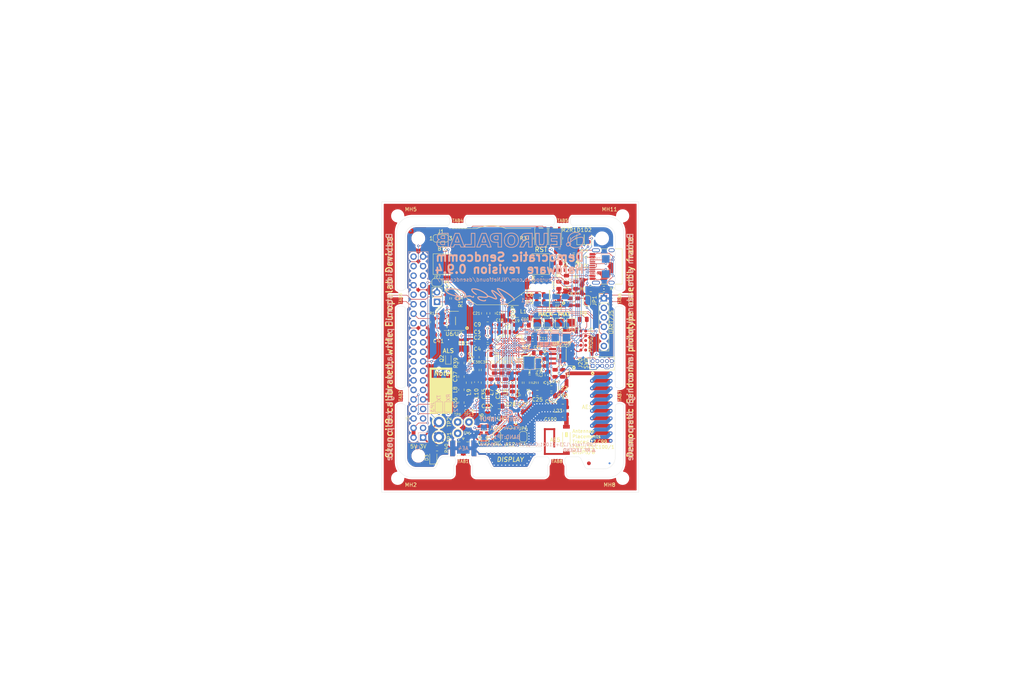
<source format=kicad_pcb>
(kicad_pcb (version 20171130) (host pcbnew 5.1.5+dfsg1-2build2)

  (general
    (thickness 1.6)
    (drawings 193)
    (tracks 1526)
    (zones 0)
    (modules 157)
    (nets 130)
  )

  (page A4)
  (title_block
    (title "Democratic Sendcomm")
    (date 2021-01-16)
    (rev 0.9.4)
    (company "Europalab Devices")
    (comment 1 "Copyright © 2021, Europalab Devices")
    (comment 2 "Fulfilling requirements of 20200210")
    (comment 3 "Pending quality assurance testing")
    (comment 4 "Release revision for manufacturing")
  )

  (layers
    (0 F.Cu signal)
    (1 In1.Cu power)
    (2 In2.Cu power)
    (31 B.Cu signal)
    (34 B.Paste user)
    (35 F.Paste user)
    (36 B.SilkS user)
    (37 F.SilkS user)
    (38 B.Mask user)
    (39 F.Mask user)
    (40 Dwgs.User user)
    (41 Cmts.User user)
    (44 Edge.Cuts user)
    (45 Margin user)
    (46 B.CrtYd user)
    (47 F.CrtYd user)
    (48 B.Fab user)
    (49 F.Fab user)
  )

  (setup
    (last_trace_width 0.127)
    (user_trace_width 0.1016)
    (user_trace_width 0.127)
    (user_trace_width 0.2)
    (user_trace_width 0.4)
    (user_trace_width 1.016)
    (trace_clearance 0.127)
    (zone_clearance 0.508)
    (zone_45_only no)
    (trace_min 0.09)
    (via_size 0.6)
    (via_drill 0.3)
    (via_min_size 0.356)
    (via_min_drill 0.2)
    (user_via 0.356 0.2)
    (user_via 0.45 0.2)
    (uvia_size 0.45)
    (uvia_drill 0.1)
    (uvias_allowed no)
    (uvia_min_size 0.45)
    (uvia_min_drill 0.1)
    (edge_width 0.05)
    (segment_width 0.1)
    (pcb_text_width 0.25)
    (pcb_text_size 1 1)
    (mod_edge_width 0.15)
    (mod_text_size 1 1)
    (mod_text_width 0.15)
    (pad_size 0.5 0.5)
    (pad_drill 0.5)
    (pad_to_mask_clearance 0)
    (aux_axis_origin 0 0)
    (visible_elements 7FFFFFFF)
    (pcbplotparams
      (layerselection 0x313fc_ffffffff)
      (usegerberextensions true)
      (usegerberattributes false)
      (usegerberadvancedattributes false)
      (creategerberjobfile false)
      (excludeedgelayer true)
      (linewidth 0.150000)
      (plotframeref false)
      (viasonmask false)
      (mode 1)
      (useauxorigin false)
      (hpglpennumber 1)
      (hpglpenspeed 20)
      (hpglpendiameter 15.000000)
      (psnegative false)
      (psa4output false)
      (plotreference true)
      (plotvalue true)
      (plotinvisibletext false)
      (padsonsilk false)
      (subtractmaskfromsilk false)
      (outputformat 1)
      (mirror false)
      (drillshape 0)
      (scaleselection 1)
      (outputdirectory "fabsingle"))
  )

  (net 0 "")
  (net 1 GND)
  (net 2 "Net-(AE1-Pad1)")
  (net 3 /Sheet5F53D5B4/RFSWPWR)
  (net 4 "Net-(C8-Pad1)")
  (net 5 /Sheet5F53D5B4/POWAMP)
  (net 6 "Net-(C13-Pad1)")
  (net 7 /Sheet5F53D5B4/HFOUT)
  (net 8 +3V3)
  (net 9 "Net-(C29-Pad1)")
  (net 10 /Sheet5F53D5B4/HPOUT)
  (net 11 /Sheet5F53D5B4/HFIN)
  (net 12 /Sheet5F53D5B4/BANDSEL)
  (net 13 "Net-(BT1-Pad1)")
  (net 14 /Sheet5F53D5B4/USB_BUS)
  (net 15 "Net-(C33-Pad1)")
  (net 16 "Net-(C34-Pad1)")
  (net 17 /Sheet5F53D5B4/CMDRST)
  (net 18 "Net-(D1-Pad2)")
  (net 19 "Net-(D1-Pad1)")
  (net 20 "Net-(D2-Pad1)")
  (net 21 "Net-(D2-Pad2)")
  (net 22 /Sheet5F53D5B4/USB_P)
  (net 23 /Sheet5F53D5B4/USB_N)
  (net 24 /Sheet60040980/ID_SD)
  (net 25 /Sheet60040980/ID_SC)
  (net 26 /Sheet5F53D5B4/SWDCLK)
  (net 27 "Net-(J3-Pad7)")
  (net 28 "Net-(J3-Pad8)")
  (net 29 "Net-(J4-Pad6)")
  (net 30 /Sheet5F53D5B4/CN_VBAT)
  (net 31 /Sheet5F53D5B4/XCEIV)
  (net 32 "Net-(AE5-Pad2)")
  (net 33 "Net-(C1-Pad1)")
  (net 34 "Net-(C7-Pad1)")
  (net 35 "Net-(C14-Pad1)")
  (net 36 "Net-(C17-Pad1)")
  (net 37 "Net-(C18-Pad2)")
  (net 38 "Net-(C19-Pad2)")
  (net 39 "Net-(C23-Pad2)")
  (net 40 "Net-(C23-Pad1)")
  (net 41 "Net-(C24-Pad1)")
  (net 42 "Net-(C24-Pad2)")
  (net 43 "Net-(C29-Pad2)")
  (net 44 "Net-(C33-Pad2)")
  (net 45 "Net-(C35-Pad2)")
  (net 46 "Net-(C40-Pad1)")
  (net 47 "Net-(J2-PadB5)")
  (net 48 "Net-(J2-PadA8)")
  (net 49 "Net-(J2-PadA5)")
  (net 50 "Net-(J2-PadB8)")
  (net 51 "Net-(J3-Pad2)")
  (net 52 "Net-(J3-Pad3)")
  (net 53 "Net-(J3-Pad5)")
  (net 54 "Net-(J3-Pad10)")
  (net 55 "Net-(J3-Pad11)")
  (net 56 "Net-(J3-Pad12)")
  (net 57 "Net-(J3-Pad13)")
  (net 58 "Net-(J3-Pad15)")
  (net 59 "Net-(J3-Pad16)")
  (net 60 "Net-(J3-Pad18)")
  (net 61 "Net-(J3-Pad19)")
  (net 62 "Net-(J3-Pad21)")
  (net 63 "Net-(J3-Pad22)")
  (net 64 "Net-(J3-Pad23)")
  (net 65 "Net-(J3-Pad24)")
  (net 66 "Net-(J3-Pad26)")
  (net 67 "Net-(J3-Pad29)")
  (net 68 "Net-(J3-Pad31)")
  (net 69 "Net-(J3-Pad32)")
  (net 70 "Net-(J3-Pad33)")
  (net 71 "Net-(J3-Pad35)")
  (net 72 "Net-(J3-Pad36)")
  (net 73 "Net-(J3-Pad38)")
  (net 74 "Net-(J3-Pad40)")
  (net 75 "Net-(J4-Pad7)")
  (net 76 "Net-(J4-Pad8)")
  (net 77 "Net-(J5-Pad2)")
  (net 78 "Net-(J5-Pad3)")
  (net 79 "Net-(J5-Pad6)")
  (net 80 "Net-(J6-Pad1)")
  (net 81 "Net-(L1-Pad2)")
  (net 82 "Net-(R3-Pad1)")
  (net 83 "Net-(R4-Pad1)")
  (net 84 "Net-(R4-Pad2)")
  (net 85 "Net-(U2-Pad5)")
  (net 86 "Net-(U3-PadG1)")
  (net 87 "Net-(U3-PadH1)")
  (net 88 "Net-(U3-PadE3)")
  (net 89 "Net-(U3-PadE4)")
  (net 90 "Net-(U3-PadF4)")
  (net 91 "Net-(U3-PadC7)")
  (net 92 "Net-(U3-PadD7)")
  (net 93 "Net-(U5-Pad3)")
  (net 94 "Net-(U5-Pad4)")
  (net 95 "Net-(U8-Pad7)")
  (net 96 "Net-(U8-Pad3)")
  (net 97 "Net-(U8-Pad2)")
  (net 98 "Net-(U8-Pad1)")
  (net 99 "Net-(U9-Pad1)")
  (net 100 "Net-(U9-Pad2)")
  (net 101 "Net-(U9-Pad3)")
  (net 102 "Net-(U9-Pad7)")
  (net 103 /Sheet5F53D5B4/SWDIO)
  (net 104 "Net-(AE2-Pad1)")
  (net 105 "Net-(AE4-Pad1)")
  (net 106 "Net-(AE5-Pad1)")
  (net 107 "Net-(J6-Pad2)")
  (net 108 "Net-(J6-Pad3)")
  (net 109 "Net-(J6-Pad4)")
  (net 110 "Net-(J7-Pad1)")
  (net 111 "Net-(C95-Pad1)")
  (net 112 /TP_SCL)
  (net 113 /TP_SDA)
  (net 114 "Net-(J20-Pad6)")
  (net 115 "Net-(J20-Pad7)")
  (net 116 "Net-(J20-Pad8)")
  (net 117 "Net-(Q2-Pad2)")
  (net 118 EXT_UART_TX)
  (net 119 EXT_UART_RX)
  (net 120 USB_TST)
  (net 121 "Net-(TP13-Pad1)")
  (net 122 "Net-(C94-Pad2)")
  (net 123 /Sheet5F53D5B4/CRY_XIN-RSVD)
  (net 124 /Sheet5F53D5B4/CRY_XOUT-RSVD)
  (net 125 "Net-(C97-Pad1)")
  (net 126 "Net-(C101-Pad1)")
  (net 127 "Net-(D3-Pad2)")
  (net 128 "Net-(JP4-Pad1)")
  (net 129 "Net-(U3-PadE5)")

  (net_class Default "This is the default net class."
    (clearance 0.127)
    (trace_width 0.127)
    (via_dia 0.6)
    (via_drill 0.3)
    (uvia_dia 0.45)
    (uvia_drill 0.1)
    (add_net +3V3)
    (add_net /Sheet5F53D5B4/BANDSEL)
    (add_net /Sheet5F53D5B4/CMDRST)
    (add_net /Sheet5F53D5B4/CN_VBAT)
    (add_net /Sheet5F53D5B4/CRY_XIN-RSVD)
    (add_net /Sheet5F53D5B4/CRY_XOUT-RSVD)
    (add_net /Sheet5F53D5B4/HFIN)
    (add_net /Sheet5F53D5B4/HFOUT)
    (add_net /Sheet5F53D5B4/HPOUT)
    (add_net /Sheet5F53D5B4/POWAMP)
    (add_net /Sheet5F53D5B4/RFSWPWR)
    (add_net /Sheet5F53D5B4/SWDCLK)
    (add_net /Sheet5F53D5B4/SWDIO)
    (add_net /Sheet5F53D5B4/USB_BUS)
    (add_net /Sheet5F53D5B4/USB_N)
    (add_net /Sheet5F53D5B4/USB_P)
    (add_net /Sheet5F53D5B4/XCEIV)
    (add_net /Sheet60040980/ID_SC)
    (add_net /Sheet60040980/ID_SD)
    (add_net /TP_SCL)
    (add_net /TP_SDA)
    (add_net EXT_UART_RX)
    (add_net EXT_UART_TX)
    (add_net GND)
    (add_net "Net-(AE1-Pad1)")
    (add_net "Net-(AE2-Pad1)")
    (add_net "Net-(AE4-Pad1)")
    (add_net "Net-(AE5-Pad1)")
    (add_net "Net-(AE5-Pad2)")
    (add_net "Net-(BT1-Pad1)")
    (add_net "Net-(C1-Pad1)")
    (add_net "Net-(C101-Pad1)")
    (add_net "Net-(C13-Pad1)")
    (add_net "Net-(C14-Pad1)")
    (add_net "Net-(C17-Pad1)")
    (add_net "Net-(C18-Pad2)")
    (add_net "Net-(C19-Pad2)")
    (add_net "Net-(C23-Pad1)")
    (add_net "Net-(C23-Pad2)")
    (add_net "Net-(C24-Pad1)")
    (add_net "Net-(C24-Pad2)")
    (add_net "Net-(C29-Pad1)")
    (add_net "Net-(C29-Pad2)")
    (add_net "Net-(C33-Pad1)")
    (add_net "Net-(C33-Pad2)")
    (add_net "Net-(C34-Pad1)")
    (add_net "Net-(C35-Pad2)")
    (add_net "Net-(C40-Pad1)")
    (add_net "Net-(C7-Pad1)")
    (add_net "Net-(C8-Pad1)")
    (add_net "Net-(C94-Pad2)")
    (add_net "Net-(C95-Pad1)")
    (add_net "Net-(C97-Pad1)")
    (add_net "Net-(D1-Pad1)")
    (add_net "Net-(D1-Pad2)")
    (add_net "Net-(D2-Pad1)")
    (add_net "Net-(D2-Pad2)")
    (add_net "Net-(D3-Pad2)")
    (add_net "Net-(J2-PadA5)")
    (add_net "Net-(J2-PadA8)")
    (add_net "Net-(J2-PadB5)")
    (add_net "Net-(J2-PadB8)")
    (add_net "Net-(J20-Pad6)")
    (add_net "Net-(J20-Pad7)")
    (add_net "Net-(J20-Pad8)")
    (add_net "Net-(J3-Pad10)")
    (add_net "Net-(J3-Pad11)")
    (add_net "Net-(J3-Pad12)")
    (add_net "Net-(J3-Pad13)")
    (add_net "Net-(J3-Pad15)")
    (add_net "Net-(J3-Pad16)")
    (add_net "Net-(J3-Pad18)")
    (add_net "Net-(J3-Pad19)")
    (add_net "Net-(J3-Pad2)")
    (add_net "Net-(J3-Pad21)")
    (add_net "Net-(J3-Pad22)")
    (add_net "Net-(J3-Pad23)")
    (add_net "Net-(J3-Pad24)")
    (add_net "Net-(J3-Pad26)")
    (add_net "Net-(J3-Pad29)")
    (add_net "Net-(J3-Pad3)")
    (add_net "Net-(J3-Pad31)")
    (add_net "Net-(J3-Pad32)")
    (add_net "Net-(J3-Pad33)")
    (add_net "Net-(J3-Pad35)")
    (add_net "Net-(J3-Pad36)")
    (add_net "Net-(J3-Pad38)")
    (add_net "Net-(J3-Pad40)")
    (add_net "Net-(J3-Pad5)")
    (add_net "Net-(J3-Pad7)")
    (add_net "Net-(J3-Pad8)")
    (add_net "Net-(J4-Pad6)")
    (add_net "Net-(J4-Pad7)")
    (add_net "Net-(J4-Pad8)")
    (add_net "Net-(J5-Pad2)")
    (add_net "Net-(J5-Pad3)")
    (add_net "Net-(J5-Pad6)")
    (add_net "Net-(J6-Pad1)")
    (add_net "Net-(J6-Pad2)")
    (add_net "Net-(J6-Pad3)")
    (add_net "Net-(J6-Pad4)")
    (add_net "Net-(J7-Pad1)")
    (add_net "Net-(JP4-Pad1)")
    (add_net "Net-(L1-Pad2)")
    (add_net "Net-(Q2-Pad2)")
    (add_net "Net-(R3-Pad1)")
    (add_net "Net-(R4-Pad1)")
    (add_net "Net-(R4-Pad2)")
    (add_net "Net-(TP13-Pad1)")
    (add_net "Net-(U2-Pad5)")
    (add_net "Net-(U3-PadC7)")
    (add_net "Net-(U3-PadD7)")
    (add_net "Net-(U3-PadE3)")
    (add_net "Net-(U3-PadE4)")
    (add_net "Net-(U3-PadE5)")
    (add_net "Net-(U3-PadF4)")
    (add_net "Net-(U3-PadG1)")
    (add_net "Net-(U3-PadH1)")
    (add_net "Net-(U5-Pad3)")
    (add_net "Net-(U5-Pad4)")
    (add_net "Net-(U8-Pad1)")
    (add_net "Net-(U8-Pad2)")
    (add_net "Net-(U8-Pad3)")
    (add_net "Net-(U8-Pad7)")
    (add_net "Net-(U9-Pad1)")
    (add_net "Net-(U9-Pad2)")
    (add_net "Net-(U9-Pad3)")
    (add_net "Net-(U9-Pad7)")
    (add_net USB_TST)
  )

  (net_class Power ""
    (clearance 0.2)
    (trace_width 0.5)
    (via_dia 1)
    (via_drill 0.7)
    (uvia_dia 0.5)
    (uvia_drill 0.1)
  )

  (module Inductor_SMD:L_0603_1608Metric (layer F.Cu) (tedit 5B301BBE) (tstamp 5FEA20A6)
    (at 160.5375 84)
    (descr "Inductor SMD 0603 (1608 Metric), square (rectangular) end terminal, IPC_7351 nominal, (Body size source: http://www.tortai-tech.com/upload/download/2011102023233369053.pdf), generated with kicad-footprint-generator")
    (tags inductor)
    (path /60040981/5FECBBBC)
    (attr smd)
    (fp_text reference FB2 (at 0 1.4 180) (layer F.SilkS)
      (effects (font (size 0.7 0.7) (thickness 0.1)))
    )
    (fp_text value BLM18PG471SN1D (at 0 1.65) (layer F.Fab)
      (effects (font (size 1 1) (thickness 0.15)))
    )
    (fp_text user %R (at 0 0) (layer F.Fab)
      (effects (font (size 0.5 0.5) (thickness 0.08)))
    )
    (fp_line (start 1.48 0.73) (end -1.48 0.73) (layer F.CrtYd) (width 0.05))
    (fp_line (start 1.48 -0.73) (end 1.48 0.73) (layer F.CrtYd) (width 0.05))
    (fp_line (start -1.48 -0.73) (end 1.48 -0.73) (layer F.CrtYd) (width 0.05))
    (fp_line (start -1.48 0.73) (end -1.48 -0.73) (layer F.CrtYd) (width 0.05))
    (fp_line (start -0.162779 0.51) (end 0.162779 0.51) (layer F.SilkS) (width 0.12))
    (fp_line (start -0.162779 -0.51) (end 0.162779 -0.51) (layer F.SilkS) (width 0.12))
    (fp_line (start 0.8 0.4) (end -0.8 0.4) (layer F.Fab) (width 0.1))
    (fp_line (start 0.8 -0.4) (end 0.8 0.4) (layer F.Fab) (width 0.1))
    (fp_line (start -0.8 -0.4) (end 0.8 -0.4) (layer F.Fab) (width 0.1))
    (fp_line (start -0.8 0.4) (end -0.8 -0.4) (layer F.Fab) (width 0.1))
    (pad 2 smd roundrect (at 0.7875 0) (size 0.875 0.95) (layers F.Cu F.Paste F.Mask) (roundrect_rratio 0.25)
      (net 125 "Net-(C97-Pad1)"))
    (pad 1 smd roundrect (at -0.7875 0) (size 0.875 0.95) (layers F.Cu F.Paste F.Mask) (roundrect_rratio 0.25)
      (net 14 /Sheet5F53D5B4/USB_BUS))
    (model ${KISYS3DMOD}/Inductor_SMD.3dshapes/L_0603_1608Metric.wrl
      (at (xyz 0 0 0))
      (scale (xyz 1 1 1))
      (rotate (xyz 0 0 0))
    )
  )

  (module Inductor_SMD:L_0603_1608Metric (layer F.Cu) (tedit 5B301BBE) (tstamp 5FC0418D)
    (at 138.5 103.5)
    (descr "Inductor SMD 0603 (1608 Metric), square (rectangular) end terminal, IPC_7351 nominal, (Body size source: http://www.tortai-tech.com/upload/download/2011102023233369053.pdf), generated with kicad-footprint-generator")
    (tags inductor)
    (path /5F53D5B5/5F613B5F)
    (attr smd)
    (fp_text reference FB1 (at -3 0) (layer F.SilkS)
      (effects (font (size 1 1) (thickness 0.15)))
    )
    (fp_text value BLM18PG471SN1D (at 0 1.65) (layer F.Fab)
      (effects (font (size 1 1) (thickness 0.15)))
    )
    (fp_text user %R (at 0 0) (layer F.Fab)
      (effects (font (size 0.5 0.5) (thickness 0.08)))
    )
    (fp_line (start 1.48 0.73) (end -1.48 0.73) (layer F.CrtYd) (width 0.05))
    (fp_line (start 1.48 -0.73) (end 1.48 0.73) (layer F.CrtYd) (width 0.05))
    (fp_line (start -1.48 -0.73) (end 1.48 -0.73) (layer F.CrtYd) (width 0.05))
    (fp_line (start -1.48 0.73) (end -1.48 -0.73) (layer F.CrtYd) (width 0.05))
    (fp_line (start -0.162779 0.51) (end 0.162779 0.51) (layer F.SilkS) (width 0.12))
    (fp_line (start -0.162779 -0.51) (end 0.162779 -0.51) (layer F.SilkS) (width 0.12))
    (fp_line (start 0.8 0.4) (end -0.8 0.4) (layer F.Fab) (width 0.1))
    (fp_line (start 0.8 -0.4) (end 0.8 0.4) (layer F.Fab) (width 0.1))
    (fp_line (start -0.8 -0.4) (end 0.8 -0.4) (layer F.Fab) (width 0.1))
    (fp_line (start -0.8 0.4) (end -0.8 -0.4) (layer F.Fab) (width 0.1))
    (pad 2 smd roundrect (at 0.7875 0) (size 0.875 0.95) (layers F.Cu F.Paste F.Mask) (roundrect_rratio 0.25)
      (net 33 "Net-(C1-Pad1)"))
    (pad 1 smd roundrect (at -0.7875 0) (size 0.875 0.95) (layers F.Cu F.Paste F.Mask) (roundrect_rratio 0.25)
      (net 8 +3V3))
    (model ${KISYS3DMOD}/Inductor_SMD.3dshapes/L_0603_1608Metric.wrl
      (at (xyz 0 0 0))
      (scale (xyz 1 1 1))
      (rotate (xyz 0 0 0))
    )
  )

  (module Capacitor_SMD:C_0805_2012Metric (layer F.Cu) (tedit 5B36C52B) (tstamp 5F6870D5)
    (at 140 126.5625 270)
    (descr "Capacitor SMD 0805 (2012 Metric), square (rectangular) end terminal, IPC_7351 nominal, (Body size source: https://docs.google.com/spreadsheets/d/1BsfQQcO9C6DZCsRaXUlFlo91Tg2WpOkGARC1WS5S8t0/edit?usp=sharing), generated with kicad-footprint-generator")
    (tags capacitor)
    (path /5F5C0728/5F5D6DA0)
    (attr smd)
    (fp_text reference C30 (at 2.9375 0 90) (layer F.SilkS)
      (effects (font (size 0.875 0.875) (thickness 0.125)))
    )
    (fp_text value 2,7pF (at 0 1.65 90) (layer F.Fab)
      (effects (font (size 1 1) (thickness 0.15)))
    )
    (fp_text user %R (at 0 0 90) (layer F.Fab)
      (effects (font (size 0.5 0.5) (thickness 0.08)))
    )
    (fp_line (start 1.68 0.95) (end -1.68 0.95) (layer F.CrtYd) (width 0.05))
    (fp_line (start 1.68 -0.95) (end 1.68 0.95) (layer F.CrtYd) (width 0.05))
    (fp_line (start -1.68 -0.95) (end 1.68 -0.95) (layer F.CrtYd) (width 0.05))
    (fp_line (start -1.68 0.95) (end -1.68 -0.95) (layer F.CrtYd) (width 0.05))
    (fp_line (start -0.258578 0.71) (end 0.258578 0.71) (layer F.SilkS) (width 0.12))
    (fp_line (start -0.258578 -0.71) (end 0.258578 -0.71) (layer F.SilkS) (width 0.12))
    (fp_line (start 1 0.6) (end -1 0.6) (layer F.Fab) (width 0.1))
    (fp_line (start 1 -0.6) (end 1 0.6) (layer F.Fab) (width 0.1))
    (fp_line (start -1 -0.6) (end 1 -0.6) (layer F.Fab) (width 0.1))
    (fp_line (start -1 0.6) (end -1 -0.6) (layer F.Fab) (width 0.1))
    (pad 2 smd roundrect (at 0.9375 0 270) (size 0.975 1.4) (layers F.Cu F.Paste F.Mask) (roundrect_rratio 0.25)
      (net 1 GND))
    (pad 1 smd roundrect (at -0.9375 0 270) (size 0.975 1.4) (layers F.Cu F.Paste F.Mask) (roundrect_rratio 0.25)
      (net 9 "Net-(C29-Pad1)"))
    (model ${KISYS3DMOD}/Capacitor_SMD.3dshapes/C_0805_2012Metric.wrl
      (at (xyz 0 0 0))
      (scale (xyz 1 1 1))
      (rotate (xyz 0 0 0))
    )
  )

  (module Connector_Coaxial:SMA_Samtec_SMA-J-P-X-ST-EM1_EdgeMount (layer F.Cu) (tedit 5FE90BFC) (tstamp 5F686FA8)
    (at 135.5 131.5)
    (descr "Connector SMA, 0Hz to 20GHz, 50Ohm, Edge Mount (http://suddendocs.samtec.com/prints/sma-j-p-x-st-em1-mkt.pdf)")
    (tags "SMA Straight Samtec Edge Mount")
    (path /5F5C0728/6000659E)
    (attr smd)
    (fp_text reference AE4 (at 0 0 unlocked) (layer B.SilkS)
      (effects (font (size 1 1) (thickness 0.15)) (justify mirror))
    )
    (fp_text value Antenna_Shield (at 0 13) (layer F.Fab)
      (effects (font (size 1 1) (thickness 0.15)))
    )
    (fp_text user "Board Thickness: 1.57mm" (at 0 -5.45) (layer Cmts.User)
      (effects (font (size 1 1) (thickness 0.15)))
    )
    (fp_line (start 0.84 -1.71) (end 1.95 -1.71) (layer F.SilkS) (width 0.12))
    (fp_line (start -1.95 -1.71) (end -0.84 -1.71) (layer F.SilkS) (width 0.12))
    (fp_line (start 0.84 2) (end 1.95 2) (layer F.SilkS) (width 0.12))
    (fp_line (start -1.95 2) (end -0.84 2) (layer F.SilkS) (width 0.12))
    (fp_line (start 3.68 2.6) (end 3.68 12.12) (layer B.CrtYd) (width 0.05))
    (fp_line (start 4 2.6) (end 3.68 2.6) (layer B.CrtYd) (width 0.05))
    (fp_line (start -3.68 12.12) (end -3.68 2.6) (layer B.CrtYd) (width 0.05))
    (fp_line (start -3.68 2.6) (end -4 2.6) (layer B.CrtYd) (width 0.05))
    (fp_line (start 3.68 2.6) (end 3.68 12.12) (layer F.CrtYd) (width 0.05))
    (fp_line (start 3.68 2.6) (end 4 2.6) (layer F.CrtYd) (width 0.05))
    (fp_line (start -3.68 12.12) (end -3.68 2.6) (layer F.CrtYd) (width 0.05))
    (fp_line (start -3.68 2.6) (end -4 2.6) (layer F.CrtYd) (width 0.05))
    (fp_text user "PCB Edge" (at 0 2.6) (layer Dwgs.User)
      (effects (font (size 0.5 0.5) (thickness 0.1)))
    )
    (fp_line (start 4.1 2.1) (end -4.1 2.1) (layer Dwgs.User) (width 0.1))
    (fp_line (start -3.175 -1.71) (end -3.175 11.62) (layer F.Fab) (width 0.1))
    (fp_line (start -2.365 -1.71) (end -3.175 -1.71) (layer F.Fab) (width 0.1))
    (fp_line (start -2.365 2.1) (end -2.365 -1.71) (layer F.Fab) (width 0.1))
    (fp_line (start 2.365 2.1) (end -2.365 2.1) (layer F.Fab) (width 0.1))
    (fp_line (start 2.365 -1.71) (end 2.365 2.1) (layer F.Fab) (width 0.1))
    (fp_line (start 3.175 -1.71) (end 2.365 -1.71) (layer F.Fab) (width 0.1))
    (fp_line (start 3.175 -1.71) (end 3.175 11.62) (layer F.Fab) (width 0.1))
    (fp_line (start 3.165 11.62) (end -3.165 11.62) (layer F.Fab) (width 0.1))
    (fp_line (start -4 -2.6) (end 4 -2.6) (layer B.CrtYd) (width 0.05))
    (fp_line (start -4 2.6) (end -4 -2.6) (layer B.CrtYd) (width 0.05))
    (fp_line (start 3.68 12.12) (end -3.68 12.12) (layer B.CrtYd) (width 0.05))
    (fp_line (start 4 2.6) (end 4 -2.6) (layer B.CrtYd) (width 0.05))
    (fp_line (start -4 -2.6) (end 4 -2.6) (layer F.CrtYd) (width 0.05))
    (fp_line (start -4 2.6) (end -4 -2.6) (layer F.CrtYd) (width 0.05))
    (fp_line (start 3.68 12.12) (end -3.68 12.12) (layer F.CrtYd) (width 0.05))
    (fp_line (start 4 2.6) (end 4 -2.6) (layer F.CrtYd) (width 0.05))
    (fp_text user %R (at 0 4.29 180) (layer F.Fab)
      (effects (font (size 1 1) (thickness 0.15)))
    )
    (fp_line (start 0.64 2.1) (end 0 3.1) (layer F.Fab) (width 0.1))
    (fp_line (start 0 3.1) (end -0.64 2.1) (layer F.Fab) (width 0.1))
    (fp_line (start 0 -2.26) (end 0.25 -2.76) (layer F.SilkS) (width 0.12))
    (fp_line (start 0.25 -2.76) (end -0.25 -2.76) (layer F.SilkS) (width 0.12))
    (fp_line (start -0.25 -2.76) (end 0 -2.26) (layer F.SilkS) (width 0.12))
    (pad 1 smd rect (at 0 0.2) (size 1.27 3.6) (layers F.Cu F.Mask)
      (net 105 "Net-(AE4-Pad1)"))
    (pad 2 smd rect (at 2.825 0) (size 1.35 4.2) (layers F.Cu F.Mask)
      (net 1 GND))
    (pad 2 smd rect (at -2.825 0) (size 1.35 4.2) (layers F.Cu F.Mask)
      (net 1 GND))
    (pad 2 smd rect (at 2.825 0) (size 1.35 4.2) (layers B.Cu B.Mask)
      (net 1 GND))
    (pad 2 smd rect (at -2.825 0) (size 1.35 4.2) (layers B.Cu B.Mask)
      (net 1 GND))
    (model ${KISYS3DMOD}/Connector_Coaxial.3dshapes/SMA_Samtec_SMA-J-P-X-ST-EM1_EdgeMount.wrl
      (at (xyz 0 0 0))
      (scale (xyz 1 1 1))
      (rotate (xyz 0 0 0))
    )
    (model ${KIPRJMOD}/modules/packages3d/RF_Antenna.3dshapes/SMA-J-P-H-ST-EM1.wrl
      (offset (xyz 0 -4 0.5))
      (scale (xyz 0.4 0.4 0.4))
      (rotate (xyz 180 -90 0))
    )
  )

  (module Connector_PinHeader_2.54mm:PinHeader_1x06_P2.54mm_Vertical (layer F.Cu) (tedit 59FED5CC) (tstamp 5FF83409)
    (at 173 91.5)
    (descr "Through hole straight pin header, 1x06, 2.54mm pitch, single row")
    (tags "Through hole pin header THT 1x06 2.54mm single row")
    (path /60040981/6006812D)
    (fp_text reference J5 (at 2 5 90) (layer F.SilkS)
      (effects (font (size 1 1) (thickness 0.15)) (justify left))
    )
    (fp_text value Conn_01x06_Male (at 4.385 14.97) (layer F.Fab)
      (effects (font (size 1 1) (thickness 0.15)))
    )
    (fp_text user %R (at 2.77 6.35 90) (layer F.Fab)
      (effects (font (size 1 1) (thickness 0.15)))
    )
    (fp_line (start 1.8 -1.8) (end -1.8 -1.8) (layer F.CrtYd) (width 0.05))
    (fp_line (start 1.8 14.5) (end 1.8 -1.8) (layer F.CrtYd) (width 0.05))
    (fp_line (start -1.8 14.5) (end 1.8 14.5) (layer F.CrtYd) (width 0.05))
    (fp_line (start -1.8 -1.8) (end -1.8 14.5) (layer F.CrtYd) (width 0.05))
    (fp_line (start -1.33 -1.33) (end 0 -1.33) (layer F.SilkS) (width 0.12))
    (fp_line (start -1.33 0) (end -1.33 -1.33) (layer F.SilkS) (width 0.12))
    (fp_line (start -1.33 1.27) (end 1.33 1.27) (layer F.SilkS) (width 0.12))
    (fp_line (start 1.33 1.27) (end 1.33 14.03) (layer F.SilkS) (width 0.12))
    (fp_line (start -1.33 1.27) (end -1.33 14.03) (layer F.SilkS) (width 0.12))
    (fp_line (start -1.33 14.03) (end 1.33 14.03) (layer F.SilkS) (width 0.12))
    (fp_line (start -1.27 -0.635) (end -0.635 -1.27) (layer F.Fab) (width 0.1))
    (fp_line (start -1.27 13.97) (end -1.27 -0.635) (layer F.Fab) (width 0.1))
    (fp_line (start 1.27 13.97) (end -1.27 13.97) (layer F.Fab) (width 0.1))
    (fp_line (start 1.27 -1.27) (end 1.27 13.97) (layer F.Fab) (width 0.1))
    (fp_line (start -0.635 -1.27) (end 1.27 -1.27) (layer F.Fab) (width 0.1))
    (pad 6 thru_hole oval (at 0 12.7) (size 1.7 1.7) (drill 1) (layers *.Cu *.Mask)
      (net 79 "Net-(J5-Pad6)"))
    (pad 5 thru_hole oval (at 0 10.16) (size 1.7 1.7) (drill 1) (layers *.Cu *.Mask)
      (net 118 EXT_UART_TX))
    (pad 4 thru_hole oval (at 0 7.62) (size 1.7 1.7) (drill 1) (layers *.Cu *.Mask)
      (net 119 EXT_UART_RX))
    (pad 3 thru_hole oval (at 0 5.08) (size 1.7 1.7) (drill 1) (layers *.Cu *.Mask)
      (net 78 "Net-(J5-Pad3)"))
    (pad 2 thru_hole oval (at 0 2.54) (size 1.7 1.7) (drill 1) (layers *.Cu *.Mask)
      (net 77 "Net-(J5-Pad2)"))
    (pad 1 thru_hole rect (at 0 0) (size 1.7 1.7) (drill 1) (layers *.Cu *.Mask)
      (net 1 GND))
    (model ${KISYS3DMOD}/Connector_PinHeader_2.54mm.3dshapes/PinHeader_1x06_P2.54mm_Vertical.wrl
      (at (xyz 0 0 0))
      (scale (xyz 1 1 1))
      (rotate (xyz 0 0 0))
    )
  )

  (module RF_Antenna:Texas_SWRA416_868MHz_915MHz (layer F.Cu) (tedit 5CF40AFD) (tstamp 5F686F31)
    (at 169 120.5 270)
    (descr http://www.ti.com/lit/an/swra416/swra416.pdf)
    (tags "PCB antenna")
    (path /5F5C0728/60008187)
    (attr smd)
    (fp_text reference AE1 (at 0 0.5 180) (layer F.SilkS)
      (effects (font (size 1 1) (thickness 0.15)))
    )
    (fp_text value Antenna (at 0.1 -7.6 90) (layer F.Fab)
      (effects (font (size 1 1) (thickness 0.15)))
    )
    (fp_line (start 9.7 2.1) (end 6.2 5.7) (layer Dwgs.User) (width 0.12))
    (fp_line (start 9.7 0.1) (end 4.3 5.7) (layer Dwgs.User) (width 0.12))
    (fp_line (start 9.7 -1.9) (end 2.3 5.7) (layer Dwgs.User) (width 0.12))
    (fp_line (start 9.7 -3.9) (end 0.2 5.7) (layer Dwgs.User) (width 0.12))
    (fp_line (start 9.7 -5.9) (end -1.8 5.7) (layer Dwgs.User) (width 0.12))
    (fp_line (start 8.3 -6.5) (end -3.8 5.7) (layer Dwgs.User) (width 0.12))
    (fp_line (start 6.3 -6.5) (end -5.8 5.7) (layer Dwgs.User) (width 0.12))
    (fp_line (start 4.3 -6.5) (end -7.8 5.7) (layer Dwgs.User) (width 0.12))
    (fp_line (start -9.7 5.5) (end 2.3 -6.5) (layer Dwgs.User) (width 0.12))
    (fp_line (start -9.7 3.5) (end 0.3 -6.5) (layer Dwgs.User) (width 0.12))
    (fp_line (start -9.7 1.5) (end -1.7 -6.5) (layer Dwgs.User) (width 0.12))
    (fp_line (start -9.7 -0.5) (end -3.7 -6.5) (layer Dwgs.User) (width 0.12))
    (fp_line (start -9.7 -2.5) (end -5.7 -6.5) (layer Dwgs.User) (width 0.12))
    (fp_line (start -9.7 -4.5) (end -7.7 -6.5) (layer Dwgs.User) (width 0.12))
    (fp_line (start 9.7 -6.5) (end -9.7 -6.5) (layer Dwgs.User) (width 0.15))
    (fp_line (start 9.7 5.7) (end 9.7 -6.5) (layer Dwgs.User) (width 0.15))
    (fp_line (start -9.7 5.7) (end 9.7 5.7) (layer Dwgs.User) (width 0.15))
    (fp_line (start -9.7 -6.5) (end -9.7 5.7) (layer Dwgs.User) (width 0.15))
    (fp_line (start 7 -5.8) (end 8 -4.8) (layer B.Cu) (width 1))
    (fp_line (start 8 -1.8) (end 9 -0.8) (layer B.Cu) (width 1))
    (fp_line (start 8 -4.8) (end 8 -1.8) (layer B.Cu) (width 1))
    (fp_line (start 9 -5.8) (end 9 -0.8) (layer F.Cu) (width 1))
    (fp_line (start 5 -5.8) (end 6 -4.8) (layer B.Cu) (width 1))
    (fp_line (start 6 -1.8) (end 7 -0.8) (layer B.Cu) (width 1))
    (fp_line (start 6 -4.8) (end 6 -1.8) (layer B.Cu) (width 1))
    (fp_line (start 7 -5.8) (end 7 -0.8) (layer F.Cu) (width 1))
    (fp_line (start 3 -5.8) (end 4 -4.8) (layer B.Cu) (width 1))
    (fp_line (start 4 -1.8) (end 5 -0.8) (layer B.Cu) (width 1))
    (fp_line (start 4 -4.8) (end 4 -1.8) (layer B.Cu) (width 1))
    (fp_line (start 5 -5.8) (end 5 -0.8) (layer F.Cu) (width 1))
    (fp_line (start 1 -5.8) (end 2 -4.8) (layer B.Cu) (width 1))
    (fp_line (start 2 -1.8) (end 3 -0.8) (layer B.Cu) (width 1))
    (fp_line (start 2 -4.8) (end 2 -1.8) (layer B.Cu) (width 1))
    (fp_line (start 3 -5.8) (end 3 -0.8) (layer F.Cu) (width 1))
    (fp_line (start -1 -5.8) (end 0 -4.8) (layer B.Cu) (width 1))
    (fp_line (start 0 -1.8) (end 1 -0.8) (layer B.Cu) (width 1))
    (fp_line (start 0 -4.8) (end 0 -1.8) (layer B.Cu) (width 1))
    (fp_line (start 1 -5.8) (end 1 -0.8) (layer F.Cu) (width 1))
    (fp_line (start -3 -5.8) (end -2 -4.8) (layer B.Cu) (width 1))
    (fp_line (start -2 -1.8) (end -1 -0.8) (layer B.Cu) (width 1))
    (fp_line (start -2 -4.8) (end -2 -1.8) (layer B.Cu) (width 1))
    (fp_line (start -1 -5.8) (end -1 -0.8) (layer F.Cu) (width 1))
    (fp_line (start -4 -4.8) (end -4 -1.8) (layer B.Cu) (width 1))
    (fp_line (start -5 -5.8) (end -4 -4.8) (layer B.Cu) (width 1))
    (fp_line (start -4 -1.8) (end -3 -0.8) (layer B.Cu) (width 1))
    (fp_line (start -3 -5.8) (end -3 -0.8) (layer F.Cu) (width 1))
    (fp_line (start -6 -4.8) (end -6 -1.8) (layer B.Cu) (width 1))
    (fp_line (start -7 -5.8) (end -6 -4.8) (layer B.Cu) (width 1))
    (fp_line (start -6 -1.8) (end -5 -0.8) (layer B.Cu) (width 1))
    (fp_line (start -5 -5.8) (end -5 -0.8) (layer F.Cu) (width 1))
    (fp_line (start -7 -5.8) (end -7 -0.8) (layer F.Cu) (width 1))
    (fp_line (start -9 5.2) (end -9 -5.8) (layer F.Cu) (width 1))
    (fp_line (start -9 -5.8) (end -8 -4.8) (layer B.Cu) (width 1))
    (fp_line (start -8 -4.8) (end -8 -1.8) (layer B.Cu) (width 1))
    (fp_line (start -8 -1.8) (end -7 -0.8) (layer B.Cu) (width 1))
    (fp_line (start 9.7 4.1) (end 8.2 5.7) (layer Dwgs.User) (width 0.12))
    (fp_line (start -9.9 -6.7) (end -9.9 5.9) (layer F.CrtYd) (width 0.05))
    (fp_line (start -9.9 5.9) (end 9.9 5.9) (layer F.CrtYd) (width 0.05))
    (fp_line (start 9.9 5.9) (end 9.9 -6.7) (layer F.CrtYd) (width 0.05))
    (fp_line (start 9.9 -6.7) (end -9.9 -6.7) (layer F.CrtYd) (width 0.05))
    (fp_line (start 9.9 -6.7) (end -9.9 -6.7) (layer B.CrtYd) (width 0.05))
    (fp_line (start 9.9 5.9) (end 9.9 -6.7) (layer B.CrtYd) (width 0.05))
    (fp_line (start -9.9 -6.7) (end -9.9 5.9) (layer B.CrtYd) (width 0.05))
    (fp_line (start -9.9 5.9) (end 9.9 5.9) (layer B.CrtYd) (width 0.05))
    (fp_text user "KEEP-OUT ZONE" (at 1 -2.8 90) (layer Cmts.User)
      (effects (font (size 1 1) (thickness 0.15)))
    )
    (fp_text user "No metal, traces or " (at 1 0.2 90) (layer Cmts.User)
      (effects (font (size 1 1) (thickness 0.15)))
    )
    (fp_text user "any components on" (at 1 2.2 90) (layer Cmts.User)
      (effects (font (size 1 1) (thickness 0.15)))
    )
    (fp_text user " any PCB layer." (at 1 4.2 90) (layer Cmts.User)
      (effects (font (size 1 1) (thickness 0.15)))
    )
    (fp_text user %R (at -0.4 6.6 90) (layer F.Fab)
      (effects (font (size 1 1) (thickness 0.15)))
    )
    (pad "" thru_hole circle (at 9 -0.8 90) (size 1 1) (drill 0.4) (layers *.Cu))
    (pad "" thru_hole circle (at 9 -5.8 90) (size 1 1) (drill 0.4) (layers *.Cu))
    (pad "" thru_hole circle (at 7 -5.8 90) (size 1 1) (drill 0.4) (layers *.Cu))
    (pad "" thru_hole circle (at 7 -0.8 90) (size 1 1) (drill 0.4) (layers *.Cu))
    (pad "" thru_hole circle (at 5 -0.8 90) (size 1 1) (drill 0.4) (layers *.Cu))
    (pad "" thru_hole circle (at 5 -5.8 90) (size 1 1) (drill 0.4) (layers *.Cu))
    (pad "" thru_hole circle (at 3 -0.8 90) (size 1 1) (drill 0.4) (layers *.Cu))
    (pad "" thru_hole circle (at 3 -5.8 90) (size 1 1) (drill 0.4) (layers *.Cu))
    (pad "" thru_hole circle (at 1 -5.8 90) (size 1 1) (drill 0.4) (layers *.Cu))
    (pad "" thru_hole circle (at 1 -0.8 90) (size 1 1) (drill 0.4) (layers *.Cu))
    (pad "" thru_hole circle (at -1 -0.8 90) (size 1 1) (drill 0.4) (layers *.Cu))
    (pad "" thru_hole circle (at -1 -5.8 90) (size 1 1) (drill 0.4) (layers *.Cu))
    (pad "" thru_hole circle (at -3 -5.8 90) (size 1 1) (drill 0.4) (layers *.Cu))
    (pad "" thru_hole circle (at -3 -0.8 90) (size 1 1) (drill 0.4) (layers *.Cu))
    (pad "" thru_hole circle (at -5 -0.8 90) (size 1 1) (drill 0.4) (layers *.Cu))
    (pad "" thru_hole circle (at -5 -5.8 90) (size 1 1) (drill 0.4) (layers *.Cu))
    (pad "" thru_hole circle (at -7 -5.8 90) (size 1 1) (drill 0.4) (layers *.Cu))
    (pad "" thru_hole circle (at -7 -0.8 90) (size 1 1) (drill 0.4) (layers *.Cu))
    (pad "" thru_hole circle (at -9 -5.8 90) (size 1 1) (drill 0.4) (layers *.Cu))
    (pad 1 smd trapezoid (at -9 5.9 90) (size 0.4 0.8) (rect_delta 0 0.3 ) (layers F.Cu)
      (net 2 "Net-(AE1-Pad1)"))
  )

  (module Elabdev:Panel_Mousetab_25mm_Single (layer F.Cu) (tedit 5CD9E502) (tstamp 60039779)
    (at 160.5 135 90)
    (path /5CD9EB0D)
    (fp_text reference TAB8 (at 0 0) (layer F.SilkS)
      (effects (font (size 0.8 0.8) (thickness 0.13)))
    )
    (fp_text value Pantab (at -3.25 0 180) (layer F.Fab)
      (effects (font (size 1 1) (thickness 0.15)))
    )
    (fp_line (start 1.25 -2.2) (end 1.25 2.2) (layer F.Fab) (width 0.15))
    (fp_line (start -1.25 -2.2) (end -1.25 2.2) (layer F.Fab) (width 0.15))
    (fp_line (start 2.1 -2.6) (end 2.1 2.6) (layer F.CrtYd) (width 0.15))
    (fp_line (start 2.1 2.6) (end -2.1 2.6) (layer F.CrtYd) (width 0.15))
    (fp_line (start -2.1 2.6) (end -2.1 -2.6) (layer F.CrtYd) (width 0.15))
    (fp_line (start -2.1 -2.6) (end 2.1 -2.6) (layer F.CrtYd) (width 0.15))
    (pad "" np_thru_hole circle (at 1.35 2 90) (size 0.5 0.5) (drill 0.5) (layers *.Cu))
    (pad "" np_thru_hole circle (at 1.35 1.2 90) (size 0.5 0.5) (drill 0.5) (layers *.Cu))
    (pad "" np_thru_hole circle (at 1.35 0.4 90) (size 0.5 0.5) (drill 0.5) (layers *.Cu))
    (pad "" np_thru_hole circle (at 1.35 -0.4 90) (size 0.5 0.5) (drill 0.5) (layers *.Cu))
    (pad "" np_thru_hole circle (at 1.35 -1.2 90) (size 0.5 0.5) (drill 0.5) (layers *.Cu))
    (pad "" np_thru_hole circle (at 1.35 -2 90) (size 0.5 0.5) (drill 0.5) (layers *.Cu))
  )

  (module Capacitor_SMD:C_0805_2012Metric (layer F.Cu) (tedit 5B36C52B) (tstamp 5FEB8111)
    (at 149.5 99.5625 270)
    (descr "Capacitor SMD 0805 (2012 Metric), square (rectangular) end terminal, IPC_7351 nominal, (Body size source: https://docs.google.com/spreadsheets/d/1BsfQQcO9C6DZCsRaXUlFlo91Tg2WpOkGARC1WS5S8t0/edit?usp=sharing), generated with kicad-footprint-generator")
    (tags capacitor)
    (path /5F53D5B5/5F609CF5)
    (attr smd)
    (fp_text reference C19 (at -2.0625 0 180) (layer F.SilkS)
      (effects (font (size 0.7 0.7) (thickness 0.1)))
    )
    (fp_text value 18pF (at 0 1.65 90) (layer F.Fab)
      (effects (font (size 1 1) (thickness 0.15)))
    )
    (fp_line (start -1 0.6) (end -1 -0.6) (layer F.Fab) (width 0.1))
    (fp_line (start -1 -0.6) (end 1 -0.6) (layer F.Fab) (width 0.1))
    (fp_line (start 1 -0.6) (end 1 0.6) (layer F.Fab) (width 0.1))
    (fp_line (start 1 0.6) (end -1 0.6) (layer F.Fab) (width 0.1))
    (fp_line (start -0.258578 -0.71) (end 0.258578 -0.71) (layer F.SilkS) (width 0.12))
    (fp_line (start -0.258578 0.71) (end 0.258578 0.71) (layer F.SilkS) (width 0.12))
    (fp_line (start -1.68 0.95) (end -1.68 -0.95) (layer F.CrtYd) (width 0.05))
    (fp_line (start -1.68 -0.95) (end 1.68 -0.95) (layer F.CrtYd) (width 0.05))
    (fp_line (start 1.68 -0.95) (end 1.68 0.95) (layer F.CrtYd) (width 0.05))
    (fp_line (start 1.68 0.95) (end -1.68 0.95) (layer F.CrtYd) (width 0.05))
    (fp_text user %R (at 0 0 90) (layer F.Fab)
      (effects (font (size 0.5 0.5) (thickness 0.08)))
    )
    (pad 1 smd roundrect (at -0.9375 0 270) (size 0.975 1.4) (layers F.Cu F.Paste F.Mask) (roundrect_rratio 0.25)
      (net 1 GND))
    (pad 2 smd roundrect (at 0.9375 0 270) (size 0.975 1.4) (layers F.Cu F.Paste F.Mask) (roundrect_rratio 0.25)
      (net 38 "Net-(C19-Pad2)"))
    (model ${KISYS3DMOD}/Capacitor_SMD.3dshapes/C_0805_2012Metric.wrl
      (at (xyz 0 0 0))
      (scale (xyz 1 1 1))
      (rotate (xyz 0 0 0))
    )
  )

  (module Elabdev:Meinkuerz_sign_480dpi (layer B.Cu) (tedit 0) (tstamp 5FBE809B)
    (at 140 90.5 180)
    (fp_text reference G1 (at 0 0) (layer B.SilkS) hide
      (effects (font (size 1.524 1.524) (thickness 0.3)) (justify mirror))
    )
    (fp_text value Meinkuerzel_signature (at 0.75 0) (layer B.SilkS) hide
      (effects (font (size 1.524 1.524) (thickness 0.3)) (justify mirror))
    )
    (fp_poly (pts (xy 7.849084 1.675651) (xy 8.303148 1.632827) (xy 8.685942 1.550363) (xy 8.876057 1.481326)
      (xy 9.07938 1.34976) (xy 9.204465 1.178624) (xy 9.241225 0.986809) (xy 9.210768 0.854557)
      (xy 9.078684 0.643748) (xy 8.864557 0.429964) (xy 8.589687 0.233059) (xy 8.471807 0.165759)
      (xy 8.232808 0.053863) (xy 7.923436 -0.068816) (xy 7.576824 -0.190996) (xy 7.226108 -0.301392)
      (xy 6.904421 -0.388723) (xy 6.731621 -0.426811) (xy 6.398868 -0.490816) (xy 6.556265 -0.586535)
      (xy 6.736632 -0.743549) (xy 6.819572 -0.938245) (xy 6.82625 -1.022915) (xy 6.780462 -1.15416)
      (xy 6.660466 -1.295963) (xy 6.49231 -1.424979) (xy 6.30204 -1.517866) (xy 6.258842 -1.531402)
      (xy 6.0446 -1.569955) (xy 5.805186 -1.581627) (xy 5.582286 -1.566858) (xy 5.417587 -1.526091)
      (xy 5.409578 -1.522402) (xy 5.285381 -1.409276) (xy 5.232727 -1.237525) (xy 5.243042 -1.133742)
      (xy 5.545646 -1.133742) (xy 5.569322 -1.243922) (xy 5.599007 -1.270742) (xy 5.725804 -1.30367)
      (xy 5.911501 -1.301091) (xy 6.117136 -1.267785) (xy 6.303743 -1.20853) (xy 6.368163 -1.176419)
      (xy 6.483421 -1.090411) (xy 6.547775 -1.006994) (xy 6.550669 -0.996984) (xy 6.519163 -0.903747)
      (xy 6.404517 -0.814537) (xy 6.229026 -0.742568) (xy 6.060328 -0.706358) (xy 5.903418 -0.693399)
      (xy 5.806355 -0.717484) (xy 5.726223 -0.79035) (xy 5.718194 -0.79992) (xy 5.596762 -0.979847)
      (xy 5.545646 -1.133742) (xy 5.243042 -1.133742) (xy 5.253531 -1.028227) (xy 5.344918 -0.810631)
      (xy 5.442538 -0.642303) (xy 5.295353 -0.646487) (xy 5.12125 -0.625399) (xy 5.035885 -0.550663)
      (xy 5.027083 -0.501447) (xy 5.075804 -0.410776) (xy 5.222941 -0.351671) (xy 5.469958 -0.32355)
      (xy 5.476875 -0.323261) (xy 5.599677 -0.314345) (xy 5.697993 -0.289875) (xy 5.794712 -0.235966)
      (xy 5.912725 -0.138734) (xy 6.074923 0.015705) (xy 6.138333 0.077935) (xy 6.357426 0.284825)
      (xy 6.520758 0.415811) (xy 6.63982 0.476704) (xy 6.726105 0.473318) (xy 6.791106 0.411464)
      (xy 6.792772 0.408883) (xy 6.813029 0.349999) (xy 6.787897 0.281807) (xy 6.704882 0.184844)
      (xy 6.561666 0.048946) (xy 6.270625 -0.217166) (xy 6.532899 -0.183078) (xy 6.900304 -0.115245)
      (xy 7.289474 -0.008645) (xy 7.678243 0.127507) (xy 8.044445 0.283994) (xy 8.365914 0.451601)
      (xy 8.620483 0.621112) (xy 8.749193 0.738377) (xy 8.856936 0.865956) (xy 8.92727 0.965202)
      (xy 8.942916 1.001728) (xy 8.895983 1.084773) (xy 8.773369 1.176095) (xy 8.602358 1.259484)
      (xy 8.410231 1.318727) (xy 8.408998 1.318992) (xy 8.149682 1.354937) (xy 7.8128 1.371973)
      (xy 7.424917 1.370093) (xy 7.012599 1.349291) (xy 6.686734 1.319437) (xy 6.066773 1.222977)
      (xy 5.517194 1.081213) (xy 5.043989 0.897075) (xy 4.653152 0.673494) (xy 4.350673 0.413401)
      (xy 4.142546 0.119727) (xy 4.114637 0.061443) (xy 4.047094 -0.15251) (xy 4.06025 -0.336634)
      (xy 4.160207 -0.518581) (xy 4.270456 -0.644496) (xy 4.390411 -0.79173) (xy 4.431252 -0.900383)
      (xy 4.427296 -0.922309) (xy 4.357272 -0.99719) (xy 4.242023 -0.977517) (xy 4.082983 -0.863726)
      (xy 4.010682 -0.795217) (xy 3.879838 -0.680755) (xy 3.765594 -0.608691) (xy 3.712637 -0.594925)
      (xy 3.6215 -0.594723) (xy 3.455888 -0.585507) (xy 3.246599 -0.569127) (xy 3.175 -0.562633)
      (xy 2.951086 -0.544014) (xy 2.793821 -0.54282) (xy 2.664643 -0.565021) (xy 2.524987 -0.61659)
      (xy 2.371034 -0.687127) (xy 2.100169 -0.795663) (xy 1.89262 -0.837972) (xy 1.841867 -0.837015)
      (xy 1.72083 -0.812158) (xy 1.663036 -0.745697) (xy 1.637803 -0.635) (xy 1.623821 -0.491701)
      (xy 1.628566 -0.389706) (xy 1.630235 -0.383646) (xy 1.692219 -0.322789) (xy 1.789679 -0.330876)
      (xy 1.885465 -0.399867) (xy 1.916539 -0.445597) (xy 1.984375 -0.573694) (xy 2.371569 -0.384068)
      (xy 2.758764 -0.194442) (xy 3.165319 -0.256321) (xy 3.413597 -0.293214) (xy 3.576071 -0.310583)
      (xy 3.67165 -0.304292) (xy 3.719238 -0.270208) (xy 3.737742 -0.204195) (xy 3.744012 -0.129767)
      (xy 3.817818 0.177969) (xy 3.989413 0.470621) (xy 4.251219 0.74303) (xy 4.595656 0.99004)
      (xy 5.015149 1.206492) (xy 5.502117 1.387229) (xy 6.048984 1.527094) (xy 6.228561 1.561184)
      (xy 6.794861 1.64034) (xy 7.340678 1.678326) (xy 7.849084 1.675651)) (layer B.SilkS) (width 0.01))
    (fp_poly (pts (xy -4.580024 1.756567) (xy -4.544854 1.74305) (xy -4.466016 1.67622) (xy -4.437143 1.580417)
      (xy -4.461964 1.447967) (xy -4.544204 1.271201) (xy -4.68759 1.042447) (xy -4.895848 0.754033)
      (xy -5.172705 0.39829) (xy -5.237349 0.3175) (xy -5.411926 0.098408) (xy -5.577817 -0.112809)
      (xy -5.714811 -0.290245) (xy -5.794689 -0.396875) (xy -5.948296 -0.608542) (xy -5.791961 -0.468507)
      (xy -5.700695 -0.392772) (xy -5.541009 -0.266466) (xy -5.329307 -0.10231) (xy -5.081994 0.086977)
      (xy -4.815472 0.288675) (xy -4.815417 0.288716) (xy -4.345432 0.631252) (xy -3.946225 0.897872)
      (xy -3.615767 1.089474) (xy -3.352032 1.206955) (xy -3.152989 1.251211) (xy -3.016612 1.223138)
      (xy -2.940872 1.123633) (xy -2.939055 1.118116) (xy -2.92791 1.023519) (xy -2.955738 0.908417)
      (xy -3.029742 0.759005) (xy -3.157121 0.561475) (xy -3.345079 0.302021) (xy -3.409058 0.217037)
      (xy -3.654587 -0.113597) (xy -3.860834 -0.404313) (xy -4.022275 -0.646491) (xy -4.133388 -0.831509)
      (xy -4.188652 -0.950744) (xy -4.185335 -0.994958) (xy -4.120655 -0.981486) (xy -3.976478 -0.932768)
      (xy -3.770527 -0.855371) (xy -3.520529 -0.755864) (xy -3.349225 -0.685128) (xy -3.06462 -0.570045)
      (xy -2.797019 -0.469163) (xy -2.569108 -0.390505) (xy -2.403576 -0.342097) (xy -2.349431 -0.331513)
      (xy -2.183877 -0.291941) (xy -2.07811 -0.206425) (xy -2.041672 -0.151915) (xy -1.850086 0.096101)
      (xy -1.567603 0.354844) (xy -1.207453 0.616123) (xy -0.78287 0.87175) (xy -0.307084 1.113536)
      (xy 0.206672 1.333293) (xy 0.574448 1.467145) (xy 0.853452 1.556991) (xy 1.074831 1.61415)
      (xy 1.278935 1.645957) (xy 1.506112 1.659747) (xy 1.647661 1.662241) (xy 1.89537 1.661355)
      (xy 2.061526 1.650821) (xy 2.170245 1.626908) (xy 2.245641 1.585888) (xy 2.269431 1.566069)
      (xy 2.364656 1.413892) (xy 2.378536 1.21834) (xy 2.31231 1.002224) (xy 2.231511 0.867835)
      (xy 2.055394 0.653788) (xy 1.846452 0.444397) (xy 1.622129 0.252501) (xy 1.399873 0.090942)
      (xy 1.19713 -0.02744) (xy 1.031346 -0.089804) (xy 0.931657 -0.088852) (xy 0.853749 -0.025156)
      (xy 0.874571 0.06423) (xy 0.991583 0.174246) (xy 1.09802 0.242886) (xy 1.314624 0.387246)
      (xy 1.527802 0.560014) (xy 1.72429 0.746283) (xy 1.890825 0.931146) (xy 2.014146 1.099697)
      (xy 2.080988 1.237027) (xy 2.078088 1.32823) (xy 2.071165 1.336667) (xy 1.954541 1.387475)
      (xy 1.756832 1.400928) (xy 1.494763 1.380087) (xy 1.185063 1.328013) (xy 0.844457 1.247766)
      (xy 0.489674 1.142406) (xy 0.137439 1.014995) (xy -0.00172 0.957368) (xy -0.385109 0.777304)
      (xy -0.74297 0.581237) (xy -1.065571 0.377182) (xy -1.343179 0.173152) (xy -1.566062 -0.022838)
      (xy -1.724487 -0.202776) (xy -1.808722 -0.358647) (xy -1.809035 -0.482438) (xy -1.789329 -0.514562)
      (xy -1.69188 -0.558953) (xy -1.49842 -0.578536) (xy -1.2158 -0.573404) (xy -0.850872 -0.543648)
      (xy -0.464887 -0.496867) (xy -0.056607 -0.452123) (xy 0.260382 -0.442712) (xy 0.494773 -0.469264)
      (xy 0.655256 -0.532408) (xy 0.714552 -0.58228) (xy 0.776217 -0.725165) (xy 0.746162 -0.908878)
      (xy 0.632079 -1.115352) (xy 0.45893 -1.290216) (xy 0.2117 -1.450188) (xy -0.085638 -1.588107)
      (xy -0.409112 -1.696809) (xy -0.734748 -1.769134) (xy -1.038572 -1.797919) (xy -1.296612 -1.776003)
      (xy -1.42875 -1.731015) (xy -1.546706 -1.617759) (xy -1.577815 -1.519827) (xy -1.560687 -1.389395)
      (xy -1.486335 -1.336349) (xy -1.378138 -1.369493) (xy -1.317893 -1.421952) (xy -1.19986 -1.505637)
      (xy -1.092449 -1.534584) (xy -0.859949 -1.513387) (xy -0.579373 -1.457345) (xy -0.297878 -1.377776)
      (xy -0.068589 -1.288836) (xy 0.116249 -1.181832) (xy 0.284174 -1.050661) (xy 0.411262 -0.917533)
      (xy 0.473586 -0.804658) (xy 0.47625 -0.783054) (xy 0.425256 -0.757675) (xy 0.277287 -0.748743)
      (xy 0.039858 -0.755912) (xy -0.279513 -0.778835) (xy -0.673311 -0.817167) (xy -0.956033 -0.849048)
      (xy -1.308534 -0.882196) (xy -1.57585 -0.8857) (xy -1.774982 -0.85746) (xy -1.922933 -0.795374)
      (xy -2.017888 -0.717835) (xy -2.096716 -0.653738) (xy -2.190635 -0.62131) (xy -2.313833 -0.623423)
      (xy -2.480498 -0.662945) (xy -2.704818 -0.742748) (xy -3.00098 -0.865702) (xy -3.216817 -0.960383)
      (xy -3.585839 -1.11854) (xy -3.874386 -1.227749) (xy -4.094462 -1.290524) (xy -4.258069 -1.309381)
      (xy -4.377212 -1.286836) (xy -4.463891 -1.225404) (xy -4.466704 -1.222337) (xy -4.518051 -1.14061)
      (xy -4.530831 -1.040781) (xy -4.500098 -0.912213) (xy -4.420902 -0.744269) (xy -4.288295 -0.526313)
      (xy -4.097327 -0.247708) (xy -3.863138 0.07498) (xy -3.679345 0.325213) (xy -3.519393 0.545064)
      (xy -3.393108 0.720859) (xy -3.310313 0.838921) (xy -3.280834 0.885525) (xy -3.323557 0.888476)
      (xy -3.399896 0.869711) (xy -3.542096 0.805036) (xy -3.750284 0.678102) (xy -4.027571 0.486762)
      (xy -4.377062 0.228867) (xy -4.801868 -0.097732) (xy -4.81991 -0.111817) (xy -5.187034 -0.396401)
      (xy -5.482932 -0.620081) (xy -5.717862 -0.789492) (xy -5.902078 -0.911266) (xy -6.045837 -0.99204)
      (xy -6.159396 -1.038447) (xy -6.25301 -1.057121) (xy -6.283148 -1.058333) (xy -6.40378 -1.045849)
      (xy -6.450441 -0.994435) (xy -6.455563 -0.939271) (xy -6.445942 -0.865735) (xy -6.412644 -0.776476)
      (xy -6.348546 -0.66103) (xy -6.24652 -0.508935) (xy -6.099443 -0.309727) (xy -5.90019 -0.052942)
      (xy -5.641635 0.271882) (xy -5.570553 0.360397) (xy -5.363566 0.620769) (xy -5.174974 0.863504)
      (xy -5.016826 1.072659) (xy -4.901172 1.23229) (xy -4.84006 1.326453) (xy -4.839117 1.328251)
      (xy -4.786636 1.436383) (xy -4.790145 1.473528) (xy -4.856494 1.462433) (xy -4.877731 1.456477)
      (xy -4.973599 1.420322) (xy -5.140081 1.348706) (xy -5.352621 1.252468) (xy -5.55625 1.156974)
      (xy -6.094525 0.881508) (xy -6.644499 0.565345) (xy -7.182748 0.223911) (xy -7.685848 -0.12737)
      (xy -8.130378 -0.473072) (xy -8.424687 -0.732038) (xy -8.650145 -0.95487) (xy -8.800069 -1.131002)
      (xy -8.884377 -1.276175) (xy -8.912984 -1.406131) (xy -8.905425 -1.495188) (xy -8.906488 -1.61853)
      (xy -8.964006 -1.672137) (xy -9.075823 -1.672519) (xy -9.156792 -1.593028) (xy -9.200558 -1.456755)
      (xy -9.200763 -1.286789) (xy -9.151052 -1.106218) (xy -9.131299 -1.06447) (xy -9.024915 -0.913844)
      (xy -8.843627 -0.718433) (xy -8.601654 -0.490528) (xy -8.313213 -0.242422) (xy -7.992524 0.013592)
      (xy -7.653804 0.265222) (xy -7.3545 0.471681) (xy -6.896098 0.764541) (xy -6.449337 1.028776)
      (xy -6.024338 1.259805) (xy -5.631223 1.453048) (xy -5.280112 1.603926) (xy -4.981128 1.707858)
      (xy -4.744392 1.760265) (xy -4.580024 1.756567)) (layer B.SilkS) (width 0.01))
  )

  (module Elabdev:Panel_Mousetab_25mm_Single (layer F.Cu) (tedit 5CD9E59A) (tstamp 5FBE7343)
    (at 162 70.75 270)
    (path /5CD5C3A7)
    (fp_text reference TAB5 (at 0 0 180) (layer F.SilkS)
      (effects (font (size 0.8 0.8) (thickness 0.13)))
    )
    (fp_text value Pantab (at 0 -3.5 270) (layer F.Fab)
      (effects (font (size 1 1) (thickness 0.15)))
    )
    (fp_line (start -2.1 -2.6) (end 2.1 -2.6) (layer F.CrtYd) (width 0.15))
    (fp_line (start -2.1 2.6) (end -2.1 -2.6) (layer F.CrtYd) (width 0.15))
    (fp_line (start 2.1 2.6) (end -2.1 2.6) (layer F.CrtYd) (width 0.15))
    (fp_line (start 2.1 -2.6) (end 2.1 2.6) (layer F.CrtYd) (width 0.15))
    (fp_line (start -1.25 -2.2) (end -1.25 2.2) (layer F.Fab) (width 0.15))
    (fp_line (start 1.25 -2.2) (end 1.25 2.2) (layer F.Fab) (width 0.15))
    (pad "" np_thru_hole circle (at 1.35 -2 270) (size 0.5 0.5) (drill 0.5) (layers *.Cu))
    (pad "" np_thru_hole circle (at 1.35 -1.2 270) (size 0.5 0.5) (drill 0.5) (layers *.Cu))
    (pad "" np_thru_hole circle (at 1.35 -0.4 270) (size 0.5 0.5) (drill 0.5) (layers *.Cu))
    (pad "" np_thru_hole circle (at 1.35 0.4 270) (size 0.5 0.5) (drill 0.5) (layers *.Cu))
    (pad "" np_thru_hole circle (at 1.35 1.2 270) (size 0.5 0.5) (drill 0.5) (layers *.Cu))
    (pad "" np_thru_hole circle (at 1.35 2 270) (size 0.5 0.5) (drill 0.5) (layers *.Cu))
  )

  (module Elabdev:Elablogoslk-Gfx (layer B.Cu) (tedit 0) (tstamp 5FBDF7AF)
    (at 148 76 180)
    (fp_text reference G** (at 0 0) (layer B.SilkS) hide
      (effects (font (size 1.524 1.524) (thickness 0.3)) (justify mirror))
    )
    (fp_text value Elablogoslk (at 0.75 0) (layer B.SilkS) hide
      (effects (font (size 1.524 1.524) (thickness 0.3)) (justify mirror))
    )
    (fp_poly (pts (xy -15.405836 -0.675184) (xy -15.287483 -0.702055) (xy -15.188143 -0.754619) (xy -15.108772 -0.827765)
      (xy -15.050327 -0.916382) (xy -15.013763 -1.015359) (xy -15.000037 -1.119584) (xy -15.010104 -1.223945)
      (xy -15.04492 -1.323332) (xy -15.105441 -1.412633) (xy -15.192623 -1.486737) (xy -15.24833 -1.517344)
      (xy -15.356716 -1.550357) (xy -15.476625 -1.557984) (xy -15.592872 -1.539403) (xy -15.602283 -1.53653)
      (xy -15.678123 -1.497127) (xy -15.752493 -1.432517) (xy -15.815972 -1.352895) (xy -15.859141 -1.268459)
      (xy -15.864155 -1.2531) (xy -15.88425 -1.176683) (xy -15.891257 -1.117668) (xy -15.885212 -1.059627)
      (xy -15.866149 -0.986134) (xy -15.864727 -0.981328) (xy -15.815988 -0.8777) (xy -15.739972 -0.790432)
      (xy -15.643773 -0.72426) (xy -15.534487 -0.683915) (xy -15.419207 -0.674131) (xy -15.405836 -0.675184)) (layer B.Mask) (width 0.01))
    (fp_poly (pts (xy 17.476107 1.827609) (xy 17.687258 1.825899) (xy 17.865618 1.824237) (xy 18.014678 1.822477)
      (xy 18.137934 1.82047) (xy 18.238879 1.818068) (xy 18.321005 1.815122) (xy 18.387806 1.811484)
      (xy 18.442776 1.807007) (xy 18.489407 1.801541) (xy 18.531194 1.794939) (xy 18.57163 1.787052)
      (xy 18.6055 1.779685) (xy 18.771822 1.733432) (xy 18.923911 1.673315) (xy 19.054677 1.602656)
      (xy 19.157033 1.524776) (xy 19.164226 1.5179) (xy 19.246251 1.417951) (xy 19.315464 1.294688)
      (xy 19.365371 1.16053) (xy 19.377923 1.109275) (xy 19.39052 1.010407) (xy 19.393203 0.893754)
      (xy 19.386762 0.771789) (xy 19.371983 0.656983) (xy 19.349655 0.561808) (xy 19.341939 0.539811)
      (xy 19.283862 0.430962) (xy 19.19941 0.326298) (xy 19.097976 0.236127) (xy 19.019624 0.185927)
      (xy 18.914298 0.12941) (xy 18.968542 0.109123) (xy 19.093064 0.054672) (xy 19.194891 -0.009335)
      (xy 19.285933 -0.089714) (xy 19.390804 -0.214403) (xy 19.467199 -0.350129) (xy 19.516977 -0.501894)
      (xy 19.541997 -0.674698) (xy 19.545898 -0.789214) (xy 19.53245 -0.987132) (xy 19.491752 -1.163006)
      (xy 19.423278 -1.317328) (xy 19.326496 -1.450588) (xy 19.200879 -1.563277) (xy 19.045898 -1.655885)
      (xy 18.861023 -1.728905) (xy 18.645726 -1.782826) (xy 18.442214 -1.81358) (xy 18.390712 -1.817354)
      (xy 18.307346 -1.820878) (xy 18.196536 -1.82407) (xy 18.062704 -1.826851) (xy 17.910272 -1.829142)
      (xy 17.743659 -1.830864) (xy 17.567287 -1.831936) (xy 17.403536 -1.83228) (xy 16.528143 -1.832429)
      (xy 16.528143 -1.197429) (xy 17.471571 -1.197429) (xy 17.812474 -1.197429) (xy 17.960507 -1.19621)
      (xy 18.077011 -1.192363) (xy 18.166668 -1.185602) (xy 18.234157 -1.175639) (xy 18.257984 -1.170182)
      (xy 18.384709 -1.1231) (xy 18.482481 -1.054854) (xy 18.552639 -0.964254) (xy 18.589417 -0.8761)
      (xy 18.611394 -0.756961) (xy 18.608994 -0.636283) (xy 18.583832 -0.523232) (xy 18.537525 -0.426977)
      (xy 18.502598 -0.383459) (xy 18.44707 -0.333771) (xy 18.385424 -0.294593) (xy 18.312843 -0.264829)
      (xy 18.22451 -0.243381) (xy 18.115607 -0.229153) (xy 17.981316 -0.221046) (xy 17.816821 -0.217964)
      (xy 17.775464 -0.217851) (xy 17.471571 -0.217714) (xy 17.471571 -1.197429) (xy 16.528143 -1.197429)
      (xy 16.528143 1.197428) (xy 17.471571 1.197428) (xy 17.471571 0.417286) (xy 17.804933 0.417286)
      (xy 17.937918 0.418126) (xy 18.040036 0.420891) (xy 18.116671 0.425945) (xy 18.173209 0.433651)
      (xy 18.215035 0.444376) (xy 18.217426 0.445205) (xy 18.319056 0.498467) (xy 18.395331 0.575146)
      (xy 18.444205 0.67085) (xy 18.463631 0.781188) (xy 18.451564 0.901769) (xy 18.443884 0.931299)
      (xy 18.396902 1.030842) (xy 18.322562 1.110813) (xy 18.227195 1.165118) (xy 18.18819 1.177399)
      (xy 18.143627 1.184049) (xy 18.070672 1.189765) (xy 17.977218 1.19415) (xy 17.871155 1.196808)
      (xy 17.790109 1.197428) (xy 17.471571 1.197428) (xy 16.528143 1.197428) (xy 16.528143 1.835008)
      (xy 17.476107 1.827609)) (layer B.Mask) (width 0.01))
    (fp_poly (pts (xy 14.119941 1.828149) (xy 14.684369 1.823357) (xy 15.359475 0) (xy 16.034582 -1.823357)
      (xy 15.571079 -1.828205) (xy 15.445094 -1.82918) (xy 15.331429 -1.829406) (xy 15.235013 -1.828925)
      (xy 15.160777 -1.827781) (xy 15.11365 -1.826018) (xy 15.098562 -1.824039) (xy 15.090052 -1.80483)
      (xy 15.071782 -1.756797) (xy 15.045759 -1.68544) (xy 15.013987 -1.59626) (xy 14.978473 -1.494759)
      (xy 14.977731 -1.49262) (xy 14.865914 -1.170214) (xy 14.120645 -1.165479) (xy 13.375375 -1.160744)
      (xy 13.306737 -1.355979) (xy 13.272699 -1.452448) (xy 13.236904 -1.553325) (xy 13.204622 -1.643779)
      (xy 13.188986 -1.687286) (xy 13.139873 -1.823357) (xy 12.664678 -1.828197) (xy 12.53823 -1.828961)
      (xy 12.425118 -1.828639) (xy 12.329969 -1.827326) (xy 12.257408 -1.825117) (xy 12.212064 -1.822108)
      (xy 12.19843 -1.818559) (xy 12.205849 -1.799875) (xy 12.225002 -1.749455) (xy 12.255032 -1.669593)
      (xy 12.295087 -1.562586) (xy 12.34431 -1.430729) (xy 12.401847 -1.276318) (xy 12.466842 -1.101648)
      (xy 12.538441 -0.909015) (xy 12.615789 -0.700714) (xy 12.69803 -0.479041) (xy 12.702348 -0.467391)
      (xy 13.614056 -0.467391) (xy 13.61958 -0.47467) (xy 13.636172 -0.480187) (xy 13.66764 -0.484184)
      (xy 13.717795 -0.486904) (xy 13.790447 -0.488587) (xy 13.889405 -0.489478) (xy 14.01848 -0.489817)
      (xy 14.115143 -0.489857) (xy 14.270607 -0.489531) (xy 14.392961 -0.488457) (xy 14.485375 -0.486493)
      (xy 14.551022 -0.483496) (xy 14.59307 -0.479323) (xy 14.614692 -0.473831) (xy 14.619171 -0.467179)
      (xy 14.611769 -0.445613) (xy 14.593892 -0.393441) (xy 14.566814 -0.314385) (xy 14.53181 -0.212168)
      (xy 14.490155 -0.090515) (xy 14.443125 0.046852) (xy 14.391994 0.196209) (xy 14.367839 0.266773)
      (xy 14.315439 0.418794) (xy 14.266379 0.559098) (xy 14.221933 0.684192) (xy 14.183374 0.790582)
      (xy 14.151976 0.874778) (xy 14.129011 0.933285) (xy 14.115754 0.96261) (xy 14.11319 0.965273)
      (xy 14.105039 0.945854) (xy 14.08648 0.895813) (xy 14.058824 0.818867) (xy 14.023386 0.718735)
      (xy 13.981478 0.599134) (xy 13.934414 0.463783) (xy 13.883507 0.316398) (xy 13.865167 0.263071)
      (xy 13.813057 0.111504) (xy 13.764295 -0.030104) (xy 13.720215 -0.157901) (xy 13.682146 -0.268036)
      (xy 13.651421 -0.356659) (xy 13.629372 -0.419918) (xy 13.617329 -0.453964) (xy 13.615787 -0.458107)
      (xy 13.614056 -0.467391) (xy 12.702348 -0.467391) (xy 12.784311 -0.246291) (xy 12.842155 -0.090148)
      (xy 12.931409 0.150825) (xy 13.017702 0.38378) (xy 13.100126 0.606258) (xy 13.177768 0.815802)
      (xy 13.249717 1.009954) (xy 13.315063 1.186256) (xy 13.372895 1.34225) (xy 13.422301 1.47548)
      (xy 13.462371 1.583486) (xy 13.492193 1.663811) (xy 13.510857 1.713998) (xy 13.516223 1.728364)
      (xy 13.555513 1.832942) (xy 14.119941 1.828149)) (layer B.Mask) (width 0.01))
    (fp_poly (pts (xy 10.359571 -1.124857) (xy 12.028714 -1.124857) (xy 12.028714 -1.832429) (xy 9.416143 -1.832429)
      (xy 9.416143 1.832429) (xy 10.359571 1.832429) (xy 10.359571 -1.124857)) (layer B.Mask) (width 0.01))
    (fp_poly (pts (xy 8.199353 0.127) (xy 8.288425 -0.113439) (xy 8.374711 -0.34635) (xy 8.457277 -0.569212)
      (xy 8.535188 -0.7795) (xy 8.607508 -0.974691) (xy 8.673302 -1.152261) (xy 8.731636 -1.309687)
      (xy 8.781574 -1.444447) (xy 8.822182 -1.554015) (xy 8.852524 -1.63587) (xy 8.871666 -1.687486)
      (xy 8.876754 -1.701194) (xy 8.925739 -1.83303) (xy 8.45225 -1.828194) (xy 7.97876 -1.823357)
      (xy 7.866169 -1.496786) (xy 7.753577 -1.170214) (xy 6.263113 -1.160744) (xy 6.215979 -1.292479)
      (xy 6.18957 -1.366538) (xy 6.156119 -1.460694) (xy 6.120643 -1.560816) (xy 6.098384 -1.623786)
      (xy 6.027922 -1.823357) (xy 5.555303 -1.828192) (xy 5.082684 -1.833026) (xy 5.109 -1.764692)
      (xy 5.118841 -1.738485) (xy 5.140399 -1.680606) (xy 5.172801 -1.59341) (xy 5.215173 -1.479255)
      (xy 5.26664 -1.3405) (xy 5.32633 -1.1795) (xy 5.393368 -0.998613) (xy 5.46688 -0.800198)
      (xy 5.545992 -0.586611) (xy 5.590624 -0.466084) (xy 6.500383 -0.466084) (xy 6.503747 -0.473226)
      (xy 6.522197 -0.478851) (xy 6.559117 -0.48312) (xy 6.617891 -0.486194) (xy 6.701902 -0.488231)
      (xy 6.814535 -0.489393) (xy 6.959172 -0.489839) (xy 7.003143 -0.489857) (xy 7.158575 -0.489532)
      (xy 7.280898 -0.488459) (xy 7.373282 -0.486498) (xy 7.438898 -0.483504) (xy 7.480918 -0.479336)
      (xy 7.502511 -0.47385) (xy 7.506956 -0.467179) (xy 7.499509 -0.445611) (xy 7.481591 -0.393437)
      (xy 7.454479 -0.31438) (xy 7.419449 -0.212163) (xy 7.377777 -0.090513) (xy 7.33074 0.046847)
      (xy 7.279613 0.196192) (xy 7.255551 0.266494) (xy 7.203171 0.418497) (xy 7.154136 0.558793)
      (xy 7.109719 0.683886) (xy 7.071192 0.790281) (xy 7.039829 0.874483) (xy 7.016902 0.932996)
      (xy 7.003686 0.962326) (xy 7.001147 0.964994) (xy 6.993017 0.945656) (xy 6.974441 0.89568)
      (xy 6.946726 0.818758) (xy 6.911178 0.718582) (xy 6.869105 0.598844) (xy 6.821814 0.463236)
      (xy 6.770613 0.31545) (xy 6.749793 0.255094) (xy 6.697385 0.103053) (xy 6.648476 -0.038716)
      (xy 6.604368 -0.166446) (xy 6.566363 -0.276369) (xy 6.535764 -0.364717) (xy 6.513876 -0.427723)
      (xy 6.502 -0.461619) (xy 6.500383 -0.466084) (xy 5.590624 -0.466084) (xy 5.629831 -0.36021)
      (xy 5.717523 -0.123352) (xy 5.786688 0.0635) (xy 6.438059 1.823357) (xy 7.570937 1.823357)
      (xy 8.199353 0.127)) (layer B.Mask) (width 0.01))
    (fp_poly (pts (xy 3.261178 1.827277) (xy 3.480979 1.825468) (xy 3.667644 1.823588) (xy 3.824324 1.821528)
      (xy 3.954168 1.819181) (xy 4.060326 1.81644) (xy 4.145949 1.813196) (xy 4.214186 1.809344)
      (xy 4.268189 1.804775) (xy 4.311106 1.799382) (xy 4.346087 1.793058) (xy 4.360384 1.789806)
      (xy 4.57993 1.722356) (xy 4.770202 1.633466) (xy 4.931207 1.523128) (xy 5.062949 1.391336)
      (xy 5.165434 1.238084) (xy 5.238668 1.063365) (xy 5.282655 0.867172) (xy 5.297401 0.6495)
      (xy 5.297399 0.645705) (xy 5.288217 0.449129) (xy 5.259944 0.278882) (xy 5.210498 0.129241)
      (xy 5.137794 -0.005519) (xy 5.039749 -0.131121) (xy 4.999026 -0.174012) (xy 4.895224 -0.267312)
      (xy 4.781879 -0.345945) (xy 4.655594 -0.410816) (xy 4.512975 -0.462831) (xy 4.350626 -0.502892)
      (xy 4.165152 -0.531906) (xy 3.953157 -0.550777) (xy 3.711246 -0.56041) (xy 3.542393 -0.562141)
      (xy 3.229428 -0.562429) (xy 3.229428 -1.832429) (xy 2.286 -1.832429) (xy 2.286 1.161143)
      (xy 3.229428 1.161143) (xy 3.229428 0.124325) (xy 3.596821 0.130257) (xy 3.723136 0.132565)
      (xy 3.819164 0.135281) (xy 3.890902 0.139038) (xy 3.944349 0.144469) (xy 3.985502 0.152208)
      (xy 4.020359 0.16289) (xy 4.054919 0.177147) (xy 4.059313 0.17912) (xy 4.169998 0.247064)
      (xy 4.252769 0.337754) (xy 4.306977 0.449997) (xy 4.331976 0.582598) (xy 4.332071 0.68209)
      (xy 4.311044 0.815987) (xy 4.265746 0.924961) (xy 4.194448 1.012525) (xy 4.152688 1.046406)
      (xy 4.091383 1.0851) (xy 4.025279 1.114474) (xy 3.948479 1.135638) (xy 3.855086 1.149702)
      (xy 3.739205 1.157776) (xy 3.594939 1.16097) (xy 3.543117 1.161143) (xy 3.229428 1.161143)
      (xy 2.286 1.161143) (xy 2.286 1.834702) (xy 3.261178 1.827277)) (layer B.Mask) (width 0.01))
    (fp_poly (pts (xy -5.021036 1.832322) (xy -4.790545 1.831953) (xy -4.592718 1.830742) (xy -4.423936 1.828439)
      (xy -4.280582 1.824796) (xy -4.15904 1.819563) (xy -4.05569 1.812491) (xy -3.966916 1.80333)
      (xy -3.8891 1.791831) (xy -3.818625 1.777744) (xy -3.751873 1.760821) (xy -3.685226 1.740812)
      (xy -3.683 1.7401) (xy -3.505143 1.668202) (xy -3.35675 1.57546) (xy -3.237033 1.461065)
      (xy -3.145204 1.32421) (xy -3.080473 1.164086) (xy -3.065095 1.106714) (xy -3.052126 1.024859)
      (xy -3.044784 0.920167) (xy -3.043076 0.805447) (xy -3.04701 0.693506) (xy -3.056593 0.597152)
      (xy -3.064765 0.553367) (xy -3.122067 0.387982) (xy -3.210124 0.241735) (xy -3.328674 0.114934)
      (xy -3.477456 0.007885) (xy -3.57383 -0.043297) (xy -3.737708 -0.121173) (xy -3.668326 -0.14196)
      (xy -3.581385 -0.180968) (xy -3.486689 -0.24535) (xy -3.393008 -0.328178) (xy -3.309114 -0.42252)
      (xy -3.302741 -0.430815) (xy -3.267184 -0.483895) (xy -3.217707 -0.567269) (xy -3.155723 -0.678343)
      (xy -3.082645 -0.814521) (xy -2.999885 -0.973211) (xy -2.908856 -1.151818) (xy -2.893023 -1.183254)
      (xy -2.82288 -1.322987) (xy -2.758127 -1.452445) (xy -2.700522 -1.56808) (xy -2.651821 -1.666341)
      (xy -2.613784 -1.743682) (xy -2.588166 -1.796552) (xy -2.576727 -1.821403) (xy -2.576286 -1.822789)
      (xy -2.593653 -1.825316) (xy -2.642652 -1.827593) (xy -2.718631 -1.829528) (xy -2.816936 -1.831032)
      (xy -2.932915 -1.832014) (xy -3.061914 -1.832384) (xy -3.070679 -1.832385) (xy -3.565072 -1.832341)
      (xy -3.841286 -1.280998) (xy -3.935266 -1.094993) (xy -4.016708 -0.93913) (xy -4.088439 -0.810677)
      (xy -4.153287 -0.706904) (xy -4.214078 -0.625078) (xy -4.27364 -0.562471) (xy -4.334799 -0.51635)
      (xy -4.400382 -0.483984) (xy -4.473218 -0.462643) (xy -4.556132 -0.449597) (xy -4.651953 -0.442113)
      (xy -4.712607 -0.439322) (xy -4.934857 -0.43053) (xy -4.934857 -1.832429) (xy -5.878286 -1.832429)
      (xy -5.878286 0.194859) (xy -4.934857 0.194859) (xy -4.640036 0.20436) (xy -4.485926 0.211499)
      (xy -4.366408 0.22194) (xy -4.279926 0.23584) (xy -4.249825 0.243746) (xy -4.144318 0.293932)
      (xy -4.063726 0.369853) (xy -4.008771 0.470198) (xy -3.980174 0.593659) (xy -3.978435 0.736049)
      (xy -3.99804 0.857385) (xy -4.035625 0.958384) (xy -4.088688 1.032538) (xy -4.094482 1.037986)
      (xy -4.130735 1.063292) (xy -4.185257 1.093514) (xy -4.218877 1.109665) (xy -4.256325 1.124906)
      (xy -4.295556 1.136159) (xy -4.3433 1.144228) (xy -4.406282 1.149916) (xy -4.491232 1.154025)
      (xy -4.604875 1.15736) (xy -4.621893 1.157773) (xy -4.934857 1.165259) (xy -4.934857 0.194859)
      (xy -5.878286 0.194859) (xy -5.878286 1.832429) (xy -5.021036 1.832322)) (layer B.Mask) (width 0.01))
    (fp_poly (pts (xy -10.867571 1.124857) (xy -12.482286 1.124857) (xy -12.482286 0.435429) (xy -10.976429 0.435429)
      (xy -10.976429 -0.272143) (xy -12.482286 -0.272143) (xy -12.482286 -1.124857) (xy -10.813143 -1.124857)
      (xy -10.813143 -1.832429) (xy -13.425714 -1.832429) (xy -13.425714 1.832429) (xy -10.867571 1.832429)
      (xy -10.867571 1.124857)) (layer B.Mask) (width 0.01))
    (fp_poly (pts (xy -0.228978 1.89448) (xy -0.078724 1.888371) (xy 0.055719 1.876762) (xy 0.151065 1.86234)
      (xy 0.390616 1.801445) (xy 0.605048 1.717288) (xy 0.798897 1.607509) (xy 0.976703 1.469751)
      (xy 1.061357 1.38929) (xy 1.213795 1.212223) (xy 1.337717 1.01768) (xy 1.433707 0.804035)
      (xy 1.502349 0.569664) (xy 1.544225 0.31294) (xy 1.559919 0.032239) (xy 1.560072 0)
      (xy 1.5472 -0.283492) (xy 1.5082 -0.542822) (xy 1.442499 -0.779588) (xy 1.349522 -0.99539)
      (xy 1.228695 -1.191828) (xy 1.079444 -1.370501) (xy 1.061357 -1.389048) (xy 0.896512 -1.53709)
      (xy 0.720815 -1.65755) (xy 0.53061 -1.751843) (xy 0.322238 -1.821386) (xy 0.092042 -1.867598)
      (xy -0.163636 -1.891894) (xy -0.244929 -1.895095) (xy -0.344247 -1.897272) (xy -0.433738 -1.898118)
      (xy -0.505666 -1.897644) (xy -0.552295 -1.895858) (xy -0.562429 -1.894726) (xy -0.602523 -1.888187)
      (xy -0.665462 -1.878473) (xy -0.738175 -1.867598) (xy -0.743857 -1.866762) (xy -0.987164 -1.813977)
      (xy -1.214974 -1.730312) (xy -1.424808 -1.617574) (xy -1.614186 -1.477568) (xy -1.78063 -1.3121)
      (xy -1.92166 -1.122975) (xy -2.025001 -0.933616) (xy -2.105385 -0.721719) (xy -2.162321 -0.489395)
      (xy -2.195876 -0.243481) (xy -2.205744 0) (xy -1.222288 0) (xy -1.221796 -0.128993)
      (xy -1.219948 -0.228802) (xy -1.216185 -0.306517) (xy -1.20995 -0.369231) (xy -1.200684 -0.424036)
      (xy -1.187828 -0.478023) (xy -1.183354 -0.494518) (xy -1.114887 -0.688703) (xy -1.025572 -0.853973)
      (xy -0.916566 -0.989615) (xy -0.789032 -1.09492) (xy -0.644127 -1.169176) (xy -0.483013 -1.211671)
      (xy -0.306849 -1.221694) (xy -0.116795 -1.198534) (xy -0.057367 -1.18504) (xy 0.084118 -1.131346)
      (xy 0.213032 -1.045953) (xy 0.326853 -0.932026) (xy 0.423063 -0.79273) (xy 0.499138 -0.631233)
      (xy 0.55256 -0.450698) (xy 0.56112 -0.408214) (xy 0.584828 -0.229692) (xy 0.593933 -0.038244)
      (xy 0.588859 0.15539) (xy 0.57003 0.340473) (xy 0.537873 0.506266) (xy 0.522796 0.560199)
      (xy 0.450801 0.743853) (xy 0.357363 0.898533) (xy 0.243303 1.023688) (xy 0.109438 1.118771)
      (xy -0.043412 1.183232) (xy -0.214428 1.216521) (xy -0.402793 1.218089) (xy -0.451366 1.213587)
      (xy -0.615554 1.178187) (xy -0.763149 1.110952) (xy -0.893253 1.012766) (xy -1.004968 0.884509)
      (xy -1.097397 0.727063) (xy -1.169644 0.541309) (xy -1.183354 0.494518) (xy -1.197354 0.439443)
      (xy -1.207603 0.385605) (xy -1.214658 0.325911) (xy -1.21908 0.25327) (xy -1.221425 0.160591)
      (xy -1.222252 0.04078) (xy -1.222288 0) (xy -2.205744 0) (xy -2.206117 0.009184)
      (xy -2.193113 0.261761) (xy -2.156929 0.507413) (xy -2.097634 0.739303) (xy -2.015294 0.95059)
      (xy -2.006273 0.969348) (xy -1.884663 1.178429) (xy -1.737221 1.362156) (xy -1.564379 1.520214)
      (xy -1.366569 1.652289) (xy -1.144222 1.758066) (xy -0.897769 1.837229) (xy -0.781432 1.863623)
      (xy -0.671269 1.87966) (xy -0.535583 1.890138) (xy -0.384709 1.895074) (xy -0.228978 1.89448)) (layer B.Mask) (width 0.01))
    (fp_poly (pts (xy -6.826317 0.53975) (xy -6.827566 0.291846) (xy -6.828746 0.077441) (xy -6.829948 -0.106249)
      (xy -6.831263 -0.262012) (xy -6.83278 -0.392631) (xy -6.834591 -0.500893) (xy -6.836785 -0.589584)
      (xy -6.839454 -0.661489) (xy -6.842688 -0.719394) (xy -6.846576 -0.766085) (xy -6.85121 -0.804347)
      (xy -6.856681 -0.836965) (xy -6.863077 -0.866726) (xy -6.870491 -0.896416) (xy -6.8733 -0.907143)
      (xy -6.945951 -1.121606) (xy -7.044066 -1.310445) (xy -7.167245 -1.473259) (xy -7.315092 -1.609643)
      (xy -7.487208 -1.719196) (xy -7.683195 -1.801513) (xy -7.78606 -1.831342) (xy -7.99491 -1.872121)
      (xy -8.223254 -1.895786) (xy -8.458202 -1.901599) (xy -8.686866 -1.888819) (xy -8.721534 -1.885054)
      (xy -8.963638 -1.84308) (xy -9.179163 -1.776508) (xy -9.368393 -1.685132) (xy -9.531612 -1.568747)
      (xy -9.669105 -1.427148) (xy -9.781154 -1.260129) (xy -9.868045 -1.067486) (xy -9.873312 -1.052694)
      (xy -9.89064 -1.002703) (xy -9.90567 -0.956653) (xy -9.918583 -0.911642) (xy -9.929558 -0.86477)
      (xy -9.938774 -0.813136) (xy -9.94641 -0.75384) (xy -9.952646 -0.68398) (xy -9.957661 -0.600657)
      (xy -9.961634 -0.500969) (xy -9.964745 -0.382017) (xy -9.967173 -0.240898) (xy -9.969097 -0.074714)
      (xy -9.970696 0.119438) (xy -9.972151 0.344458) (xy -9.973434 0.566964) (xy -9.980598 1.832428)
      (xy -9.50787 1.832428) (xy -9.035143 1.832429) (xy -9.035006 0.639536) (xy -9.034686 0.395346)
      (xy -9.033808 0.170485) (xy -9.032401 -0.032809) (xy -9.030499 -0.2123) (xy -9.028133 -0.365749)
      (xy -9.025336 -0.490919) (xy -9.022138 -0.585571) (xy -9.018573 -0.647469) (xy -9.01636 -0.667414)
      (xy -8.977519 -0.830688) (xy -8.918726 -0.963883) (xy -8.839697 -1.067414) (xy -8.740148 -1.141696)
      (xy -8.670648 -1.172329) (xy -8.573978 -1.195565) (xy -8.459225 -1.207176) (xy -8.338386 -1.207365)
      (xy -8.223459 -1.196337) (xy -8.126439 -1.174296) (xy -8.095567 -1.162546) (xy -7.993559 -1.101899)
      (xy -7.911492 -1.018493) (xy -7.848023 -0.909845) (xy -7.801809 -0.773475) (xy -7.771504 -0.606899)
      (xy -7.765546 -0.553072) (xy -7.762345 -0.501945) (xy -7.759316 -0.41837) (xy -7.756513 -0.306182)
      (xy -7.75399 -0.169219) (xy -7.7518 -0.011318) (xy -7.749999 0.163684) (xy -7.748639 0.351952)
      (xy -7.747776 0.549647) (xy -7.747468 0.73025) (xy -7.747 1.832429) (xy -6.819926 1.832429)
      (xy -6.826317 0.53975)) (layer B.Mask) (width 0.01))
    (fp_poly (pts (xy -17.270857 2.058311) (xy -17.102743 2.039596) (xy -16.954974 2.011439) (xy -16.938388 2.007237)
      (xy -16.682976 1.922338) (xy -16.444847 1.807365) (xy -16.225908 1.664916) (xy -16.028068 1.497588)
      (xy -15.853234 1.30798) (xy -15.703315 1.098689) (xy -15.580218 0.872311) (xy -15.48585 0.631446)
      (xy -15.422121 0.37869) (xy -15.390938 0.116641) (xy -15.390801 -0.099786) (xy -15.397211 -0.193957)
      (xy -15.406041 -0.286438) (xy -15.415923 -0.364098) (xy -15.4221 -0.39964) (xy -15.442959 -0.499923)
      (xy -15.566749 -0.492929) (xy -15.69629 -0.496243) (xy -15.806108 -0.524692) (xy -15.905682 -0.581873)
      (xy -15.985309 -0.651692) (xy -16.069093 -0.751088) (xy -16.120703 -0.853346) (xy -16.143679 -0.967732)
      (xy -16.144231 -1.067409) (xy -16.120321 -1.203444) (xy -16.066076 -1.323863) (xy -16.008031 -1.399469)
      (xy -15.962886 -1.447295) (xy -16.094134 -1.560257) (xy -16.310437 -1.72361) (xy -16.545788 -1.859063)
      (xy -16.794158 -1.963425) (xy -16.940397 -2.008082) (xy -17.019918 -2.027472) (xy -17.094181 -2.041279)
      (xy -17.17315 -2.05063) (xy -17.266789 -2.056652) (xy -17.385063 -2.060472) (xy -17.408072 -2.060978)
      (xy -17.582144 -2.061629) (xy -17.721649 -2.055588) (xy -17.826043 -2.042881) (xy -17.828434 -2.042434)
      (xy -18.09035 -1.975071) (xy -18.339379 -1.875706) (xy -18.57251 -1.74658) (xy -18.786736 -1.589936)
      (xy -18.979046 -1.408016) (xy -19.14643 -1.203063) (xy -19.285879 -0.977319) (xy -19.303382 -0.943429)
      (xy -19.40388 -0.716746) (xy -19.473153 -0.493719) (xy -19.513584 -0.264321) (xy -19.527555 -0.018526)
      (xy -19.527603 0) (xy -19.523937 0.15642) (xy -19.511711 0.292381) (xy -19.488713 0.423151)
      (xy -19.452732 0.563998) (xy -19.439294 0.609771) (xy -19.395104 0.7569) (xy -19.299659 0.768363)
      (xy -19.217327 0.774864) (xy -19.109125 0.778584) (xy -18.985357 0.77962) (xy -18.856324 0.778069)
      (xy -18.73233 0.774028) (xy -18.623675 0.767594) (xy -18.559667 0.761405) (xy -18.346158 0.726115)
      (xy -18.114459 0.671283) (xy -17.874767 0.599973) (xy -17.637277 0.515246) (xy -17.412186 0.420167)
      (xy -17.391389 0.410506) (xy -17.192189 0.309102) (xy -16.979233 0.186332) (xy -16.762202 0.04853)
      (xy -16.550777 -0.09797) (xy -16.354639 -0.246832) (xy -16.234754 -0.346335) (xy -16.182789 -0.389353)
      (xy -16.140243 -0.420967) (xy -16.115285 -0.435171) (xy -16.113595 -0.435429) (xy -16.098753 -0.418839)
      (xy -16.08788 -0.374973) (xy -16.081591 -0.312682) (xy -16.080498 -0.240821) (xy -16.085215 -0.168243)
      (xy -16.09198 -0.123374) (xy -16.144244 0.049757) (xy -16.231957 0.220297) (xy -16.354341 0.387676)
      (xy -16.510616 0.551322) (xy -16.700002 0.710665) (xy -16.92172 0.865135) (xy -17.17499 1.014159)
      (xy -17.459033 1.157168) (xy -17.773069 1.293591) (xy -18.116318 1.422856) (xy -18.278929 1.47815)
      (xy -18.388878 1.514177) (xy -18.490967 1.547257) (xy -18.578701 1.575313) (xy -18.645583 1.596269)
      (xy -18.68512 1.608052) (xy -18.687143 1.608599) (xy -18.750643 1.625466) (xy -18.659929 1.691696)
      (xy -18.496644 1.795397) (xy -18.30896 1.88838) (xy -18.108236 1.966085) (xy -17.905832 2.023954)
      (xy -17.765054 2.050834) (xy -17.615233 2.064627) (xy -17.446094 2.066887) (xy -17.270857 2.058311)) (layer B.Mask) (width 0.01))
    (fp_poly (pts (xy 17.917836 1.28629) (xy 18.054785 1.279804) (xy 18.165087 1.267294) (xy 18.253486 1.247368)
      (xy 18.324731 1.218633) (xy 18.383566 1.179699) (xy 18.434739 1.129175) (xy 18.476528 1.07498)
      (xy 18.504025 1.031532) (xy 18.521261 0.989192) (xy 18.531376 0.93622) (xy 18.537511 0.86088)
      (xy 18.538464 0.84349) (xy 18.537958 0.720191) (xy 18.520204 0.622334) (xy 18.482677 0.542196)
      (xy 18.422848 0.472055) (xy 18.414344 0.464209) (xy 18.370632 0.426221) (xy 18.330198 0.396654)
      (xy 18.287703 0.374358) (xy 18.237806 0.358182) (xy 18.175166 0.346978) (xy 18.094443 0.339595)
      (xy 17.990296 0.334883) (xy 17.857385 0.331693) (xy 17.793607 0.330563) (xy 17.380857 0.323601)
      (xy 17.380857 0.729383) (xy 17.56512 0.729383) (xy 17.565212 0.64451) (xy 17.566495 0.578701)
      (xy 17.568875 0.538977) (xy 17.570281 0.531476) (xy 17.592055 0.520343) (xy 17.642672 0.512548)
      (xy 17.714852 0.507986) (xy 17.801316 0.506549) (xy 17.894785 0.50813) (xy 17.98798 0.512623)
      (xy 18.073622 0.519919) (xy 18.14443 0.529914) (xy 18.187794 0.540544) (xy 18.272117 0.582877)
      (xy 18.327185 0.643869) (xy 18.355424 0.727116) (xy 18.360543 0.796433) (xy 18.348404 0.904009)
      (xy 18.311217 0.986622) (xy 18.247726 1.046703) (xy 18.2245 1.060112) (xy 18.193142 1.074475)
      (xy 18.159093 1.084668) (xy 18.115636 1.091387) (xy 18.056053 1.095326) (xy 17.973626 1.097179)
      (xy 17.861643 1.097643) (xy 17.571357 1.097643) (xy 17.566315 0.826297) (xy 17.56512 0.729383)
      (xy 17.380857 0.729383) (xy 17.380857 1.288143) (xy 17.749493 1.288143) (xy 17.917836 1.28629)) (layer B.SilkS) (width 0.01))
    (fp_poly (pts (xy 17.68475 -0.127322) (xy 17.877097 -0.129458) (xy 18.03749 -0.136052) (xy 18.170089 -0.14805)
      (xy 18.279056 -0.166399) (xy 18.36855 -0.192045) (xy 18.442734 -0.225937) (xy 18.505768 -0.269019)
      (xy 18.561812 -0.322239) (xy 18.567122 -0.328076) (xy 18.630512 -0.413985) (xy 18.670957 -0.50888)
      (xy 18.691232 -0.621399) (xy 18.694842 -0.725714) (xy 18.677935 -0.871409) (xy 18.630791 -0.9974)
      (xy 18.554075 -1.102703) (xy 18.448456 -1.186334) (xy 18.350027 -1.234497) (xy 18.313242 -1.247952)
      (xy 18.276743 -1.258357) (xy 18.235037 -1.266222) (xy 18.182629 -1.272051) (xy 18.114025 -1.276354)
      (xy 18.023731 -1.279637) (xy 17.906251 -1.282407) (xy 17.81175 -1.284191) (xy 17.380857 -1.291917)
      (xy 17.380857 -0.704548) (xy 17.562286 -0.704548) (xy 17.562912 -0.818333) (xy 17.564662 -0.919775)
      (xy 17.56734 -1.003282) (xy 17.570755 -1.063261) (xy 17.57471 -1.09412) (xy 17.575893 -1.096785)
      (xy 17.599123 -1.10204) (xy 17.651483 -1.104745) (xy 17.725926 -1.10518) (xy 17.815407 -1.103622)
      (xy 17.912878 -1.100348) (xy 18.011294 -1.095636) (xy 18.103609 -1.089763) (xy 18.182776 -1.083008)
      (xy 18.24175 -1.075649) (xy 18.269857 -1.069441) (xy 18.372131 -1.019227) (xy 18.445362 -0.949066)
      (xy 18.490921 -0.856888) (xy 18.510181 -0.740622) (xy 18.51105 -0.705457) (xy 18.497542 -0.583062)
      (xy 18.456802 -0.484556) (xy 18.388504 -0.409483) (xy 18.292323 -0.357388) (xy 18.253848 -0.345005)
      (xy 18.213991 -0.338923) (xy 18.14545 -0.333689) (xy 18.055824 -0.329671) (xy 17.952712 -0.327237)
      (xy 17.87525 -0.326673) (xy 17.562286 -0.326572) (xy 17.562286 -0.704548) (xy 17.380857 -0.704548)
      (xy 17.380857 -0.127) (xy 17.68475 -0.127322)) (layer B.SilkS) (width 0.01))
    (fp_poly (pts (xy 14.121277 1.222939) (xy 14.139569 1.177499) (xy 14.167285 1.103946) (xy 14.203299 1.005403)
      (xy 14.246485 0.884992) (xy 14.29572 0.745835) (xy 14.349877 0.591055) (xy 14.407831 0.423773)
      (xy 14.432643 0.351674) (xy 14.491932 0.179065) (xy 14.547704 0.016714) (xy 14.598838 -0.132122)
      (xy 14.644217 -0.264186) (xy 14.68272 -0.376222) (xy 14.713228 -0.464971) (xy 14.734623 -0.527178)
      (xy 14.745784 -0.559586) (xy 14.747119 -0.563436) (xy 14.731103 -0.568092) (xy 14.681055 -0.572105)
      (xy 14.599223 -0.575414) (xy 14.487856 -0.577957) (xy 14.349204 -0.579674) (xy 14.185514 -0.580502)
      (xy 14.117417 -0.580571) (xy 13.481668 -0.580571) (xy 13.550179 -0.382995) (xy 13.752286 -0.382995)
      (xy 13.769527 -0.387914) (xy 13.817649 -0.392225) (xy 13.891247 -0.39569) (xy 13.984918 -0.398066)
      (xy 14.093258 -0.399114) (xy 14.115143 -0.399143) (xy 14.245154 -0.398608) (xy 14.342499 -0.396854)
      (xy 14.410781 -0.393655) (xy 14.453605 -0.388786) (xy 14.474576 -0.382022) (xy 14.478196 -0.376464)
      (xy 14.472592 -0.350253) (xy 14.456769 -0.296749) (xy 14.432498 -0.220971) (xy 14.401551 -0.127939)
      (xy 14.365696 -0.022673) (xy 14.326704 0.089808) (xy 14.286347 0.204483) (xy 14.246393 0.316334)
      (xy 14.208614 0.42034) (xy 14.174779 0.511481) (xy 14.14666 0.584739) (xy 14.126026 0.635093)
      (xy 14.114648 0.657524) (xy 14.11333 0.658087) (xy 14.104503 0.638312) (xy 14.085886 0.589371)
      (xy 14.059288 0.516479) (xy 14.02652 0.424854) (xy 13.989388 0.31971) (xy 13.949703 0.206264)
      (xy 13.909273 0.089732) (xy 13.869907 -0.02467) (xy 13.833414 -0.131725) (xy 13.801604 -0.226219)
      (xy 13.776283 -0.302935) (xy 13.759263 -0.356657) (xy 13.752351 -0.382169) (xy 13.752286 -0.382995)
      (xy 13.550179 -0.382995) (xy 13.596483 -0.249464) (xy 13.632184 -0.146279) (xy 13.676964 -0.016496)
      (xy 13.72816 0.132149) (xy 13.78311 0.29192) (xy 13.839153 0.455081) (xy 13.893627 0.613895)
      (xy 13.907075 0.653143) (xy 13.954158 0.790045) (xy 13.997809 0.915927) (xy 14.036575 1.026684)
      (xy 14.069005 1.118214) (xy 14.09365 1.186412) (xy 14.109057 1.227174) (xy 14.113533 1.237145)
      (xy 14.121277 1.222939)) (layer B.SilkS) (width 0.01))
    (fp_poly (pts (xy 7.009104 1.222935) (xy 7.027411 1.177482) (xy 7.055126 1.103908) (xy 7.091127 1.005334)
      (xy 7.134289 0.884879) (xy 7.183489 0.745666) (xy 7.237604 0.590814) (xy 7.29551 0.423444)
      (xy 7.320643 0.350304) (xy 7.379884 0.177599) (xy 7.435614 0.015195) (xy 7.486717 -0.133657)
      (xy 7.532076 -0.265709) (xy 7.570575 -0.377713) (xy 7.601097 -0.46642) (xy 7.622526 -0.528581)
      (xy 7.633746 -0.560946) (xy 7.635119 -0.564806) (xy 7.619103 -0.568506) (xy 7.570757 -0.571889)
      (xy 7.494034 -0.574854) (xy 7.392888 -0.577303) (xy 7.271274 -0.579136) (xy 7.133146 -0.580256)
      (xy 7.005309 -0.580571) (xy 6.369451 -0.580571) (xy 6.437761 -0.382739) (xy 6.640286 -0.382739)
      (xy 6.657585 -0.387871) (xy 6.706114 -0.392305) (xy 6.780819 -0.395812) (xy 6.876647 -0.398163)
      (xy 6.988546 -0.399131) (xy 7.003143 -0.399143) (xy 7.133127 -0.398609) (xy 7.230445 -0.396857)
      (xy 7.298702 -0.393662) (xy 7.341504 -0.388798) (xy 7.362457 -0.38204) (xy 7.366067 -0.376464)
      (xy 7.360381 -0.350266) (xy 7.344441 -0.296776) (xy 7.320027 -0.221016) (xy 7.288918 -0.128009)
      (xy 7.252894 -0.022775) (xy 7.213731 0.089663) (xy 7.173211 0.204285) (xy 7.133111 0.316067)
      (xy 7.09521 0.419989) (xy 7.061287 0.511028) (xy 7.033121 0.584164) (xy 7.012492 0.634373)
      (xy 7.001177 0.656636) (xy 6.999915 0.657173) (xy 6.991125 0.637536) (xy 6.972575 0.588723)
      (xy 6.94607 0.515949) (xy 6.913413 0.424431) (xy 6.876408 0.319386) (xy 6.83686 0.206031)
      (xy 6.796572 0.089582) (xy 6.757349 -0.024744) (xy 6.720994 -0.13173) (xy 6.689313 -0.22616)
      (xy 6.664108 -0.302817) (xy 6.647184 -0.356485) (xy 6.640345 -0.381947) (xy 6.640286 -0.382739)
      (xy 6.437761 -0.382739) (xy 6.515103 -0.15875) (xy 6.56389 -0.017316) (xy 6.620546 0.147163)
      (xy 6.681187 0.3234) (xy 6.741931 0.500109) (xy 6.798896 0.666004) (xy 6.825601 0.743857)
      (xy 6.868787 0.869149) (xy 6.908519 0.98316) (xy 6.943194 1.081393) (xy 6.971211 1.159348)
      (xy 6.990966 1.212526) (xy 7.000856 1.236427) (xy 7.001331 1.237146) (xy 7.009104 1.222935)) (layer B.SilkS) (width 0.01))
    (fp_poly (pts (xy 3.469821 1.25172) (xy 3.639453 1.249943) (xy 3.777717 1.244388) (xy 3.889387 1.234487)
      (xy 3.97924 1.219671) (xy 4.05205 1.199373) (xy 4.107012 1.175919) (xy 4.20351 1.119377)
      (xy 4.274558 1.057688) (xy 4.330625 0.980547) (xy 4.358698 0.928143) (xy 4.386927 0.867671)
      (xy 4.404373 0.817864) (xy 4.413558 0.766132) (xy 4.417003 0.699888) (xy 4.417343 0.635381)
      (xy 4.415033 0.54058) (xy 4.40758 0.470903) (xy 4.393344 0.415356) (xy 4.379391 0.381)
      (xy 4.30689 0.260497) (xy 4.21178 0.167276) (xy 4.160013 0.132901) (xy 4.101562 0.102304)
      (xy 4.03976 0.07869) (xy 3.969016 0.061238) (xy 3.883741 0.049123) (xy 3.778344 0.041522)
      (xy 3.647235 0.037612) (xy 3.506107 0.036569) (xy 3.138714 0.036286) (xy 3.138714 0.217714)
      (xy 3.319474 0.217714) (xy 3.588658 0.217714) (xy 3.724055 0.219535) (xy 3.828565 0.225268)
      (xy 3.907418 0.235318) (xy 3.952931 0.245952) (xy 4.064296 0.295777) (xy 4.149888 0.369752)
      (xy 4.207908 0.464789) (xy 4.236555 0.577799) (xy 4.23403 0.705695) (xy 4.231259 0.7236)
      (xy 4.196708 0.839804) (xy 4.13642 0.930844) (xy 4.049545 0.997964) (xy 4.040041 1.003057)
      (xy 3.966856 1.029431) (xy 3.864473 1.049521) (xy 3.739561 1.062525) (xy 3.598793 1.067643)
      (xy 3.510643 1.066628) (xy 3.329214 1.061357) (xy 3.324344 0.639536) (xy 3.319474 0.217714)
      (xy 3.138714 0.217714) (xy 3.138714 1.251857) (xy 3.469821 1.25172)) (layer B.SilkS) (width 0.01))
    (fp_poly (pts (xy -4.748893 1.25172) (xy -4.559352 1.248116) (xy -4.401825 1.236609) (xy -4.272639 1.215848)
      (xy -4.168118 1.184484) (xy -4.08459 1.141166) (xy -4.018379 1.084545) (xy -3.965811 1.013271)
      (xy -3.934517 0.9525) (xy -3.912616 0.894379) (xy -3.899826 0.832542) (xy -3.894092 0.754357)
      (xy -3.893196 0.6985) (xy -3.901781 0.551017) (xy -3.929914 0.430791) (xy -3.97935 0.33346)
      (xy -4.051842 0.254657) (xy -4.080489 0.23243) (xy -4.134998 0.197795) (xy -4.193639 0.171348)
      (xy -4.262099 0.152095) (xy -4.346064 0.139043) (xy -4.451222 0.131199) (xy -4.583258 0.12757)
      (xy -4.68415 0.127) (xy -5.025572 0.127) (xy -5.025572 0.308429) (xy -4.844879 0.308429)
      (xy -4.611947 0.308429) (xy -4.463964 0.311908) (xy -4.351524 0.32235) (xy -4.286369 0.335941)
      (xy -4.200675 0.373113) (xy -4.138882 0.428683) (xy -4.098966 0.506327) (xy -4.078909 0.609718)
      (xy -4.075915 0.718603) (xy -4.09141 0.834003) (xy -4.132387 0.923963) (xy -4.199746 0.989733)
      (xy -4.294387 1.03256) (xy -4.303907 1.035233) (xy -4.350131 1.04304) (xy -4.422652 1.049937)
      (xy -4.511483 1.055172) (xy -4.605431 1.057973) (xy -4.835072 1.061357) (xy -4.839975 0.684893)
      (xy -4.844879 0.308429) (xy -5.025572 0.308429) (xy -5.025572 1.251857) (xy -4.748893 1.25172)) (layer B.SilkS) (width 0.01))
    (fp_poly (pts (xy -0.142398 1.293463) (xy 0.024867 1.254036) (xy 0.172149 1.186568) (xy 0.302524 1.089623)
      (xy 0.41907 0.961765) (xy 0.426631 0.951832) (xy 0.519148 0.804754) (xy 0.58968 0.63735)
      (xy 0.63892 0.446978) (xy 0.667562 0.230994) (xy 0.676323 0) (xy 0.673196 -0.168269)
      (xy 0.662767 -0.310503) (xy 0.643462 -0.436496) (xy 0.613709 -0.556043) (xy 0.571936 -0.67894)
      (xy 0.563982 -0.699699) (xy 0.481161 -0.86925) (xy 0.375 -1.014254) (xy 0.247987 -1.13247)
      (xy 0.102613 -1.221656) (xy -0.058636 -1.279569) (xy -0.087072 -1.286064) (xy -0.181882 -1.299098)
      (xy -0.295056 -1.304288) (xy -0.412669 -1.301865) (xy -0.520799 -1.29206) (xy -0.596816 -1.277574)
      (xy -0.758614 -1.215966) (xy -0.902124 -1.123795) (xy -1.026333 -1.002409) (xy -1.13023 -0.853154)
      (xy -1.212801 -0.677376) (xy -1.273035 -0.476423) (xy -1.297973 -0.344714) (xy -1.317523 -0.157129)
      (xy -1.321776 0.03894) (xy -1.319088 0.089237) (xy -1.138305 0.089237) (xy -1.137369 -0.126739)
      (xy -1.114624 -0.332425) (xy -1.070915 -0.522167) (xy -1.007084 -0.690309) (xy -0.952748 -0.789214)
      (xy -0.856844 -0.910573) (xy -0.740847 -1.00905) (xy -0.611589 -1.079515) (xy -0.53096 -1.106099)
      (xy -0.446071 -1.118252) (xy -0.339824 -1.120426) (xy -0.225476 -1.113529) (xy -0.116285 -1.098471)
      (xy -0.025507 -1.07616) (xy -0.009205 -1.070323) (xy 0.108861 -1.006051) (xy 0.216671 -0.910803)
      (xy 0.310638 -0.789269) (xy 0.387179 -0.646139) (xy 0.442709 -0.486103) (xy 0.445453 -0.475435)
      (xy 0.469064 -0.352468) (xy 0.485322 -0.206355) (xy 0.493409 -0.049644) (xy 0.492509 0.105118)
      (xy 0.48822 0.180613) (xy 0.461955 0.388456) (xy 0.416876 0.567864) (xy 0.351698 0.72217)
      (xy 0.265138 0.85471) (xy 0.200713 0.926871) (xy 0.117737 1.001173) (xy 0.034832 1.054148)
      (xy -0.056426 1.088811) (xy -0.16446 1.108173) (xy -0.297696 1.115247) (xy -0.326571 1.115451)
      (xy -0.420698 1.114782) (xy -0.488437 1.111445) (xy -0.539668 1.103929) (xy -0.584269 1.090725)
      (xy -0.63212 1.070321) (xy -0.637177 1.067961) (xy -0.775729 0.984032) (xy -0.891719 0.872529)
      (xy -0.985388 0.733071) (xy -1.05698 0.565273) (xy -1.106737 0.368752) (xy -1.11659 0.309848)
      (xy -1.138305 0.089237) (xy -1.319088 0.089237) (xy -1.311373 0.233595) (xy -1.286953 0.416943)
      (xy -1.249159 0.579086) (xy -1.2354 0.621852) (xy -1.154666 0.810239) (xy -1.053645 0.96897)
      (xy -0.932844 1.097662) (xy -0.792773 1.195926) (xy -0.633939 1.263379) (xy -0.456853 1.299633)
      (xy -0.332724 1.306286) (xy -0.142398 1.293463)) (layer B.SilkS) (width 0.01))
    (fp_poly (pts (xy 17.376321 1.936112) (xy 17.575843 1.93377) (xy 17.763562 1.930852) (xy 17.935943 1.927453)
      (xy 18.089453 1.923672) (xy 18.220558 1.919605) (xy 18.325725 1.915347) (xy 18.401419 1.910997)
      (xy 18.442214 1.906961) (xy 18.670522 1.862132) (xy 18.866845 1.803284) (xy 19.033238 1.728967)
      (xy 19.171756 1.637729) (xy 19.284455 1.52812) (xy 19.37339 1.398687) (xy 19.440615 1.24798)
      (xy 19.459863 1.188357) (xy 19.480984 1.083762) (xy 19.491611 0.958021) (xy 19.491764 0.824715)
      (xy 19.481464 0.697427) (xy 19.460729 0.58974) (xy 19.458962 0.583541) (xy 19.418042 0.476828)
      (xy 19.360429 0.370567) (xy 19.293466 0.276554) (xy 19.224493 0.206584) (xy 19.224207 0.206356)
      (xy 19.185345 0.173472) (xy 19.161942 0.150046) (xy 19.158858 0.144704) (xy 19.172423 0.130162)
      (xy 19.208156 0.10075) (xy 19.25861 0.062563) (xy 19.263795 0.058775) (xy 19.39463 -0.05863)
      (xy 19.499534 -0.201191) (xy 19.578146 -0.368319) (xy 19.624026 -0.529259) (xy 19.639187 -0.638775)
      (xy 19.644323 -0.767829) (xy 19.639906 -0.902915) (xy 19.626408 -1.030522) (xy 19.6043 -1.137144)
      (xy 19.602584 -1.143) (xy 19.532238 -1.318415) (xy 19.433044 -1.471932) (xy 19.305321 -1.603238)
      (xy 19.149388 -1.71202) (xy 18.965565 -1.797967) (xy 18.915968 -1.81562) (xy 18.848076 -1.837521)
      (xy 18.782367 -1.856262) (xy 18.715456 -1.872085) (xy 18.643952 -1.885232) (xy 18.564469 -1.895946)
      (xy 18.473618 -1.904467) (xy 18.368011 -1.911039) (xy 18.244261 -1.915902) (xy 18.09898 -1.9193)
      (xy 17.92878 -1.921473) (xy 17.730272 -1.922664) (xy 17.500068 -1.923115) (xy 17.410279 -1.923143)
      (xy 16.437429 -1.923143) (xy 16.437429 -1.744294) (xy 16.618857 -1.744294) (xy 17.566821 -1.736325)
      (xy 17.824538 -1.73372) (xy 18.046591 -1.730539) (xy 18.232874 -1.726785) (xy 18.383283 -1.722461)
      (xy 18.497712 -1.71757) (xy 18.576056 -1.712115) (xy 18.614571 -1.706958) (xy 18.808199 -1.65522)
      (xy 18.978908 -1.588644) (xy 19.122995 -1.509047) (xy 19.236758 -1.418246) (xy 19.265852 -1.387464)
      (xy 19.350709 -1.264489) (xy 19.412342 -1.119965) (xy 19.450079 -0.960769) (xy 19.463245 -0.79378)
      (xy 19.451169 -0.625877) (xy 19.413176 -0.463938) (xy 19.367336 -0.350672) (xy 19.299338 -0.235825)
      (xy 19.215789 -0.140697) (xy 19.111879 -0.061808) (xy 18.982799 0.004323) (xy 18.823736 0.061175)
      (xy 18.780629 0.073808) (xy 18.718223 0.091052) (xy 18.676877 0.103954) (xy 18.658558 0.115602)
      (xy 18.665235 0.129083) (xy 18.698876 0.147485) (xy 18.761447 0.173895) (xy 18.854919 0.211401)
      (xy 18.87296 0.218673) (xy 19.012121 0.289833) (xy 19.126957 0.379746) (xy 19.213055 0.484642)
      (xy 19.239234 0.531538) (xy 19.287613 0.669318) (xy 19.309412 0.822107) (xy 19.30552 0.9812)
      (xy 19.276823 1.137895) (xy 19.224209 1.283489) (xy 19.149919 1.40751) (xy 19.084229 1.473537)
      (xy 18.991644 1.538818) (xy 18.881229 1.597746) (xy 18.771379 1.641635) (xy 18.702495 1.663597)
      (xy 18.634955 1.682139) (xy 18.565031 1.697543) (xy 18.489 1.710091) (xy 18.403135 1.720064)
      (xy 18.30371 1.727744) (xy 18.187 1.733412) (xy 18.049278 1.73735) (xy 17.886821 1.73984)
      (xy 17.695901 1.741163) (xy 17.472793 1.741601) (xy 17.448893 1.741607) (xy 16.618857 1.741714)
      (xy 16.618857 -1.744294) (xy 16.437429 -1.744294) (xy 16.437429 1.945407) (xy 17.376321 1.936112)) (layer B.SilkS) (width 0.01))
    (fp_poly (pts (xy 10.454715 0.458107) (xy 10.459357 -1.025071) (xy 11.289393 -1.02979) (xy 12.119428 -1.034509)
      (xy 12.12071 -1.383576) (xy 12.121228 -1.503872) (xy 12.12207 -1.591663) (xy 12.123689 -1.650731)
      (xy 12.126534 -1.684855) (xy 12.131057 -1.697816) (xy 12.13771 -1.693396) (xy 12.146943 -1.675374)
      (xy 12.153705 -1.660071) (xy 12.164282 -1.633274) (xy 12.186537 -1.574796) (xy 12.219591 -1.487001)
      (xy 12.262565 -1.37225) (xy 12.314579 -1.232908) (xy 12.374755 -1.071336) (xy 12.442212 -0.889897)
      (xy 12.516072 -0.690955) (xy 12.595455 -0.476873) (xy 12.679481 -0.250012) (xy 12.767271 -0.012736)
      (xy 12.837317 0.176754) (xy 13.489214 1.941008) (xy 14.116691 1.941147) (xy 14.744167 1.941286)
      (xy 15.454739 0.022679) (xy 15.548293 -0.230044) (xy 15.638246 -0.473272) (xy 15.723803 -0.70484)
      (xy 15.804167 -0.922583) (xy 15.878542 -1.124338) (xy 15.946132 -1.307939) (xy 16.006142 -1.471221)
      (xy 16.057775 -1.612021) (xy 16.100234 -1.728172) (xy 16.132725 -1.817512) (xy 16.154451 -1.877875)
      (xy 16.164616 -1.907096) (xy 16.165298 -1.909536) (xy 16.147875 -1.912871) (xy 16.098501 -1.915909)
      (xy 16.021512 -1.918549) (xy 15.921242 -1.920684) (xy 15.802026 -1.922213) (xy 15.6682 -1.923032)
      (xy 15.595626 -1.923143) (xy 15.025967 -1.923143) (xy 14.978944 -1.791607) (xy 14.952683 -1.717525)
      (xy 14.9196 -1.623298) (xy 14.884658 -1.523097) (xy 14.862962 -1.4605) (xy 14.794004 -1.260929)
      (xy 13.447698 -1.251419) (xy 13.400558 -1.383174) (xy 13.374144 -1.457242) (xy 13.340689 -1.551404)
      (xy 13.305208 -1.651531) (xy 13.282947 -1.7145) (xy 13.212477 -1.914072) (xy 11.268953 -1.918689)
      (xy 9.325428 -1.923306) (xy 9.325428 1.741714) (xy 9.506857 1.741714) (xy 9.506857 -1.741714)
      (xy 11.938 -1.741714) (xy 12.332911 -1.741714) (xy 13.077053 -1.741714) (xy 13.14562 -1.546679)
      (xy 13.17965 -1.450233) (xy 13.215443 -1.349365) (xy 13.247723 -1.258924) (xy 13.263305 -1.215571)
      (xy 13.312424 -1.0795) (xy 14.11893 -1.07478) (xy 14.925436 -1.070059) (xy 15.040853 -1.405887)
      (xy 15.156269 -1.741714) (xy 15.909676 -1.741714) (xy 15.885285 -1.673679) (xy 15.87531 -1.646414)
      (xy 15.853944 -1.588431) (xy 15.822241 -1.502571) (xy 15.78125 -1.391673) (xy 15.732026 -1.258578)
      (xy 15.67562 -1.106126) (xy 15.613084 -0.937156) (xy 15.54547 -0.75451) (xy 15.473831 -0.561026)
      (xy 15.399218 -0.359546) (xy 15.322684 -0.15291) (xy 15.245281 0.056043) (xy 15.168061 0.264473)
      (xy 15.092076 0.469538) (xy 15.018378 0.668399) (xy 14.94802 0.858216) (xy 14.882053 1.036149)
      (xy 14.82153 1.199357) (xy 14.767504 1.345001) (xy 14.721025 1.47024) (xy 14.683146 1.572234)
      (xy 14.654919 1.648143) (xy 14.637397 1.695127) (xy 14.6318 1.709964) (xy 14.625672 1.719356)
      (xy 14.612887 1.726701) (xy 14.589407 1.732247) (xy 14.551193 1.736242) (xy 14.494207 1.738937)
      (xy 14.414409 1.740578) (xy 14.30776 1.741417) (xy 14.170223 1.7417) (xy 14.116367 1.741714)
      (xy 13.613473 1.741714) (xy 12.98366 0.040031) (xy 12.895445 -0.198432) (xy 12.810696 -0.42775)
      (xy 12.730277 -0.645574) (xy 12.655051 -0.849555) (xy 12.585882 -1.037343) (xy 12.523634 -1.206589)
      (xy 12.469169 -1.354944) (xy 12.423353 -1.480059) (xy 12.387048 -1.579585) (xy 12.361118 -1.651173)
      (xy 12.346426 -1.692473) (xy 12.343379 -1.701683) (xy 12.332911 -1.741714) (xy 11.938 -1.741714)
      (xy 11.938 -1.215571) (xy 10.268857 -1.215571) (xy 10.268857 1.741714) (xy 9.506857 1.741714)
      (xy 9.325428 1.741714) (xy 9.325428 1.941286) (xy 10.450074 1.941286) (xy 10.454715 0.458107)) (layer B.SilkS) (width 0.01))
    (fp_poly (pts (xy 8.342452 0.021647) (xy 8.436013 -0.231131) (xy 8.525975 -0.474401) (xy 8.611541 -0.706002)
      (xy 8.691918 -0.92377) (xy 8.766308 -1.125542) (xy 8.833916 -1.309155) (xy 8.893946 -1.472446)
      (xy 8.945603 -1.613253) (xy 8.988092 -1.729411) (xy 9.020616 -1.818759) (xy 9.04238 -1.879132)
      (xy 9.052588 -1.908369) (xy 9.053286 -1.910822) (xy 9.035864 -1.913811) (xy 8.986479 -1.916255)
      (xy 8.90945 -1.918095) (xy 8.809096 -1.919271) (xy 8.689735 -1.91972) (xy 8.555688 -1.919384)
      (xy 8.479625 -1.918862) (xy 7.905965 -1.914072) (xy 7.794095 -1.5875) (xy 7.682226 -1.260929)
      (xy 6.335026 -1.251419) (xy 6.306359 -1.328745) (xy 6.289966 -1.373987) (xy 6.264728 -1.44487)
      (xy 6.233702 -1.532758) (xy 6.199945 -1.629015) (xy 6.189101 -1.660071) (xy 6.100509 -1.914072)
      (xy 5.524715 -1.918865) (xy 5.359581 -1.91997) (xy 5.22763 -1.920176) (xy 5.125771 -1.919385)
      (xy 5.050909 -1.917498) (xy 4.999952 -1.914416) (xy 4.969807 -1.910039) (xy 4.957381 -1.90427)
      (xy 4.956883 -1.900722) (xy 4.964112 -1.880991) (xy 4.983121 -1.829413) (xy 5.013103 -1.748173)
      (xy 5.015488 -1.741714) (xy 5.210541 -1.741714) (xy 5.964912 -1.741714) (xy 6.051638 -1.49225)
      (xy 6.085521 -1.395336) (xy 6.117973 -1.303485) (xy 6.145812 -1.225647) (xy 6.165851 -1.170771)
      (xy 6.169476 -1.161143) (xy 6.200588 -1.0795) (xy 7.813222 -1.07006) (xy 8.041564 -1.741714)
      (xy 8.798373 -1.741714) (xy 8.746266 -1.601107) (xy 8.732295 -1.56342) (xy 8.706701 -1.494393)
      (xy 8.670479 -1.396707) (xy 8.624623 -1.273045) (xy 8.570128 -1.126089) (xy 8.507988 -0.958519)
      (xy 8.439198 -0.773018) (xy 8.364751 -0.572267) (xy 8.285643 -0.358948) (xy 8.202868 -0.135743)
      (xy 8.118886 0.090714) (xy 8.034396 0.318552) (xy 7.953255 0.537389) (xy 7.876384 0.744738)
      (xy 7.804705 0.938109) (xy 7.73914 1.115016) (xy 7.680611 1.272969) (xy 7.630039 1.409481)
      (xy 7.588348 1.522064) (xy 7.556458 1.608229) (xy 7.535292 1.665488) (xy 7.525772 1.691353)
      (xy 7.525603 1.691821) (xy 7.507593 1.741714) (xy 6.501027 1.741714) (xy 5.941841 0.231321)
      (xy 5.856713 0.001399) (xy 5.773565 -0.223154) (xy 5.693483 -0.4394) (xy 5.617556 -0.644403)
      (xy 5.546871 -0.835226) (xy 5.482518 -1.008933) (xy 5.425583 -1.162587) (xy 5.377155 -1.293252)
      (xy 5.338321 -1.39799) (xy 5.31017 -1.473865) (xy 5.296598 -1.510393) (xy 5.210541 -1.741714)
      (xy 5.015488 -1.741714) (xy 5.05325 -1.639457) (xy 5.102755 -1.505448) (xy 5.160811 -1.348333)
      (xy 5.226609 -1.170296) (xy 5.299343 -0.973523) (xy 5.378205 -0.760198) (xy 5.462387 -0.532508)
      (xy 5.551082 -0.292636) (xy 5.643482 -0.042768) (xy 5.67103 0.031723) (xy 6.377214 1.941231)
      (xy 7.004416 1.941258) (xy 7.631618 1.941286) (xy 8.342452 0.021647)) (layer B.SilkS) (width 0.01))
    (fp_poly (pts (xy 3.01625 1.940874) (xy 3.273532 1.940293) (xy 3.497801 1.93864) (xy 3.69232 1.935636)
      (xy 3.860351 1.931003) (xy 4.005159 1.924463) (xy 4.130006 1.915738) (xy 4.238156 1.904548)
      (xy 4.332872 1.890616) (xy 4.417418 1.873663) (xy 4.495056 1.853411) (xy 4.569051 1.829582)
      (xy 4.641912 1.802196) (xy 4.83296 1.707983) (xy 4.99948 1.588044) (xy 5.139894 1.444131)
      (xy 5.252628 1.277999) (xy 5.336106 1.091401) (xy 5.364595 0.997857) (xy 5.381743 0.903857)
      (xy 5.392195 0.785541) (xy 5.395952 0.654256) (xy 5.393017 0.521348) (xy 5.383393 0.398164)
      (xy 5.367082 0.29605) (xy 5.364449 0.284827) (xy 5.299106 0.089679) (xy 5.204644 -0.084037)
      (xy 5.081605 -0.235786) (xy 4.930534 -0.365033) (xy 4.751975 -0.471244) (xy 4.546471 -0.553883)
      (xy 4.495588 -0.56946) (xy 4.379476 -0.599033) (xy 4.257194 -0.621449) (xy 4.122218 -0.637368)
      (xy 3.968024 -0.647451) (xy 3.788088 -0.652357) (xy 3.669393 -0.653092) (xy 3.320143 -0.653143)
      (xy 3.320143 -1.923143) (xy 2.195286 -1.923143) (xy 2.195286 1.741714) (xy 2.376714 1.741714)
      (xy 2.376714 -1.741714) (xy 3.138714 -1.741714) (xy 3.138714 -0.471714) (xy 3.551464 -0.471565)
      (xy 3.750681 -0.470056) (xy 3.919196 -0.465375) (xy 4.062495 -0.457059) (xy 4.18606 -0.444643)
      (xy 4.295375 -0.427666) (xy 4.395924 -0.405662) (xy 4.426857 -0.397561) (xy 4.588037 -0.344679)
      (xy 4.723943 -0.278599) (xy 4.844805 -0.193617) (xy 4.927176 -0.118598) (xy 5.035118 0.0047)
      (xy 5.115454 0.13495) (xy 5.170407 0.278089) (xy 5.202203 0.440055) (xy 5.213069 0.626783)
      (xy 5.213099 0.644071) (xy 5.201054 0.842512) (xy 5.1649 1.017155) (xy 5.103218 1.17252)
      (xy 5.014587 1.313128) (xy 4.995097 1.337915) (xy 4.915652 1.418759) (xy 4.811885 1.499503)
      (xy 4.694959 1.57246) (xy 4.576038 1.629948) (xy 4.563923 1.634761) (xy 4.502246 1.657776)
      (xy 4.442968 1.677258) (xy 4.382504 1.693498) (xy 4.31727 1.706785) (xy 4.243679 1.717411)
      (xy 4.158148 1.725667) (xy 4.057091 1.731843) (xy 3.936922 1.736231) (xy 3.794058 1.73912)
      (xy 3.624913 1.740802) (xy 3.425901 1.741567) (xy 3.245195 1.741714) (xy 2.376714 1.741714)
      (xy 2.195286 1.741714) (xy 2.195286 1.941286) (xy 3.01625 1.940874)) (layer B.SilkS) (width 0.01))
    (fp_poly (pts (xy -5.021036 1.935852) (xy -4.793119 1.933396) (xy -4.597931 1.93078) (xy -4.431914 1.92773)
      (xy -4.291511 1.923976) (xy -4.173166 1.919243) (xy -4.073321 1.913259) (xy -3.988418 1.905752)
      (xy -3.914902 1.896449) (xy -3.849214 1.885076) (xy -3.787798 1.871363) (xy -3.727097 1.855035)
      (xy -3.663553 1.83582) (xy -3.646714 1.830504) (xy -3.460903 1.755335) (xy -3.302861 1.656943)
      (xy -3.172953 1.535885) (xy -3.071538 1.392716) (xy -2.998981 1.227994) (xy -2.955642 1.042274)
      (xy -2.941883 0.836113) (xy -2.944535 0.751664) (xy -2.970788 0.549618) (xy -3.02521 0.369394)
      (xy -3.10744 0.211664) (xy -3.217114 0.077101) (xy -3.35387 -0.033624) (xy -3.375691 -0.047515)
      (xy -3.483201 -0.113874) (xy -3.366217 -0.221069) (xy -3.298153 -0.289678) (xy -3.228775 -0.369677)
      (xy -3.172279 -0.444616) (xy -3.168753 -0.449882) (xy -3.143002 -0.492801) (xy -3.103432 -0.564026)
      (xy -3.052268 -0.659315) (xy -2.991732 -0.774428) (xy -2.924049 -0.905124) (xy -2.851443 -1.047161)
      (xy -2.776138 -1.196299) (xy -2.750589 -1.247321) (xy -2.412905 -1.923143) (xy -3.025274 -1.92205)
      (xy -3.637643 -1.920956) (xy -3.900714 -1.383645) (xy -3.967594 -1.248649) (xy -4.033121 -1.119355)
      (xy -4.094697 -1.000671) (xy -4.149724 -0.897503) (xy -4.195605 -0.814757) (xy -4.229743 -0.75734)
      (xy -4.241768 -0.739427) (xy -4.311228 -0.65759) (xy -4.385523 -0.600761) (xy -4.472559 -0.565391)
      (xy -4.580244 -0.547934) (xy -4.676322 -0.544463) (xy -4.844143 -0.544286) (xy -4.844143 -1.923143)
      (xy -5.969 -1.923143) (xy -5.969 1.741714) (xy -5.787572 1.741714) (xy -5.787572 -1.741714)
      (xy -5.025572 -1.741714) (xy -5.025572 -0.339443) (xy -4.757964 -0.349293) (xy -4.615205 -0.356806)
      (xy -4.501654 -0.369184) (xy -4.41032 -0.388818) (xy -4.33421 -0.418097) (xy -4.266333 -0.459414)
      (xy -4.199696 -0.515158) (xy -4.160212 -0.553672) (xy -4.128038 -0.587342) (xy -4.098819 -0.621326)
      (xy -4.070192 -0.659671) (xy -4.039793 -0.706426) (xy -4.005259 -0.765639) (xy -3.964226 -0.84136)
      (xy -3.914332 -0.937635) (xy -3.853212 -1.058514) (xy -3.78022 -1.204601) (xy -3.512659 -1.741714)
      (xy -3.117044 -1.741714) (xy -3.001632 -1.741413) (xy -2.899484 -1.74057) (xy -2.815804 -1.739275)
      (xy -2.755791 -1.737619) (xy -2.724649 -1.735693) (xy -2.721429 -1.734814) (xy -2.729312 -1.714735)
      (xy -2.751416 -1.666979) (xy -2.785428 -1.596169) (xy -2.829029 -1.506927) (xy -2.879906 -1.403874)
      (xy -2.935743 -1.291632) (xy -2.994223 -1.174823) (xy -3.053031 -1.058069) (xy -3.109852 -0.945991)
      (xy -3.16237 -0.843212) (xy -3.20827 -0.754353) (xy -3.245234 -0.684036) (xy -3.270949 -0.636883)
      (xy -3.275267 -0.629395) (xy -3.328852 -0.547567) (xy -3.393496 -0.462195) (xy -3.456371 -0.390068)
      (xy -3.464272 -0.382014) (xy -3.52968 -0.322374) (xy -3.59628 -0.276035) (xy -3.672386 -0.239122)
      (xy -3.766312 -0.207756) (xy -3.88637 -0.178064) (xy -3.915147 -0.171793) (xy -3.981172 -0.15591)
      (xy -4.028904 -0.141053) (xy -4.05115 -0.129617) (xy -4.051219 -0.126459) (xy -4.029411 -0.116167)
      (xy -3.979986 -0.097286) (xy -3.909871 -0.07234) (xy -3.82599 -0.043852) (xy -3.809547 -0.038405)
      (xy -3.624817 0.032779) (xy -3.473046 0.114728) (xy -3.351849 0.209977) (xy -3.258843 0.321064)
      (xy -3.191644 0.450527) (xy -3.147871 0.600903) (xy -3.134627 0.680158) (xy -3.123922 0.86667)
      (xy -3.142164 1.040976) (xy -3.187999 1.19989) (xy -3.260074 1.340225) (xy -3.357033 1.458799)
      (xy -3.477523 1.552423) (xy -3.514224 1.573174) (xy -3.584489 1.608523) (xy -3.652391 1.638616)
      (xy -3.721475 1.663869) (xy -3.795287 1.684694) (xy -3.877373 1.701508) (xy -3.971278 1.714725)
      (xy -4.080549 1.724759) (xy -4.208732 1.732026) (xy -4.359372 1.73694) (xy -4.536016 1.739916)
      (xy -4.74221 1.741367) (xy -4.955377 1.741714) (xy -5.787572 1.741714) (xy -5.969 1.741714)
      (xy -5.969 1.94538) (xy -5.021036 1.935852)) (layer B.SilkS) (width 0.01))
    (fp_poly (pts (xy -10.776857 1.034143) (xy -12.391572 1.034143) (xy -12.391572 0.526143) (xy -10.867571 0.526143)
      (xy -10.867571 -0.362459) (xy -11.625036 -0.367194) (xy -12.3825 -0.371929) (xy -12.3825 -1.025071)
      (xy -11.552464 -1.02979) (xy -10.722429 -1.034509) (xy -10.722429 -1.923143) (xy -13.516429 -1.923143)
      (xy -13.516429 1.741714) (xy -13.335 1.741714) (xy -13.335 -1.741714) (xy -10.903857 -1.741714)
      (xy -10.903857 -1.215571) (xy -12.573 -1.215571) (xy -12.573 -0.181429) (xy -11.067143 -0.181429)
      (xy -11.067143 0.344714) (xy -12.573 0.344714) (xy -12.573 1.215571) (xy -10.958286 1.215571)
      (xy -10.958286 1.741714) (xy -13.335 1.741714) (xy -13.516429 1.741714) (xy -13.516429 1.941286)
      (xy -10.776857 1.941286) (xy -10.776857 1.034143)) (layer B.SilkS) (width 0.01))
    (fp_poly (pts (xy -0.046283 1.984082) (xy 0.206367 1.948594) (xy 0.438248 1.888182) (xy 0.653008 1.801885)
      (xy 0.854296 1.688741) (xy 0.863269 1.68289) (xy 1.060133 1.532969) (xy 1.229056 1.359949)
      (xy 1.369982 1.163952) (xy 1.482853 0.945099) (xy 1.567611 0.703512) (xy 1.624201 0.439313)
      (xy 1.652563 0.152623) (xy 1.656141 0) (xy 1.650921 -0.206425) (xy 1.634193 -0.389393)
      (xy 1.60436 -0.560355) (xy 1.559824 -0.730762) (xy 1.549429 -0.764462) (xy 1.457142 -0.999911)
      (xy 1.336272 -1.213596) (xy 1.188095 -1.40437) (xy 1.013888 -1.571083) (xy 0.81493 -1.712588)
      (xy 0.592497 -1.827734) (xy 0.347866 -1.915375) (xy 0.237793 -1.943941) (xy 0.138714 -1.961261)
      (xy 0.012862 -1.974747) (xy -0.130428 -1.984159) (xy -0.281823 -1.989257) (xy -0.431987 -1.989801)
      (xy -0.571587 -1.985551) (xy -0.691288 -1.976269) (xy -0.743857 -1.969163) (xy -1.007432 -1.90967)
      (xy -1.249849 -1.821488) (xy -1.470339 -1.705094) (xy -1.668133 -1.560968) (xy -1.842461 -1.389587)
      (xy -1.991658 -1.192804) (xy -2.102886 -0.99137) (xy -2.190391 -0.766757) (xy -2.253579 -0.523747)
      (xy -2.291856 -0.267119) (xy -2.304115 -0.012316) (xy -2.120384 -0.012316) (xy -2.10703 -0.264384)
      (xy -2.068583 -0.509321) (xy -2.005038 -0.74061) (xy -1.923837 -0.936898) (xy -1.804176 -1.139844)
      (xy -1.658886 -1.317388) (xy -1.488809 -1.468943) (xy -1.294788 -1.593923) (xy -1.077667 -1.691741)
      (xy -0.838287 -1.761812) (xy -0.700337 -1.787863) (xy -0.580115 -1.801343) (xy -0.43776 -1.809191)
      (xy -0.287005 -1.811256) (xy -0.141586 -1.807386) (xy -0.015238 -1.797433) (xy 0 -1.795564)
      (xy 0.255898 -1.746905) (xy 0.489644 -1.670102) (xy 0.70078 -1.565372) (xy 0.888852 -1.432931)
      (xy 1.016957 -1.312949) (xy 1.150303 -1.153665) (xy 1.258198 -0.982405) (xy 1.344639 -0.791805)
      (xy 1.409617 -0.589489) (xy 1.425642 -0.528394) (xy 1.437741 -0.475056) (xy 1.446463 -0.422873)
      (xy 1.452357 -0.365243) (xy 1.455973 -0.295562) (xy 1.45786 -0.20723) (xy 1.458566 -0.093645)
      (xy 1.458653 0) (xy 1.45843 0.134227) (xy 1.457396 0.238771) (xy 1.455001 0.320235)
      (xy 1.450695 0.38522) (xy 1.443931 0.440328) (xy 1.434158 0.492163) (xy 1.420828 0.547325)
      (xy 1.409617 0.589488) (xy 1.330888 0.824444) (xy 1.228367 1.033318) (xy 1.10063 1.218603)
      (xy 0.96659 1.363777) (xy 0.796652 1.50436) (xy 0.610401 1.617267) (xy 0.405269 1.703477)
      (xy 0.178686 1.763968) (xy -0.071918 1.799717) (xy -0.201375 1.808371) (xy -0.485139 1.807121)
      (xy -0.749468 1.777341) (xy -0.993452 1.719492) (xy -1.216179 1.634035) (xy -1.416738 1.521431)
      (xy -1.594219 1.382141) (xy -1.747709 1.216626) (xy -1.876299 1.025348) (xy -1.922927 0.936897)
      (xy -2.009916 0.721489) (xy -2.071824 0.487139) (xy -2.108647 0.240364) (xy -2.120384 -0.012316)
      (xy -2.304115 -0.012316) (xy -2.304629 -0.001654) (xy -2.291303 0.267869) (xy -2.251285 0.536669)
      (xy -2.222335 0.664371) (xy -2.143763 0.906369) (xy -2.03683 1.126522) (xy -1.902794 1.32395)
      (xy -1.742912 1.49777) (xy -1.558442 1.647103) (xy -1.35064 1.771065) (xy -1.120765 1.868776)
      (xy -0.870073 1.939355) (xy -0.599822 1.981919) (xy -0.323349 1.995607) (xy -0.046283 1.984082)) (layer B.SilkS) (width 0.01))
    (fp_poly (pts (xy -8.944429 0.736098) (xy -8.944112 0.469691) (xy -8.943175 0.22854) (xy -8.941642 0.014178)
      (xy -8.939534 -0.171866) (xy -8.936874 -0.32806) (xy -8.933683 -0.452872) (xy -8.929984 -0.544772)
      (xy -8.925799 -0.602229) (xy -8.9249 -0.609497) (xy -8.894127 -0.764874) (xy -8.848 -0.888581)
      (xy -8.784047 -0.982869) (xy -8.699797 -1.049988) (xy -8.592782 -1.09219) (xy -8.460531 -1.111725)
      (xy -8.3717 -1.113562) (xy -8.230369 -1.099565) (xy -8.114949 -1.061226) (xy -8.023084 -0.996955)
      (xy -7.95242 -0.905164) (xy -7.905397 -0.798877) (xy -7.897745 -0.775735) (xy -7.891118 -0.752839)
      (xy -7.885433 -0.727499) (xy -7.880603 -0.697025) (xy -7.876541 -0.658725) (xy -7.873164 -0.609909)
      (xy -7.870384 -0.547887) (xy -7.868116 -0.469968) (xy -7.866275 -0.373462) (xy -7.864774 -0.255677)
      (xy -7.863528 -0.113923) (xy -7.862452 0.05449) (xy -7.861459 0.252253) (xy -7.860463 0.482057)
      (xy -7.859853 0.630464) (xy -7.854505 1.941286) (xy -6.71032 1.941286) (xy -6.717671 0.630464)
      (xy -6.719101 0.380417) (xy -6.720449 0.163838) (xy -6.721804 -0.022093) (xy -6.723258 -0.180193)
      (xy -6.7249 -0.313281) (xy -6.726822 -0.424175) (xy -6.729113 -0.515692) (xy -6.731864 -0.590652)
      (xy -6.735166 -0.651872) (xy -6.739108 -0.702172) (xy -6.743782 -0.744368) (xy -6.749277 -0.781279)
      (xy -6.755685 -0.815723) (xy -6.763094 -0.850519) (xy -6.765534 -0.861484) (xy -6.831907 -1.092178)
      (xy -6.922 -1.295665) (xy -7.036305 -1.472392) (xy -7.175311 -1.622807) (xy -7.33951 -1.747357)
      (xy -7.529392 -1.846491) (xy -7.745446 -1.920656) (xy -7.978294 -1.968833) (xy -8.080355 -1.980171)
      (xy -8.205972 -1.987973) (xy -8.344559 -1.992153) (xy -8.485529 -1.992624) (xy -8.6183 -1.989298)
      (xy -8.732284 -1.982089) (xy -8.789849 -1.975491) (xy -8.998041 -1.933704) (xy -9.197776 -1.871663)
      (xy -9.343571 -1.809514) (xy -9.426175 -1.765523) (xy -9.497696 -1.718116) (xy -9.569306 -1.658969)
      (xy -9.652177 -1.579757) (xy -9.652888 -1.579047) (xy -9.763125 -1.459018) (xy -9.847845 -1.341565)
      (xy -9.914735 -1.214624) (xy -9.962166 -1.093566) (xy -9.979549 -1.04346) (xy -9.994677 -0.998219)
      (xy -10.007717 -0.955029) (xy -10.018841 -0.911078) (xy -10.028218 -0.863551) (xy -10.036019 -0.809638)
      (xy -10.042413 -0.746523) (xy -10.04757 -0.671395) (xy -10.051661 -0.58144) (xy -10.054855 -0.473846)
      (xy -10.057322 -0.345799) (xy -10.059233 -0.194487) (xy -10.060758 -0.017096) (xy -10.062066 0.189187)
      (xy -10.063328 0.427174) (xy -10.064173 0.594179) (xy -10.069997 1.741714) (xy -9.887857 1.741714)
      (xy -9.887498 0.594179) (xy -9.887252 0.330067) (xy -9.886506 0.099291) (xy -9.884988 -0.101098)
      (xy -9.882422 -0.274051) (xy -9.878534 -0.422515) (xy -9.87305 -0.549441) (xy -9.865696 -0.657778)
      (xy -9.856197 -0.750475) (xy -9.84428 -0.830481) (xy -9.829669 -0.900746) (xy -9.812091 -0.96422)
      (xy -9.791271 -1.02385) (xy -9.766935 -1.082587) (xy -9.738809 -1.14338) (xy -9.722857 -1.17625)
      (xy -9.622798 -1.340714) (xy -9.496 -1.480897) (xy -9.343029 -1.596417) (xy -9.16445 -1.68689)
      (xy -8.960829 -1.751935) (xy -8.834548 -1.77736) (xy -8.76535 -1.788773) (xy -8.708167 -1.798409)
      (xy -8.674236 -1.804371) (xy -8.672286 -1.804745) (xy -8.621839 -1.809934) (xy -8.543992 -1.812402)
      (xy -8.447511 -1.812375) (xy -8.341161 -1.810082) (xy -8.233709 -1.805752) (xy -8.133921 -1.799613)
      (xy -8.050561 -1.791894) (xy -8.019143 -1.787723) (xy -7.825211 -1.750306) (xy -7.659695 -1.700352)
      (xy -7.515997 -1.634843) (xy -7.387517 -1.550762) (xy -7.267657 -1.44509) (xy -7.265663 -1.443097)
      (xy -7.172119 -1.339238) (xy -7.097465 -1.231086) (xy -7.035893 -1.108541) (xy -6.981594 -0.961502)
      (xy -6.972832 -0.933869) (xy -6.922192 -0.771071) (xy -6.916499 0.485321) (xy -6.910807 1.741714)
      (xy -7.674429 1.741714) (xy -7.674429 0.570735) (xy -7.674536 0.328702) (xy -7.674898 0.120105)
      (xy -7.675579 -0.057905) (xy -7.67664 -0.208177) (xy -7.678144 -0.33356) (xy -7.680153 -0.436904)
      (xy -7.68273 -0.521057) (xy -7.685936 -0.588868) (xy -7.689834 -0.643187) (xy -7.694487 -0.686863)
      (xy -7.699957 -0.722745) (xy -7.703092 -0.739014) (xy -7.74847 -0.900361) (xy -7.812822 -1.031644)
      (xy -7.898198 -1.134895) (xy -8.006645 -1.212145) (xy -8.14021 -1.265426) (xy -8.259536 -1.291101)
      (xy -8.425952 -1.302754) (xy -8.581471 -1.286201) (xy -8.722266 -1.243122) (xy -8.844506 -1.175194)
      (xy -8.944364 -1.084096) (xy -9.01801 -0.971509) (xy -9.025519 -0.955246) (xy -9.042376 -0.916514)
      (xy -9.056941 -0.880311) (xy -9.069398 -0.843761) (xy -9.079932 -0.803987) (xy -9.088726 -0.758115)
      (xy -9.095964 -0.703267) (xy -9.101833 -0.636568) (xy -9.106515 -0.555142) (xy -9.110194 -0.456113)
      (xy -9.113057 -0.336606) (xy -9.115285 -0.193743) (xy -9.117065 -0.02465) (xy -9.11858 0.173549)
      (xy -9.120014 0.403732) (xy -9.120753 0.530679) (xy -9.127749 1.741714) (xy -9.887857 1.741714)
      (xy -10.069997 1.741714) (xy -10.07101 1.941286) (xy -8.944429 1.941286) (xy -8.944429 0.736098)) (layer B.SilkS) (width 0.01))
    (fp_poly (pts (xy -17.296013 2.160559) (xy -17.146955 2.147625) (xy -17.01788 2.127067) (xy -17.011837 2.125773)
      (xy -16.745147 2.049925) (xy -16.492279 1.942406) (xy -16.256146 1.805414) (xy -16.039659 1.641144)
      (xy -15.84573 1.451794) (xy -15.677272 1.23956) (xy -15.542936 1.0177) (xy -15.432149 0.7745)
      (xy -15.354991 0.53052) (xy -15.309681 0.278492) (xy -15.29444 0.01115) (xy -15.294429 0.003282)
      (xy -15.298471 -0.139348) (xy -15.3098 -0.280217) (xy -15.32722 -0.409001) (xy -15.349537 -0.515371)
      (xy -15.357739 -0.543688) (xy -15.355416 -0.564047) (xy -15.329992 -0.582366) (xy -15.275454 -0.602783)
      (xy -15.268804 -0.604899) (xy -15.162741 -0.655064) (xy -15.06468 -0.732155) (xy -14.984955 -0.826886)
      (xy -14.948096 -0.893002) (xy -14.915202 -1.001259) (xy -14.903988 -1.121411) (xy -14.914464 -1.239923)
      (xy -14.946639 -1.343257) (xy -14.947804 -1.345701) (xy -15.022979 -1.461189) (xy -15.124166 -1.554603)
      (xy -15.246006 -1.622102) (xy -15.38314 -1.659847) (xy -15.387074 -1.660428) (xy -15.491406 -1.659995)
      (xy -15.604795 -1.633404) (xy -15.715456 -1.5842) (xy -15.779665 -1.542285) (xy -15.870979 -1.473172)
      (xy -15.950097 -1.555302) (xy -16.081266 -1.674272) (xy -16.23939 -1.789717) (xy -16.415182 -1.896314)
      (xy -16.599354 -1.98874) (xy -16.78262 -2.061672) (xy -16.891 -2.094578) (xy -17.047658 -2.129727)
      (xy -17.209836 -2.155371) (xy -17.367777 -2.17058) (xy -17.511725 -2.174422) (xy -17.631925 -2.165967)
      (xy -17.634857 -2.165544) (xy -17.674946 -2.159671) (xy -17.737875 -2.150465) (xy -17.81058 -2.139838)
      (xy -17.816286 -2.139004) (xy -18.064866 -2.084852) (xy -18.308663 -1.997087) (xy -18.54328 -1.878379)
      (xy -18.764318 -1.7314) (xy -18.967378 -1.558819) (xy -19.148062 -1.363308) (xy -19.197318 -1.300487)
      (xy -19.279292 -1.179057) (xy -19.361727 -1.034591) (xy -19.438347 -0.879707) (xy -19.502877 -0.727026)
      (xy -19.546388 -0.598593) (xy -19.596363 -0.372839) (xy -19.622134 -0.135568) (xy -19.623294 0.015294)
      (xy -19.438684 0.015294) (xy -19.435462 -0.11985) (xy -19.426996 -0.248532) (xy -19.413417 -0.360178)
      (xy -19.406283 -0.399143) (xy -19.335194 -0.653214) (xy -19.23167 -0.893807) (xy -19.098013 -1.11793)
      (xy -18.936525 -1.322597) (xy -18.749507 -1.504818) (xy -18.53926 -1.661604) (xy -18.3515 -1.768912)
      (xy -18.102407 -1.87556) (xy -17.852172 -1.946261) (xy -17.598514 -1.981337) (xy -17.339147 -1.981111)
      (xy -17.0815 -1.94776) (xy -16.85852 -1.892837) (xy -16.65007 -1.81372) (xy -16.448808 -1.706971)
      (xy -16.24739 -1.569152) (xy -16.207859 -1.53867) (xy -16.096218 -1.451093) (xy -16.160605 -1.325598)
      (xy -16.213366 -1.187745) (xy -16.234458 -1.048571) (xy -16.052281 -1.048571) (xy -16.031838 -1.168768)
      (xy -16.00986 -1.224633) (xy -15.989545 -1.265059) (xy -15.97637 -1.286894) (xy -15.974808 -1.288143)
      (xy -15.9736 -1.271673) (xy -15.975278 -1.228665) (xy -15.9791 -1.17344) (xy -15.976769 -1.114912)
      (xy -15.798888 -1.114912) (xy -15.782507 -1.219803) (xy -15.733025 -1.319033) (xy -15.69601 -1.364734)
      (xy -15.609118 -1.433166) (xy -15.508967 -1.469377) (xy -15.40059 -1.472484) (xy -15.289022 -1.441604)
      (xy -15.280192 -1.437677) (xy -15.201936 -1.383432) (xy -15.139246 -1.304623) (xy -15.097557 -1.211528)
      (xy -15.082299 -1.114425) (xy -15.085859 -1.069994) (xy -15.119357 -0.965711) (xy -15.177402 -0.881608)
      (xy -15.254047 -0.819151) (xy -15.343345 -0.779808) (xy -15.439348 -0.765044) (xy -15.536107 -0.776325)
      (xy -15.627675 -0.815118) (xy -15.708105 -0.882888) (xy -15.7306 -0.911048) (xy -15.781731 -1.010086)
      (xy -15.798888 -1.114912) (xy -15.976769 -1.114912) (xy -15.973468 -1.032067) (xy -15.935024 -0.901205)
      (xy -15.866385 -0.785474) (xy -15.770167 -0.689499) (xy -15.670136 -0.62762) (xy -15.620299 -0.602204)
      (xy -15.600929 -0.587963) (xy -15.609046 -0.582006) (xy -15.622304 -0.581234) (xy -15.707408 -0.594049)
      (xy -15.799509 -0.630575) (xy -15.885003 -0.684656) (xy -15.921248 -0.716578) (xy -15.995745 -0.815363)
      (xy -16.039837 -0.928398) (xy -16.052281 -1.048571) (xy -16.234458 -1.048571) (xy -16.234934 -1.045431)
      (xy -16.225692 -0.905079) (xy -16.186024 -0.773113) (xy -16.120934 -0.66192) (xy -16.07517 -0.60192)
      (xy -16.197335 -0.494486) (xy -16.495715 -0.249344) (xy -16.806412 -0.026992) (xy -17.123796 0.168963)
      (xy -17.44224 0.334918) (xy -17.607894 0.408797) (xy -17.925188 0.527413) (xy -18.235479 0.613419)
      (xy -18.544775 0.668075) (xy -18.859088 0.692643) (xy -18.968731 0.694366) (xy -19.0705 0.693682)
      (xy -19.161697 0.691696) (xy -19.235145 0.688669) (xy -19.283667 0.684863) (xy -19.297591 0.682391)
      (xy -19.318647 0.668168) (xy -19.338512 0.636698) (xy -19.358733 0.583669) (xy -19.380857 0.504772)
      (xy -19.406432 0.395695) (xy -19.415582 0.353786) (xy -19.428875 0.262684) (xy -19.436532 0.146329)
      (xy -19.438684 0.015294) (xy -19.623294 0.015294) (xy -19.623985 0.105038) (xy -19.602197 0.340797)
      (xy -19.557055 0.563525) (xy -19.500205 0.737314) (xy -19.476014 0.795271) (xy -19.455127 0.828398)
      (xy -19.427735 0.8457) (xy -19.384028 0.856181) (xy -19.367489 0.859127) (xy -19.318903 0.8645)
      (xy -19.242269 0.869218) (xy -19.145823 0.872939) (xy -19.037803 0.875323) (xy -18.959286 0.876015)
      (xy -18.816862 0.875149) (xy -18.699029 0.871032) (xy -18.594173 0.862823) (xy -18.490677 0.849678)
      (xy -18.405929 0.835895) (xy -18.051516 0.756421) (xy -17.697254 0.64199) (xy -17.34584 0.493844)
      (xy -16.999974 0.313221) (xy -16.662353 0.101362) (xy -16.412386 -0.080203) (xy -16.345574 -0.131743)
      (xy -16.284702 -0.178695) (xy -16.23877 -0.214119) (xy -16.223508 -0.225886) (xy -16.177602 -0.261271)
      (xy -16.18817 -0.158877) (xy -16.220167 -0.017945) (xy -16.286538 0.12666) (xy -16.385758 0.273345)
      (xy -16.516299 0.420513) (xy -16.676635 0.56657) (xy -16.865239 0.709919) (xy -17.080585 0.848966)
      (xy -17.238136 0.938422) (xy -17.429229 1.035044) (xy -17.646671 1.133785) (xy -17.880988 1.230988)
      (xy -18.122704 1.322994) (xy -18.362346 1.406146) (xy -18.59044 1.476785) (xy -18.7325 1.515397)
      (xy -18.813249 1.536528) (xy -18.880746 1.555404) (xy -18.927359 1.569812) (xy -18.945054 1.577045)
      (xy -18.937656 1.592075) (xy -18.905115 1.622661) (xy -18.853973 1.663963) (xy -18.548229 1.663963)
      (xy -18.195864 1.542899) (xy -17.818042 1.404312) (xy -17.475922 1.260402) (xy -17.169295 1.111041)
      (xy -16.89795 0.956099) (xy -16.661679 0.795448) (xy -16.460271 0.628959) (xy -16.293516 0.456502)
      (xy -16.177146 0.30254) (xy -16.095717 0.157981) (xy -16.037163 0.007634) (xy -16.002429 -0.142528)
      (xy -15.992458 -0.28653) (xy -16.008192 -0.418399) (xy -16.04657 -0.52462) (xy -16.064244 -0.563339)
      (xy -16.062768 -0.577274) (xy -16.039718 -0.566483) (xy -15.992667 -0.531025) (xy -15.986472 -0.526063)
      (xy -15.893478 -0.468732) (xy -15.780852 -0.425622) (xy -15.664129 -0.402007) (xy -15.612728 -0.399143)
      (xy -15.554885 -0.397723) (xy -15.523059 -0.39047) (xy -15.507008 -0.372895) (xy -15.498881 -0.34925)
      (xy -15.494292 -0.314813) (xy -15.490482 -0.251324) (xy -15.48771 -0.166011) (xy -15.486234 -0.066104)
      (xy -15.486111 0.009071) (xy -15.487144 0.128679) (xy -15.489794 0.220872) (xy -15.494959 0.294516)
      (xy -15.503535 0.358476) (xy -15.516419 0.421616) (xy -15.534507 0.492801) (xy -15.53536 0.495975)
      (xy -15.620774 0.748075) (xy -15.734233 0.980107) (xy -15.873059 1.190961) (xy -16.034572 1.379529)
      (xy -16.216093 1.544699) (xy -16.414942 1.685361) (xy -16.62844 1.800407) (xy -16.853908 1.888725)
      (xy -17.088666 1.949206) (xy -17.330035 1.980741) (xy -17.575336 1.982218) (xy -17.821889 1.952528)
      (xy -18.067015 1.890561) (xy -18.308035 1.795208) (xy -18.468007 1.710853) (xy -18.548229 1.663963)
      (xy -18.853973 1.663963) (xy -18.852879 1.664846) (xy -18.7864 1.714674) (xy -18.711126 1.768191)
      (xy -18.632507 1.821439) (xy -18.555994 1.870464) (xy -18.487035 1.911309) (xy -18.476607 1.917072)
      (xy -18.332118 1.986283) (xy -18.164027 2.050685) (xy -17.985016 2.105739) (xy -17.870714 2.133941)
      (xy -17.752406 2.152558) (xy -17.609807 2.16313) (xy -17.453987 2.165762) (xy -17.296013 2.160559)) (layer B.SilkS) (width 0.01))
  )

  (module Elabdev:TFBGA-64_8x8_6.0x6.0mm_P0.65mm (layer F.Cu) (tedit 5F6BA77A) (tstamp 5F68786E)
    (at 148 104.5)
    (path /5F53D5B5/6052EF69)
    (solder_mask_margin 0.025)
    (clearance 0.0508)
    (attr smd)
    (fp_text reference U3 (at 4.25 0) (layer F.SilkS)
      (effects (font (size 1 1) (thickness 0.15)))
    )
    (fp_text value ATSAMR34 (at 0 4) (layer F.Fab)
      (effects (font (size 1 1) (thickness 0.15)))
    )
    (fp_line (start -2 -3) (end -3 -2) (layer F.Fab) (width 0.1))
    (fp_line (start -3 -2) (end -3 3) (layer F.Fab) (width 0.1))
    (fp_line (start -3 3) (end 3 3) (layer F.Fab) (width 0.1))
    (fp_line (start 3 3) (end 3 -3) (layer F.Fab) (width 0.1))
    (fp_line (start 3 -3) (end -2 -3) (layer F.Fab) (width 0.1))
    (fp_line (start 1.62 -3.12) (end 3.12 -3.12) (layer F.SilkS) (width 0.12))
    (fp_line (start 3.12 -3.12) (end 3.12 -1.62) (layer F.SilkS) (width 0.12))
    (fp_line (start 1.62 -3.12) (end 3.12 -3.12) (layer F.SilkS) (width 0.12))
    (fp_line (start 3.12 -3.12) (end 3.12 -1.62) (layer F.SilkS) (width 0.12))
    (fp_line (start 1.62 3.12) (end 3.12 3.12) (layer F.SilkS) (width 0.12))
    (fp_line (start 3.12 3.12) (end 3.12 1.62) (layer F.SilkS) (width 0.12))
    (fp_line (start 1.62 -3.12) (end 3.12 -3.12) (layer F.SilkS) (width 0.12))
    (fp_line (start 3.12 -3.12) (end 3.12 -1.62) (layer F.SilkS) (width 0.12))
    (fp_line (start -1.62 3.12) (end -3.12 3.12) (layer F.SilkS) (width 0.12))
    (fp_line (start -3.12 3.12) (end -3.12 1.62) (layer F.SilkS) (width 0.12))
    (fp_line (start -1.62 -3.12) (end -2 -3.12) (layer F.SilkS) (width 0.12))
    (fp_line (start -2 -3.12) (end -3.12 -2) (layer F.SilkS) (width 0.12))
    (fp_line (start -3.12 -2) (end -3.12 -1.62) (layer F.SilkS) (width 0.12))
    (fp_circle (center -3 -3) (end -3 -2.9) (layer F.SilkS) (width 0.2))
    (fp_line (start -4 -4) (end 4 -4) (layer F.CrtYd) (width 0.05))
    (fp_line (start 4 -4) (end 4 4) (layer F.CrtYd) (width 0.05))
    (fp_line (start 4 4) (end -4 4) (layer F.CrtYd) (width 0.05))
    (fp_line (start -4 4) (end -4 -4) (layer F.CrtYd) (width 0.05))
    (pad A1 smd circle (at -2.275 -2.275) (size 0.32 0.32) (layers F.Cu F.Paste F.Mask)
      (net 11 /Sheet5F53D5B4/HFIN))
    (pad B1 smd circle (at -2.275 -1.625) (size 0.32 0.32) (layers F.Cu F.Paste F.Mask)
      (net 7 /Sheet5F53D5B4/HFOUT))
    (pad C1 smd circle (at -2.275 -0.975) (size 0.32 0.32) (layers F.Cu F.Paste F.Mask)
      (net 33 "Net-(C1-Pad1)"))
    (pad D1 smd circle (at -2.275 -0.325) (size 0.32 0.32) (layers F.Cu F.Paste F.Mask)
      (net 5 /Sheet5F53D5B4/POWAMP))
    (pad E1 smd circle (at -2.275 0.325) (size 0.32 0.32) (layers F.Cu F.Paste F.Mask)
      (net 1 GND))
    (pad F1 smd circle (at -2.275 0.975) (size 0.32 0.32) (layers F.Cu F.Paste F.Mask)
      (net 10 /Sheet5F53D5B4/HPOUT))
    (pad G1 smd circle (at -2.275 1.625) (size 0.32 0.32) (layers F.Cu F.Paste F.Mask)
      (net 86 "Net-(U3-PadG1)"))
    (pad H1 smd circle (at -2.275 2.275) (size 0.32 0.32) (layers F.Cu F.Paste F.Mask)
      (net 87 "Net-(U3-PadH1)"))
    (pad A2 smd circle (at -1.625 -2.275) (size 0.32 0.32) (layers F.Cu F.Paste F.Mask)
      (net 1 GND))
    (pad B2 smd circle (at -1.625 -1.625) (size 0.32 0.32) (layers F.Cu F.Paste F.Mask)
      (net 1 GND))
    (pad C2 smd circle (at -1.625 -0.975) (size 0.32 0.32) (layers F.Cu F.Paste F.Mask)
      (net 33 "Net-(C1-Pad1)"))
    (pad D2 smd circle (at -1.625 -0.325) (size 0.32 0.32) (layers F.Cu F.Paste F.Mask)
      (net 31 /Sheet5F53D5B4/XCEIV))
    (pad E2 smd circle (at -1.625 0.325) (size 0.32 0.32) (layers F.Cu F.Paste F.Mask)
      (net 1 GND))
    (pad F2 smd circle (at -1.625 0.975) (size 0.32 0.32) (layers F.Cu F.Paste F.Mask)
      (net 1 GND))
    (pad G2 smd circle (at -1.625 1.625) (size 0.32 0.32) (layers F.Cu F.Paste F.Mask)
      (net 1 GND))
    (pad H2 smd circle (at -1.625 2.275) (size 0.32 0.32) (layers F.Cu F.Paste F.Mask)
      (net 35 "Net-(C14-Pad1)"))
    (pad A3 smd circle (at -0.975 -2.275) (size 0.32 0.32) (layers F.Cu F.Paste F.Mask)
      (net 37 "Net-(C18-Pad2)"))
    (pad B3 smd circle (at -0.975 -1.625) (size 0.32 0.32) (layers F.Cu F.Paste F.Mask)
      (net 1 GND))
    (pad C3 smd circle (at -0.975 -0.975) (size 0.32 0.32) (layers F.Cu F.Paste F.Mask)
      (net 30 /Sheet5F53D5B4/CN_VBAT))
    (pad D3 smd circle (at -0.975 -0.325) (size 0.32 0.32) (layers F.Cu F.Paste F.Mask)
      (net 118 EXT_UART_TX))
    (pad E3 smd circle (at -0.975 0.325) (size 0.32 0.32) (layers F.Cu F.Paste F.Mask)
      (net 88 "Net-(U3-PadE3)"))
    (pad F3 smd circle (at -0.975 0.975) (size 0.32 0.32) (layers F.Cu F.Paste F.Mask)
      (net 120 USB_TST))
    (pad G3 smd circle (at -0.975 1.625) (size 0.32 0.32) (layers F.Cu F.Paste F.Mask)
      (net 1 GND))
    (pad H3 smd circle (at -0.975 2.275) (size 0.32 0.32) (layers F.Cu F.Paste F.Mask)
      (net 33 "Net-(C1-Pad1)"))
    (pad A4 smd circle (at -0.325 -2.275) (size 0.32 0.32) (layers F.Cu F.Paste F.Mask)
      (net 38 "Net-(C19-Pad2)"))
    (pad B4 smd circle (at -0.325 -1.625) (size 0.32 0.32) (layers F.Cu F.Paste F.Mask)
      (net 117 "Net-(Q2-Pad2)"))
    (pad C4 smd circle (at -0.325 -0.975) (size 0.32 0.32) (layers F.Cu F.Paste F.Mask)
      (net 119 EXT_UART_RX))
    (pad D4 smd circle (at -0.325 -0.325) (size 0.32 0.32) (layers F.Cu F.Paste F.Mask)
      (net 1 GND))
    (pad E4 smd circle (at -0.325 0.325) (size 0.32 0.32) (layers F.Cu F.Paste F.Mask)
      (net 89 "Net-(U3-PadE4)"))
    (pad F4 smd circle (at -0.325 0.975) (size 0.32 0.32) (layers F.Cu F.Paste F.Mask)
      (net 90 "Net-(U3-PadF4)"))
    (pad G4 smd circle (at -0.325 1.625) (size 0.32 0.32) (layers F.Cu F.Paste F.Mask)
      (net 8 +3V3))
    (pad H4 smd circle (at -0.325 2.275) (size 0.32 0.32) (layers F.Cu F.Paste F.Mask)
      (net 6 "Net-(C13-Pad1)"))
    (pad A5 smd circle (at 0.325 -2.275) (size 0.32 0.32) (layers F.Cu F.Paste F.Mask)
      (net 36 "Net-(C17-Pad1)"))
    (pad B5 smd circle (at 0.325 -1.625) (size 0.32 0.32) (layers F.Cu F.Paste F.Mask)
      (net 1 GND))
    (pad C5 smd circle (at 0.325 -0.975) (size 0.32 0.32) (layers F.Cu F.Paste F.Mask)
      (net 26 /Sheet5F53D5B4/SWDCLK))
    (pad D5 smd circle (at 0.325 -0.325) (size 0.32 0.32) (layers F.Cu F.Paste F.Mask)
      (net 103 /Sheet5F53D5B4/SWDIO))
    (pad E5 smd circle (at 0.325 0.325) (size 0.32 0.32) (layers F.Cu F.Paste F.Mask)
      (net 129 "Net-(U3-PadE5)"))
    (pad F5 smd circle (at 0.325 0.975) (size 0.32 0.32) (layers F.Cu F.Paste F.Mask)
      (net 3 /Sheet5F53D5B4/RFSWPWR))
    (pad G5 smd circle (at 0.325 1.625) (size 0.32 0.32) (layers F.Cu F.Paste F.Mask)
      (net 1 GND))
    (pad H5 smd circle (at 0.325 2.275) (size 0.32 0.32) (layers F.Cu F.Paste F.Mask)
      (net 1 GND))
    (pad A6 smd circle (at 0.975 -2.275) (size 0.32 0.32) (layers F.Cu F.Paste F.Mask)
      (net 81 "Net-(L1-Pad2)"))
    (pad B6 smd circle (at 0.975 -1.625) (size 0.32 0.32) (layers F.Cu F.Paste F.Mask)
      (net 17 /Sheet5F53D5B4/CMDRST))
    (pad C6 smd circle (at 0.975 -0.975) (size 0.32 0.32) (layers F.Cu F.Paste F.Mask)
      (net 83 "Net-(R4-Pad1)"))
    (pad D6 smd circle (at 0.975 -0.325) (size 0.32 0.32) (layers F.Cu F.Paste F.Mask)
      (net 1 GND))
    (pad E6 smd circle (at 0.975 0.325) (size 0.32 0.32) (layers F.Cu F.Paste F.Mask)
      (net 112 /TP_SCL))
    (pad F6 smd circle (at 0.975 0.975) (size 0.32 0.32) (layers F.Cu F.Paste F.Mask)
      (net 12 /Sheet5F53D5B4/BANDSEL))
    (pad G6 smd circle (at 0.975 1.625) (size 0.32 0.32) (layers F.Cu F.Paste F.Mask)
      (net 1 GND))
    (pad H6 smd circle (at 0.975 2.275) (size 0.32 0.32) (layers F.Cu F.Paste F.Mask)
      (net 122 "Net-(C94-Pad2)"))
    (pad A7 smd circle (at 1.625 -2.275) (size 0.32 0.32) (layers F.Cu F.Paste F.Mask)
      (net 8 +3V3))
    (pad B7 smd circle (at 1.625 -1.625) (size 0.32 0.32) (layers F.Cu F.Paste F.Mask)
      (net 1 GND))
    (pad C7 smd circle (at 1.625 -0.975) (size 0.32 0.32) (layers F.Cu F.Paste F.Mask)
      (net 91 "Net-(U3-PadC7)"))
    (pad D7 smd circle (at 1.625 -0.325) (size 0.32 0.32) (layers F.Cu F.Paste F.Mask)
      (net 92 "Net-(U3-PadD7)"))
    (pad E7 smd circle (at 1.625 0.325) (size 0.32 0.32) (layers F.Cu F.Paste F.Mask)
      (net 19 "Net-(D1-Pad1)"))
    (pad F7 smd circle (at 1.625 0.975) (size 0.32 0.32) (layers F.Cu F.Paste F.Mask)
      (net 113 /TP_SDA))
    (pad G7 smd circle (at 1.625 1.625) (size 0.32 0.32) (layers F.Cu F.Paste F.Mask)
      (net 1 GND))
    (pad H7 smd circle (at 1.625 2.275) (size 0.32 0.32) (layers F.Cu F.Paste F.Mask)
      (net 111 "Net-(C95-Pad1)"))
    (pad A8 smd circle (at 2.275 -2.275) (size 0.32 0.32) (layers F.Cu F.Paste F.Mask)
      (net 8 +3V3))
    (pad B8 smd circle (at 2.275 -1.625) (size 0.32 0.32) (layers F.Cu F.Paste F.Mask)
      (net 23 /Sheet5F53D5B4/USB_N))
    (pad C8 smd circle (at 2.275 -0.975) (size 0.32 0.32) (layers F.Cu F.Paste F.Mask)
      (net 22 /Sheet5F53D5B4/USB_P))
    (pad D8 smd circle (at 2.275 -0.325) (size 0.32 0.32) (layers F.Cu F.Paste F.Mask)
      (net 121 "Net-(TP13-Pad1)"))
    (pad E8 smd circle (at 2.275 0.325) (size 0.32 0.32) (layers F.Cu F.Paste F.Mask)
      (net 20 "Net-(D2-Pad1)"))
    (pad F8 smd circle (at 2.275 0.975) (size 0.32 0.32) (layers F.Cu F.Paste F.Mask)
      (net 123 /Sheet5F53D5B4/CRY_XIN-RSVD))
    (pad G8 smd circle (at 2.275 1.625) (size 0.32 0.32) (layers F.Cu F.Paste F.Mask)
      (net 124 /Sheet5F53D5B4/CRY_XOUT-RSVD))
    (pad H8 smd circle (at 2.275 2.275) (size 0.32 0.32) (layers F.Cu F.Paste F.Mask)
      (net 8 +3V3))
    (model ${KISYS3DMOD}/Package_BGA.3dshapes/TFBGA-64_5x5mm_Layout8x8_P0.5mm.wrl
      (at (xyz 0 0 0))
      (scale (xyz 1.2 1.2 1.2))
      (rotate (xyz 0 0 0))
    )
  )

  (module TestPoint:TestPoint_THTPad_D2.0mm_Drill1.0mm (layer F.Cu) (tedit 5A0F774F) (tstamp 5FBA0BE2)
    (at 134 127.5)
    (descr "THT pad as test Point, diameter 2.0mm, hole diameter 1.0mm")
    (tags "test point THT pad")
    (path /5F97637F)
    (attr virtual)
    (fp_text reference TP5 (at 2.5 0 180) (layer F.SilkS)
      (effects (font (size 0.7 0.7) (thickness 0.1)))
    )
    (fp_text value Probe (at 0 2.25) (layer F.Fab)
      (effects (font (size 1 1) (thickness 0.15)))
    )
    (fp_circle (center 0 0) (end 0 1.2) (layer F.SilkS) (width 0.12))
    (fp_circle (center 0 0) (end 1.5 0) (layer F.CrtYd) (width 0.05))
    (fp_text user %R (at 0 -2.15) (layer F.Fab)
      (effects (font (size 1 1) (thickness 0.15)))
    )
    (pad 1 thru_hole circle (at 0 0) (size 2 2) (drill 1) (layers *.Cu *.Mask)
      (net 112 /TP_SCL))
  )

  (module TestPoint:TestPoint_THTPad_D2.0mm_Drill1.0mm (layer F.Cu) (tedit 5A0F774F) (tstamp 5FBA0BEA)
    (at 134 124.5)
    (descr "THT pad as test Point, diameter 2.0mm, hole diameter 1.0mm")
    (tags "test point THT pad")
    (path /5F97786E)
    (attr virtual)
    (fp_text reference TP6 (at 0 -2 180) (layer F.SilkS)
      (effects (font (size 0.7 0.7) (thickness 0.1)))
    )
    (fp_text value Probe (at 0 2.25) (layer F.Fab)
      (effects (font (size 1 1) (thickness 0.15)))
    )
    (fp_circle (center 0 0) (end 0 1.2) (layer F.SilkS) (width 0.12))
    (fp_circle (center 0 0) (end 1.5 0) (layer F.CrtYd) (width 0.05))
    (fp_text user %R (at 0 -2.15) (layer F.Fab)
      (effects (font (size 1 1) (thickness 0.15)))
    )
    (pad 1 thru_hole circle (at 0 0) (size 2 2) (drill 1) (layers *.Cu *.Mask)
      (net 113 /TP_SDA))
  )

  (module Inductor_SMD:L_0603_1608Metric (layer F.Cu) (tedit 5B301BBE) (tstamp 5F687507)
    (at 139 113.85 270)
    (descr "Inductor SMD 0603 (1608 Metric), square (rectangular) end terminal, IPC_7351 nominal, (Body size source: http://www.tortai-tech.com/upload/download/2011102023233369053.pdf), generated with kicad-footprint-generator")
    (tags inductor)
    (path /5F5C0728/5F5D6DC7)
    (attr smd)
    (fp_text reference L10 (at 3 0 90) (layer F.SilkS)
      (effects (font (size 1 1) (thickness 0.15)))
    )
    (fp_text value 11nH (at 0 1.65 90) (layer F.Fab)
      (effects (font (size 1 1) (thickness 0.15)))
    )
    (fp_text user %R (at 0 0 90) (layer F.Fab)
      (effects (font (size 0.5 0.5) (thickness 0.08)))
    )
    (fp_line (start 1.48 0.73) (end -1.48 0.73) (layer F.CrtYd) (width 0.05))
    (fp_line (start 1.48 -0.73) (end 1.48 0.73) (layer F.CrtYd) (width 0.05))
    (fp_line (start -1.48 -0.73) (end 1.48 -0.73) (layer F.CrtYd) (width 0.05))
    (fp_line (start -1.48 0.73) (end -1.48 -0.73) (layer F.CrtYd) (width 0.05))
    (fp_line (start -0.162779 0.51) (end 0.162779 0.51) (layer F.SilkS) (width 0.12))
    (fp_line (start -0.162779 -0.51) (end 0.162779 -0.51) (layer F.SilkS) (width 0.12))
    (fp_line (start 0.8 0.4) (end -0.8 0.4) (layer F.Fab) (width 0.1))
    (fp_line (start 0.8 -0.4) (end 0.8 0.4) (layer F.Fab) (width 0.1))
    (fp_line (start -0.8 -0.4) (end 0.8 -0.4) (layer F.Fab) (width 0.1))
    (fp_line (start -0.8 0.4) (end -0.8 -0.4) (layer F.Fab) (width 0.1))
    (pad 2 smd roundrect (at 0.7875 0 270) (size 0.875 0.95) (layers F.Cu F.Paste F.Mask) (roundrect_rratio 0.25)
      (net 45 "Net-(C35-Pad2)"))
    (pad 1 smd roundrect (at -0.7875 0 270) (size 0.875 0.95) (layers F.Cu F.Paste F.Mask) (roundrect_rratio 0.25)
      (net 16 "Net-(C34-Pad1)"))
    (model ${KISYS3DMOD}/Inductor_SMD.3dshapes/L_0603_1608Metric.wrl
      (at (xyz 0 0 0))
      (scale (xyz 1 1 1))
      (rotate (xyz 0 0 0))
    )
  )

  (module Elabdev:L_Murata_LQH3NPN (layer F.Cu) (tedit 5FE7612F) (tstamp 5F68751C)
    (at 148.75 95)
    (descr https://www.murata.com/~/media/webrenewal/products/inductor/chip/tokoproducts/wirewoundferritetypeforpl/m_dem3518c.ashx)
    (tags "Inductor SMD DEM35xxC")
    (path /5F53D5B5/5F643B51)
    (attr smd)
    (fp_text reference L1 (at 2.75 0) (layer F.SilkS)
      (effects (font (size 1 1) (thickness 0.15)))
    )
    (fp_text value LQH3NPN100MJRL (at 0 3.024) (layer F.Fab)
      (effects (font (size 1 1) (thickness 0.15)))
    )
    (fp_line (start -1.75 -1.6) (end -1.75 1.6) (layer F.CrtYd) (width 0.05))
    (fp_line (start -1.75 1.6) (end 1.75 1.6) (layer F.CrtYd) (width 0.05))
    (fp_line (start 1.75 1.6) (end 1.75 -1.6) (layer F.CrtYd) (width 0.05))
    (fp_line (start 1.75 -1.6) (end -1.75 -1.6) (layer F.CrtYd) (width 0.05))
    (fp_line (start -1.5 -1.35) (end 1.5 -1.35) (layer F.Fab) (width 0.1))
    (fp_line (start 1.5 -1.35) (end 1.5 1.35) (layer F.Fab) (width 0.1))
    (fp_line (start 1.5 1.35) (end -1.5 1.35) (layer F.Fab) (width 0.1))
    (fp_line (start -1.5 1.35) (end -1.5 -1.35) (layer F.Fab) (width 0.1))
    (fp_line (start -1.5 -1.6) (end 1.5 -1.6) (layer F.SilkS) (width 0.12))
    (fp_line (start -1.5 1.6) (end 1.5 1.6) (layer F.SilkS) (width 0.12))
    (fp_text user %R (at 0 0) (layer F.Fab)
      (effects (font (size 0.7 0.7) (thickness 0.105)))
    )
    (pad 1 smd rect (at -1.1 0) (size 0.8 2.7) (layers F.Cu F.Mask)
      (net 36 "Net-(C17-Pad1)"))
    (pad 2 smd rect (at 1.1 0) (size 0.8 2.7) (layers F.Cu F.Mask)
      (net 81 "Net-(L1-Pad2)"))
    (model ${KISYS3DMOD}/Inductor_SMD.3dshapes/L_Murata_DEM35xxC.wrl
      (at (xyz 0 0 0))
      (scale (xyz 1 1 1))
      (rotate (xyz 0 0 0))
    )
  )

  (module Elabdev:Panel_Mousetab_25mm_Single (layer F.Cu) (tedit 5CD9E59A) (tstamp 5F4C0A71)
    (at 134 70.75 270)
    (path /5CD5C3A7)
    (fp_text reference TAB4 (at 0 0 180) (layer F.SilkS)
      (effects (font (size 0.8 0.8) (thickness 0.13)))
    )
    (fp_text value Pantab (at 0 -3.5 270) (layer F.Fab)
      (effects (font (size 1 1) (thickness 0.15)))
    )
    (fp_line (start 1.25 -2.2) (end 1.25 2.2) (layer F.Fab) (width 0.15))
    (fp_line (start -1.25 -2.2) (end -1.25 2.2) (layer F.Fab) (width 0.15))
    (fp_line (start 2.1 -2.6) (end 2.1 2.6) (layer F.CrtYd) (width 0.15))
    (fp_line (start 2.1 2.6) (end -2.1 2.6) (layer F.CrtYd) (width 0.15))
    (fp_line (start -2.1 2.6) (end -2.1 -2.6) (layer F.CrtYd) (width 0.15))
    (fp_line (start -2.1 -2.6) (end 2.1 -2.6) (layer F.CrtYd) (width 0.15))
    (pad "" np_thru_hole circle (at 1.35 2 270) (size 0.5 0.5) (drill 0.5) (layers *.Cu))
    (pad "" np_thru_hole circle (at 1.35 1.2 270) (size 0.5 0.5) (drill 0.5) (layers *.Cu))
    (pad "" np_thru_hole circle (at 1.35 0.4 270) (size 0.5 0.5) (drill 0.5) (layers *.Cu))
    (pad "" np_thru_hole circle (at 1.35 -0.4 270) (size 0.5 0.5) (drill 0.5) (layers *.Cu))
    (pad "" np_thru_hole circle (at 1.35 -1.2 270) (size 0.5 0.5) (drill 0.5) (layers *.Cu))
    (pad "" np_thru_hole circle (at 1.35 -2 270) (size 0.5 0.5) (drill 0.5) (layers *.Cu))
  )

  (module Elabdev:Panel_Mousetab_25mm_Single (layer F.Cu) (tedit 5CD9E502) (tstamp 5CE1C45C)
    (at 135.5 135 90)
    (path /5CD9EB0D)
    (fp_text reference TAB1 (at 0 0) (layer F.SilkS)
      (effects (font (size 0.8 0.8) (thickness 0.13)))
    )
    (fp_text value Pantab (at -3.25 0 180) (layer F.Fab)
      (effects (font (size 1 1) (thickness 0.15)))
    )
    (fp_line (start 1.25 -2.2) (end 1.25 2.2) (layer F.Fab) (width 0.15))
    (fp_line (start -1.25 -2.2) (end -1.25 2.2) (layer F.Fab) (width 0.15))
    (fp_line (start 2.1 -2.6) (end 2.1 2.6) (layer F.CrtYd) (width 0.15))
    (fp_line (start 2.1 2.6) (end -2.1 2.6) (layer F.CrtYd) (width 0.15))
    (fp_line (start -2.1 2.6) (end -2.1 -2.6) (layer F.CrtYd) (width 0.15))
    (fp_line (start -2.1 -2.6) (end 2.1 -2.6) (layer F.CrtYd) (width 0.15))
    (pad "" np_thru_hole circle (at 1.35 2 90) (size 0.5 0.5) (drill 0.5) (layers *.Cu))
    (pad "" np_thru_hole circle (at 1.35 1.2 90) (size 0.5 0.5) (drill 0.5) (layers *.Cu))
    (pad "" np_thru_hole circle (at 1.35 0.4 90) (size 0.5 0.5) (drill 0.5) (layers *.Cu))
    (pad "" np_thru_hole circle (at 1.35 -0.4 90) (size 0.5 0.5) (drill 0.5) (layers *.Cu))
    (pad "" np_thru_hole circle (at 1.35 -1.2 90) (size 0.5 0.5) (drill 0.5) (layers *.Cu))
    (pad "" np_thru_hole circle (at 1.35 -2 90) (size 0.5 0.5) (drill 0.5) (layers *.Cu))
  )

  (module Elabdev:Panel_Mousetab_25mm_Single (layer F.Cu) (tedit 5CD5AA6C) (tstamp 5F4C1007)
    (at 118.75 117.5)
    (path /5CD5C074)
    (fp_text reference TAB2 (at 0 0 90) (layer F.SilkS)
      (effects (font (size 0.8 0.8) (thickness 0.13)))
    )
    (fp_text value Pantab (at -2.5 0 -270) (layer F.Fab)
      (effects (font (size 1 1) (thickness 0.15)))
    )
    (fp_line (start -2.1 -2.6) (end 2.1 -2.6) (layer F.CrtYd) (width 0.15))
    (fp_line (start -2.1 2.6) (end -2.1 -2.6) (layer F.CrtYd) (width 0.15))
    (fp_line (start 2.1 2.6) (end -2.1 2.6) (layer F.CrtYd) (width 0.15))
    (fp_line (start 2.1 -2.6) (end 2.1 2.6) (layer F.CrtYd) (width 0.15))
    (fp_line (start -1.25 -2.2) (end -1.25 2.2) (layer F.Fab) (width 0.15))
    (fp_line (start 1.25 -2.2) (end 1.25 2.2) (layer F.Fab) (width 0.15))
    (pad "" np_thru_hole circle (at 1.35 -2) (size 0.5 0.5) (drill 0.5) (layers *.Cu))
    (pad "" np_thru_hole circle (at 1.35 -1.2) (size 0.5 0.5) (drill 0.5) (layers *.Cu))
    (pad "" np_thru_hole circle (at 1.35 -0.4) (size 0.5 0.5) (drill 0.5) (layers *.Cu))
    (pad "" np_thru_hole circle (at 1.35 0.4) (size 0.5 0.5) (drill 0.5) (layers *.Cu))
    (pad "" np_thru_hole circle (at 1.35 1.2) (size 0.5 0.5) (drill 0.5) (layers *.Cu))
    (pad "" np_thru_hole circle (at 1.35 2) (size 0.5 0.5) (drill 0.5) (layers *.Cu))
  )

  (module Elabdev:Panel_Mousetab_25mm_Single (layer F.Cu) (tedit 602CDE34) (tstamp 5F4C1047)
    (at 118.75 91.5)
    (path /5CD5C074)
    (fp_text reference TAB3 (at 0 0 90) (layer F.SilkS)
      (effects (font (size 0.8 0.8) (thickness 0.13)))
    )
    (fp_text value Pantab (at -2.5 0 -270) (layer F.Fab)
      (effects (font (size 1 1) (thickness 0.15)))
    )
    (fp_line (start 1.25 -2.2) (end 1.25 2.2) (layer F.Fab) (width 0.15))
    (fp_line (start -1.25 -2.2) (end -1.25 2.2) (layer F.Fab) (width 0.15))
    (fp_line (start 2.1 -2.6) (end 2.1 2.6) (layer F.CrtYd) (width 0.15))
    (fp_line (start 2.1 2.6) (end -2.1 2.6) (layer F.CrtYd) (width 0.15))
    (fp_line (start -2.1 2.6) (end -2.1 -2.6) (layer F.CrtYd) (width 0.15))
    (fp_line (start -2.1 -2.6) (end 2.1 -2.6) (layer F.CrtYd) (width 0.15))
    (pad "" np_thru_hole circle (at 1.35 2.1) (size 0.5 0.5) (drill 0.5) (layers *.Cu))
    (pad "" np_thru_hole circle (at 1.35 1.3) (size 0.5 0.5) (drill 0.5) (layers *.Cu))
    (pad "" np_thru_hole circle (at 1.35 0.4) (size 0.5 0.5) (drill 0.5) (layers *.Cu))
    (pad "" np_thru_hole circle (at 1.35 -0.4) (size 0.5 0.5) (drill 0.5) (layers *.Cu))
    (pad "" np_thru_hole circle (at 1.35 -1.3) (size 0.5 0.5) (drill 0.5) (layers *.Cu))
    (pad "" np_thru_hole circle (at 1.35 -2.1) (size 0.5 0.5) (drill 0.5) (layers *.Cu))
  )

  (module Elabdev:Panel_Mousetab_25mm_Single (layer F.Cu) (tedit 602CDF7F) (tstamp 5F4C108A)
    (at 177.25 91.5 180)
    (path /5CD5C074)
    (fp_text reference TAB6 (at 0 0 90) (layer F.SilkS)
      (effects (font (size 0.8 0.8) (thickness 0.13)))
    )
    (fp_text value Pantab (at -2.5 0 90) (layer F.Fab)
      (effects (font (size 1 1) (thickness 0.15)))
    )
    (fp_line (start 1.25 -2.2) (end 1.25 2.2) (layer F.Fab) (width 0.15))
    (fp_line (start -1.25 -2.2) (end -1.25 2.2) (layer F.Fab) (width 0.15))
    (fp_line (start 2.1 -2.6) (end 2.1 2.6) (layer F.CrtYd) (width 0.15))
    (fp_line (start 2.1 2.6) (end -2.1 2.6) (layer F.CrtYd) (width 0.15))
    (fp_line (start -2.1 2.6) (end -2.1 -2.6) (layer F.CrtYd) (width 0.15))
    (fp_line (start -2.1 -2.6) (end 2.1 -2.6) (layer F.CrtYd) (width 0.15))
    (pad "" np_thru_hole circle (at 1.35 2.1 180) (size 0.5 0.5) (drill 0.5) (layers *.Cu))
    (pad "" np_thru_hole circle (at 1.35 1.3 180) (size 0.5 0.5) (drill 0.5) (layers *.Cu))
    (pad "" np_thru_hole circle (at 1.35 0.4 180) (size 0.5 0.5) (drill 0.5) (layers *.Cu))
    (pad "" np_thru_hole circle (at 1.35 -0.4 180) (size 0.5 0.5) (drill 0.5) (layers *.Cu))
    (pad "" np_thru_hole circle (at 1.35 -1.3 180) (size 0.5 0.5) (drill 0.5) (layers *.Cu))
    (pad "" np_thru_hole circle (at 1.35 -2.1 180) (size 0.5 0.5) (drill 0.5) (layers *.Cu))
  )

  (module Elabdev:Panel_Mousetab_25mm_Single (layer F.Cu) (tedit 5CD5AA6C) (tstamp 5F4C1067)
    (at 177.25 117.5 180)
    (path /5CD5C074)
    (fp_text reference TAB7 (at 0 0 90) (layer F.SilkS)
      (effects (font (size 0.8 0.8) (thickness 0.13)))
    )
    (fp_text value Pantab (at -2.5 0 90) (layer F.Fab)
      (effects (font (size 1 1) (thickness 0.15)))
    )
    (fp_line (start -2.1 -2.6) (end 2.1 -2.6) (layer F.CrtYd) (width 0.15))
    (fp_line (start -2.1 2.6) (end -2.1 -2.6) (layer F.CrtYd) (width 0.15))
    (fp_line (start 2.1 2.6) (end -2.1 2.6) (layer F.CrtYd) (width 0.15))
    (fp_line (start 2.1 -2.6) (end 2.1 2.6) (layer F.CrtYd) (width 0.15))
    (fp_line (start -1.25 -2.2) (end -1.25 2.2) (layer F.Fab) (width 0.15))
    (fp_line (start 1.25 -2.2) (end 1.25 2.2) (layer F.Fab) (width 0.15))
    (pad "" np_thru_hole circle (at 1.35 -2 180) (size 0.5 0.5) (drill 0.5) (layers *.Cu))
    (pad "" np_thru_hole circle (at 1.35 -1.2 180) (size 0.5 0.5) (drill 0.5) (layers *.Cu))
    (pad "" np_thru_hole circle (at 1.35 -0.4 180) (size 0.5 0.5) (drill 0.5) (layers *.Cu))
    (pad "" np_thru_hole circle (at 1.35 0.4 180) (size 0.5 0.5) (drill 0.5) (layers *.Cu))
    (pad "" np_thru_hole circle (at 1.35 1.2 180) (size 0.5 0.5) (drill 0.5) (layers *.Cu))
    (pad "" np_thru_hole circle (at 1.35 2 180) (size 0.5 0.5) (drill 0.5) (layers *.Cu))
  )

  (module Connector_PinSocket_2.54mm:PinSocket_2x20_P2.54mm_Vertical (layer B.Cu) (tedit 5A19A433) (tstamp 5F683F15)
    (at 124.77 128.63)
    (descr "Through hole straight socket strip, 2x20, 2.54mm pitch, double cols (from Kicad 4.0.7), script generated")
    (tags "Through hole socket strip THT 2x20 2.54mm double row")
    (path /60040981/5F6A7FD9)
    (fp_text reference J3 (at -1.27 2.77) (layer B.SilkS)
      (effects (font (size 1 1) (thickness 0.15)) (justify mirror))
    )
    (fp_text value RPIHAT-40W (at -1.27 -51.03) (layer B.Fab)
      (effects (font (size 1 1) (thickness 0.15)) (justify mirror))
    )
    (fp_line (start -3.81 1.27) (end 0.27 1.27) (layer B.Fab) (width 0.1))
    (fp_line (start 0.27 1.27) (end 1.27 0.27) (layer B.Fab) (width 0.1))
    (fp_line (start 1.27 0.27) (end 1.27 -49.53) (layer B.Fab) (width 0.1))
    (fp_line (start 1.27 -49.53) (end -3.81 -49.53) (layer B.Fab) (width 0.1))
    (fp_line (start -3.81 -49.53) (end -3.81 1.27) (layer B.Fab) (width 0.1))
    (fp_line (start -3.87 1.33) (end -1.27 1.33) (layer B.SilkS) (width 0.12))
    (fp_line (start -3.87 1.33) (end -3.87 -49.59) (layer B.SilkS) (width 0.12))
    (fp_line (start -3.87 -49.59) (end 1.33 -49.59) (layer B.SilkS) (width 0.12))
    (fp_line (start 1.33 -1.27) (end 1.33 -49.59) (layer B.SilkS) (width 0.12))
    (fp_line (start -1.27 -1.27) (end 1.33 -1.27) (layer B.SilkS) (width 0.12))
    (fp_line (start -1.27 1.33) (end -1.27 -1.27) (layer B.SilkS) (width 0.12))
    (fp_line (start 1.33 1.33) (end 1.33 0) (layer B.SilkS) (width 0.12))
    (fp_line (start 0 1.33) (end 1.33 1.33) (layer B.SilkS) (width 0.12))
    (fp_line (start -4.34 1.8) (end 1.76 1.8) (layer B.CrtYd) (width 0.05))
    (fp_line (start 1.76 1.8) (end 1.76 -50) (layer B.CrtYd) (width 0.05))
    (fp_line (start 1.76 -50) (end -4.34 -50) (layer B.CrtYd) (width 0.05))
    (fp_line (start -4.34 -50) (end -4.34 1.8) (layer B.CrtYd) (width 0.05))
    (fp_text user %R (at -1.27 -24.13 -90) (layer B.Fab)
      (effects (font (size 1 1) (thickness 0.15)) (justify mirror))
    )
    (pad 1 thru_hole rect (at 0 0) (size 1.7 1.7) (drill 1) (layers *.Cu *.Mask)
      (net 8 +3V3))
    (pad 2 thru_hole oval (at -2.54 0) (size 1.7 1.7) (drill 1) (layers *.Cu *.Mask)
      (net 51 "Net-(J3-Pad2)"))
    (pad 3 thru_hole oval (at 0 -2.54) (size 1.7 1.7) (drill 1) (layers *.Cu *.Mask)
      (net 52 "Net-(J3-Pad3)"))
    (pad 4 thru_hole oval (at -2.54 -2.54) (size 1.7 1.7) (drill 1) (layers *.Cu *.Mask)
      (net 51 "Net-(J3-Pad2)"))
    (pad 5 thru_hole oval (at 0 -5.08) (size 1.7 1.7) (drill 1) (layers *.Cu *.Mask)
      (net 53 "Net-(J3-Pad5)"))
    (pad 6 thru_hole oval (at -2.54 -5.08) (size 1.7 1.7) (drill 1) (layers *.Cu *.Mask)
      (net 1 GND))
    (pad 7 thru_hole oval (at 0 -7.62) (size 1.7 1.7) (drill 1) (layers *.Cu *.Mask)
      (net 27 "Net-(J3-Pad7)"))
    (pad 8 thru_hole oval (at -2.54 -7.62) (size 1.7 1.7) (drill 1) (layers *.Cu *.Mask)
      (net 28 "Net-(J3-Pad8)"))
    (pad 9 thru_hole oval (at 0 -10.16) (size 1.7 1.7) (drill 1) (layers *.Cu *.Mask)
      (net 1 GND))
    (pad 10 thru_hole oval (at -2.54 -10.16) (size 1.7 1.7) (drill 1) (layers *.Cu *.Mask)
      (net 54 "Net-(J3-Pad10)"))
    (pad 11 thru_hole oval (at 0 -12.7) (size 1.7 1.7) (drill 1) (layers *.Cu *.Mask)
      (net 55 "Net-(J3-Pad11)"))
    (pad 12 thru_hole oval (at -2.54 -12.7) (size 1.7 1.7) (drill 1) (layers *.Cu *.Mask)
      (net 56 "Net-(J3-Pad12)"))
    (pad 13 thru_hole oval (at 0 -15.24) (size 1.7 1.7) (drill 1) (layers *.Cu *.Mask)
      (net 57 "Net-(J3-Pad13)"))
    (pad 14 thru_hole oval (at -2.54 -15.24) (size 1.7 1.7) (drill 1) (layers *.Cu *.Mask)
      (net 1 GND))
    (pad 15 thru_hole oval (at 0 -17.78) (size 1.7 1.7) (drill 1) (layers *.Cu *.Mask)
      (net 58 "Net-(J3-Pad15)"))
    (pad 16 thru_hole oval (at -2.54 -17.78) (size 1.7 1.7) (drill 1) (layers *.Cu *.Mask)
      (net 59 "Net-(J3-Pad16)"))
    (pad 17 thru_hole oval (at 0 -20.32) (size 1.7 1.7) (drill 1) (layers *.Cu *.Mask)
      (net 8 +3V3))
    (pad 18 thru_hole oval (at -2.54 -20.32) (size 1.7 1.7) (drill 1) (layers *.Cu *.Mask)
      (net 60 "Net-(J3-Pad18)"))
    (pad 19 thru_hole oval (at 0 -22.86) (size 1.7 1.7) (drill 1) (layers *.Cu *.Mask)
      (net 61 "Net-(J3-Pad19)"))
    (pad 20 thru_hole oval (at -2.54 -22.86) (size 1.7 1.7) (drill 1) (layers *.Cu *.Mask)
      (net 1 GND))
    (pad 21 thru_hole oval (at 0 -25.4) (size 1.7 1.7) (drill 1) (layers *.Cu *.Mask)
      (net 62 "Net-(J3-Pad21)"))
    (pad 22 thru_hole oval (at -2.54 -25.4) (size 1.7 1.7) (drill 1) (layers *.Cu *.Mask)
      (net 63 "Net-(J3-Pad22)"))
    (pad 23 thru_hole oval (at 0 -27.94) (size 1.7 1.7) (drill 1) (layers *.Cu *.Mask)
      (net 64 "Net-(J3-Pad23)"))
    (pad 24 thru_hole oval (at -2.54 -27.94) (size 1.7 1.7) (drill 1) (layers *.Cu *.Mask)
      (net 65 "Net-(J3-Pad24)"))
    (pad 25 thru_hole oval (at 0 -30.48) (size 1.7 1.7) (drill 1) (layers *.Cu *.Mask)
      (net 1 GND))
    (pad 26 thru_hole oval (at -2.54 -30.48) (size 1.7 1.7) (drill 1) (layers *.Cu *.Mask)
      (net 66 "Net-(J3-Pad26)"))
    (pad 27 thru_hole oval (at 0 -33.02) (size 1.7 1.7) (drill 1) (layers *.Cu *.Mask)
      (net 24 /Sheet60040980/ID_SD))
    (pad 28 thru_hole oval (at -2.54 -33.02) (size 1.7 1.7) (drill 1) (layers *.Cu *.Mask)
      (net 25 /Sheet60040980/ID_SC))
    (pad 29 thru_hole oval (at 0 -35.56) (size 1.7 1.7) (drill 1) (layers *.Cu *.Mask)
      (net 67 "Net-(J3-Pad29)"))
    (pad 30 thru_hole oval (at -2.54 -35.56) (size 1.7 1.7) (drill 1) (layers *.Cu *.Mask)
      (net 1 GND))
    (pad 31 thru_hole oval (at 0 -38.1) (size 1.7 1.7) (drill 1) (layers *.Cu *.Mask)
      (net 68 "Net-(J3-Pad31)"))
    (pad 32 thru_hole oval (at -2.54 -38.1) (size 1.7 1.7) (drill 1) (layers *.Cu *.Mask)
      (net 69 "Net-(J3-Pad32)"))
    (pad 33 thru_hole oval (at 0 -40.64) (size 1.7 1.7) (drill 1) (layers *.Cu *.Mask)
      (net 70 "Net-(J3-Pad33)"))
    (pad 34 thru_hole oval (at -2.54 -40.64) (size 1.7 1.7) (drill 1) (layers *.Cu *.Mask)
      (net 1 GND))
    (pad 35 thru_hole oval (at 0 -43.18) (size 1.7 1.7) (drill 1) (layers *.Cu *.Mask)
      (net 71 "Net-(J3-Pad35)"))
    (pad 36 thru_hole oval (at -2.54 -43.18) (size 1.7 1.7) (drill 1) (layers *.Cu *.Mask)
      (net 72 "Net-(J3-Pad36)"))
    (pad 37 thru_hole oval (at 0 -45.72) (size 1.7 1.7) (drill 1) (layers *.Cu *.Mask)
      (net 17 /Sheet5F53D5B4/CMDRST))
    (pad 38 thru_hole oval (at -2.54 -45.72) (size 1.7 1.7) (drill 1) (layers *.Cu *.Mask)
      (net 73 "Net-(J3-Pad38)"))
    (pad 39 thru_hole oval (at 0 -48.26) (size 1.7 1.7) (drill 1) (layers *.Cu *.Mask)
      (net 1 GND))
    (pad 40 thru_hole oval (at -2.54 -48.26) (size 1.7 1.7) (drill 1) (layers *.Cu *.Mask)
      (net 74 "Net-(J3-Pad40)"))
    (model ${KISYS3DMOD}/Connector_PinSocket_2.54mm.3dshapes/PinSocket_2x20_P2.54mm_Vertical.wrl
      (at (xyz 0 0 0))
      (scale (xyz 1 1 1))
      (rotate (xyz 0 0 0))
    )
  )

  (module Connector_Coaxial:U.FL_Hirose_U.FL-R-SMT-1_Vertical (layer F.Cu) (tedit 5A1DBFC3) (tstamp 5F686F5E)
    (at 148 128 90)
    (descr "Hirose U.FL Coaxial https://www.hirose.com/product/en/products/U.FL/U.FL-R-SMT-1%2810%29/")
    (tags "Hirose U.FL Coaxial")
    (path /5F5C0728/5F5D6D7C)
    (attr smd)
    (fp_text reference AE2 (at -2.5 0 180) (layer F.SilkS)
      (effects (font (size 1 1) (thickness 0.15)))
    )
    (fp_text value Antenna_Shield (at 0.475 3.2 90) (layer F.Fab)
      (effects (font (size 1 1) (thickness 0.15)))
    )
    (fp_text user %R (at 0.475 0) (layer F.Fab)
      (effects (font (size 0.6 0.6) (thickness 0.09)))
    )
    (fp_line (start -2.02 1) (end -2.02 -1) (layer F.CrtYd) (width 0.05))
    (fp_line (start -1.32 1) (end -2.02 1) (layer F.CrtYd) (width 0.05))
    (fp_line (start 2.08 1.8) (end 2.28 1.8) (layer F.CrtYd) (width 0.05))
    (fp_line (start 2.08 2.5) (end 2.08 1.8) (layer F.CrtYd) (width 0.05))
    (fp_line (start 2.28 1.8) (end 2.28 -1.8) (layer F.CrtYd) (width 0.05))
    (fp_line (start -1.32 1.8) (end -1.12 1.8) (layer F.CrtYd) (width 0.05))
    (fp_line (start -1.12 2.5) (end -1.12 1.8) (layer F.CrtYd) (width 0.05))
    (fp_line (start 2.08 2.5) (end -1.12 2.5) (layer F.CrtYd) (width 0.05))
    (fp_line (start 1.835 -1.35) (end 1.835 1.35) (layer F.SilkS) (width 0.12))
    (fp_line (start -0.885 -0.76) (end -1.515 -0.76) (layer F.SilkS) (width 0.12))
    (fp_line (start -0.885 1.4) (end -0.885 0.76) (layer F.SilkS) (width 0.12))
    (fp_line (start -0.925 -0.3) (end -1.075 -0.15) (layer F.Fab) (width 0.1))
    (fp_line (start 1.775 -1.3) (end 1.375 -1.3) (layer F.Fab) (width 0.1))
    (fp_line (start 1.375 -1.5) (end 1.375 -1.3) (layer F.Fab) (width 0.1))
    (fp_line (start -0.425 -1.5) (end 1.375 -1.5) (layer F.Fab) (width 0.1))
    (fp_line (start 1.775 -1.3) (end 1.775 1.3) (layer F.Fab) (width 0.1))
    (fp_line (start 1.775 1.3) (end 1.375 1.3) (layer F.Fab) (width 0.1))
    (fp_line (start 1.375 1.5) (end 1.375 1.3) (layer F.Fab) (width 0.1))
    (fp_line (start -0.425 1.5) (end 1.375 1.5) (layer F.Fab) (width 0.1))
    (fp_line (start -0.425 -1.3) (end -0.825 -1.3) (layer F.Fab) (width 0.1))
    (fp_line (start -0.425 -1.5) (end -0.425 -1.3) (layer F.Fab) (width 0.1))
    (fp_line (start -0.825 -0.3) (end -0.825 -1.3) (layer F.Fab) (width 0.1))
    (fp_line (start -0.925 -0.3) (end -0.825 -0.3) (layer F.Fab) (width 0.1))
    (fp_line (start -1.075 0.3) (end -1.075 -0.15) (layer F.Fab) (width 0.1))
    (fp_line (start -1.075 0.3) (end -0.825 0.3) (layer F.Fab) (width 0.1))
    (fp_line (start -0.825 0.3) (end -0.825 1.3) (layer F.Fab) (width 0.1))
    (fp_line (start -0.425 1.3) (end -0.825 1.3) (layer F.Fab) (width 0.1))
    (fp_line (start -0.425 1.5) (end -0.425 1.3) (layer F.Fab) (width 0.1))
    (fp_line (start -0.885 -1.4) (end -0.885 -0.76) (layer F.SilkS) (width 0.12))
    (fp_line (start 2.08 -1.8) (end 2.28 -1.8) (layer F.CrtYd) (width 0.05))
    (fp_line (start 2.08 -1.8) (end 2.08 -2.5) (layer F.CrtYd) (width 0.05))
    (fp_line (start -1.32 -1) (end -1.32 -1.8) (layer F.CrtYd) (width 0.05))
    (fp_line (start 2.08 -2.5) (end -1.12 -2.5) (layer F.CrtYd) (width 0.05))
    (fp_line (start -1.12 -1.8) (end -1.12 -2.5) (layer F.CrtYd) (width 0.05))
    (fp_line (start -1.32 -1.8) (end -1.12 -1.8) (layer F.CrtYd) (width 0.05))
    (fp_line (start -1.32 1.8) (end -1.32 1) (layer F.CrtYd) (width 0.05))
    (fp_line (start -1.32 -1) (end -2.02 -1) (layer F.CrtYd) (width 0.05))
    (pad 2 smd rect (at 0.475 1.475 90) (size 2.2 1.05) (layers F.Cu F.Paste F.Mask)
      (net 1 GND))
    (pad 1 smd rect (at -1.05 0 90) (size 1.05 1) (layers F.Cu F.Paste F.Mask)
      (net 104 "Net-(AE2-Pad1)"))
    (pad 2 smd rect (at 0.475 -1.475 90) (size 2.2 1.05) (layers F.Cu F.Paste F.Mask)
      (net 1 GND))
    (model ${KISYS3DMOD}/Connector_Coaxial.3dshapes/U.FL_Hirose_U.FL-R-SMT-1_Vertical.wrl
      (offset (xyz 0.4749999928262157 0 0))
      (scale (xyz 1 1 1))
      (rotate (xyz 0 0 0))
    )
  )

  (module Battery:BatteryHolder_Keystone_3002_1x2032 (layer F.Cu) (tedit 5FE90C8F) (tstamp 5F68703C)
    (at 143 82.375)
    (descr https://www.tme.eu/it/Document/a823211ec201a9e209042d155fe22d2b/KEYS2996.pdf)
    (tags "BR2016 CR2016 DL2016 BR2020 CL2020 BR2025 CR2025 DL2025 DR2032 CR2032 DL2032")
    (path /5F53D5B5/5FA3E7CA)
    (attr smd)
    (fp_text reference BT1 (at -13 -4.125) (layer F.SilkS)
      (effects (font (size 1 1) (thickness 0.15)))
    )
    (fp_text value Battery_Cell (at 0 -11) (layer F.Fab)
      (effects (font (size 1 1) (thickness 0.15)))
    )
    (fp_text user %R (at -9.15 9.7) (layer F.Fab)
      (effects (font (size 1 1) (thickness 0.15)))
    )
    (fp_line (start 15.55 -2.75) (end 10.75 -2.75) (layer F.SilkS) (width 0.12))
    (fp_line (start 15.55 2.75) (end 15.55 -2.75) (layer F.SilkS) (width 0.12))
    (fp_line (start 10.75 2.75) (end 15.55 2.75) (layer F.SilkS) (width 0.12))
    (fp_line (start -15.55 2.75) (end -10.75 2.75) (layer F.SilkS) (width 0.12))
    (fp_line (start -15.55 -2.75) (end -15.55 2.75) (layer F.SilkS) (width 0.12))
    (fp_line (start -10.75 -2.75) (end -15.55 -2.75) (layer F.SilkS) (width 0.12))
    (fp_line (start -15.85 3.05) (end -15.85 -3.05) (layer F.CrtYd) (width 0.05))
    (fp_line (start -11.05 3.05) (end -15.85 3.05) (layer F.CrtYd) (width 0.05))
    (fp_line (start -11.05 6.35) (end -11.05 3.05) (layer F.CrtYd) (width 0.05))
    (fp_line (start -4.3 11.1) (end -11.05 6.35) (layer F.CrtYd) (width 0.05))
    (fp_line (start 4.3 11.1) (end -4.3 11.1) (layer F.CrtYd) (width 0.05))
    (fp_line (start 11.05 6.35) (end 4.3 11.1) (layer F.CrtYd) (width 0.05))
    (fp_line (start 11.05 3.05) (end 11.05 6.35) (layer F.CrtYd) (width 0.05))
    (fp_line (start 15.85 3.05) (end 11.05 3.05) (layer F.CrtYd) (width 0.05))
    (fp_line (start 15.85 -3.05) (end 15.85 3.05) (layer F.CrtYd) (width 0.05))
    (fp_line (start 11.05 -3.05) (end 15.85 -3.05) (layer F.CrtYd) (width 0.05))
    (fp_line (start 11.05 -9.8) (end 11.05 -3.05) (layer F.CrtYd) (width 0.05))
    (fp_line (start 11.05 -9.8) (end 3.9 -9.8) (layer F.CrtYd) (width 0.05))
    (fp_arc (start 0 0) (end 3.9 -9.8) (angle -43.40107348) (layer F.CrtYd) (width 0.05))
    (fp_line (start -11.05 -9.8) (end -3.9 -9.8) (layer F.CrtYd) (width 0.05))
    (fp_line (start -11.05 -3.05) (end -11.05 -9.8) (layer F.CrtYd) (width 0.05))
    (fp_line (start -15.85 -3.05) (end -11.05 -3.05) (layer F.CrtYd) (width 0.05))
    (fp_line (start 10.55 -9.5) (end 3.85 -9.5) (layer F.SilkS) (width 0.12))
    (fp_arc (start 0 0) (end 3.85 -9.5) (angle -44.1) (layer F.SilkS) (width 0.12))
    (fp_line (start -10.55 -9.5) (end -3.85 -9.5) (layer F.SilkS) (width 0.12))
    (fp_circle (center 0 0) (end 10 0) (layer Dwgs.User) (width 0.2))
    (fp_line (start 10.55 5.9) (end 3.8 10.6) (layer F.Fab) (width 0.1))
    (fp_line (start 3.95 10.85) (end 10.75 6.05) (layer F.SilkS) (width 0.12))
    (fp_line (start -3.95 10.85) (end 3.95 10.85) (layer F.SilkS) (width 0.12))
    (fp_line (start -10.8 6.05) (end -3.95 10.85) (layer F.SilkS) (width 0.12))
    (fp_line (start -10.55 5.85) (end -3.8 10.6) (layer F.Fab) (width 0.1))
    (fp_line (start -10.55 -2.55) (end -10.55 -9.3) (layer F.Fab) (width 0.1))
    (fp_line (start 10.55 -9.3) (end -10.55 -9.3) (layer F.Fab) (width 0.1))
    (fp_line (start 10.55 -2.55) (end 10.55 -9.3) (layer F.Fab) (width 0.1))
    (fp_line (start 15.35 -2.55) (end 10.55 -2.55) (layer F.Fab) (width 0.1))
    (fp_line (start 15.35 2.55) (end 15.35 -2.55) (layer F.Fab) (width 0.1))
    (fp_line (start 10.55 2.55) (end 15.35 2.55) (layer F.Fab) (width 0.1))
    (fp_line (start -3.8 10.6) (end 3.8 10.6) (layer F.Fab) (width 0.1))
    (fp_line (start 10.55 2.55) (end 10.55 5.9) (layer F.Fab) (width 0.1))
    (fp_line (start -10.55 2.55) (end -10.55 5.85) (layer F.Fab) (width 0.1))
    (fp_line (start -15.35 -2.55) (end -10.55 -2.55) (layer F.Fab) (width 0.1))
    (fp_line (start -15.35 2.55) (end -10.55 2.55) (layer F.Fab) (width 0.1))
    (fp_line (start -15.35 -2.55) (end -15.35 2.55) (layer F.Fab) (width 0.1))
    (pad 1 smd rect (at 12.8 0) (size 5.1 5.1) (layers F.Cu F.Mask)
      (net 13 "Net-(BT1-Pad1)"))
    (pad 1 smd rect (at -12.8 0) (size 5.1 5.1) (layers F.Cu F.Mask)
      (net 13 "Net-(BT1-Pad1)"))
    (pad 2 smd circle (at 0 0) (size 17.8 17.8) (layers F.Cu F.Mask)
      (net 1 GND))
    (model ${KISYS3DMOD}/Battery.3dshapes/BatteryHolder_Keystone_3002_1x2032.wrl
      (at (xyz 0 0 0))
      (scale (xyz 1 1 1))
      (rotate (xyz 0 0 0))
    )
    (model ${KIPRJMOD}/modules/packages3d/Battery.3dshapes/Keystone-3002.wrl
      (offset (xyz 0 -10.25 3.5))
      (scale (xyz 0.4 0.4 0.4))
      (rotate (xyz -90 0 0))
    )
  )

  (module Capacitor_SMD:C_0805_2012Metric (layer F.Cu) (tedit 5B36C52B) (tstamp 6001C3BE)
    (at 145 120.25)
    (descr "Capacitor SMD 0805 (2012 Metric), square (rectangular) end terminal, IPC_7351 nominal, (Body size source: https://docs.google.com/spreadsheets/d/1BsfQQcO9C6DZCsRaXUlFlo91Tg2WpOkGARC1WS5S8t0/edit?usp=sharing), generated with kicad-footprint-generator")
    (tags capacitor)
    (path /5F5C0728/5F5D6D8A)
    (attr smd)
    (fp_text reference C22 (at -3.25 0) (layer F.SilkS)
      (effects (font (size 1 1) (thickness 0.15)))
    )
    (fp_text value 1nF (at 0 1.65) (layer F.Fab)
      (effects (font (size 1 1) (thickness 0.15)))
    )
    (fp_text user %R (at 0 0) (layer F.Fab)
      (effects (font (size 0.5 0.5) (thickness 0.08)))
    )
    (fp_line (start 1.68 0.95) (end -1.68 0.95) (layer F.CrtYd) (width 0.05))
    (fp_line (start 1.68 -0.95) (end 1.68 0.95) (layer F.CrtYd) (width 0.05))
    (fp_line (start -1.68 -0.95) (end 1.68 -0.95) (layer F.CrtYd) (width 0.05))
    (fp_line (start -1.68 0.95) (end -1.68 -0.95) (layer F.CrtYd) (width 0.05))
    (fp_line (start -0.258578 0.71) (end 0.258578 0.71) (layer F.SilkS) (width 0.12))
    (fp_line (start -0.258578 -0.71) (end 0.258578 -0.71) (layer F.SilkS) (width 0.12))
    (fp_line (start 1 0.6) (end -1 0.6) (layer F.Fab) (width 0.1))
    (fp_line (start 1 -0.6) (end 1 0.6) (layer F.Fab) (width 0.1))
    (fp_line (start -1 -0.6) (end 1 -0.6) (layer F.Fab) (width 0.1))
    (fp_line (start -1 0.6) (end -1 -0.6) (layer F.Fab) (width 0.1))
    (pad 2 smd roundrect (at 0.9375 0) (size 0.975 1.4) (layers F.Cu F.Paste F.Mask) (roundrect_rratio 0.25)
      (net 3 /Sheet5F53D5B4/RFSWPWR))
    (pad 1 smd roundrect (at -0.9375 0) (size 0.975 1.4) (layers F.Cu F.Paste F.Mask) (roundrect_rratio 0.25)
      (net 1 GND))
    (model ${KISYS3DMOD}/Capacitor_SMD.3dshapes/C_0805_2012Metric.wrl
      (at (xyz 0 0 0))
      (scale (xyz 1 1 1))
      (rotate (xyz 0 0 0))
    )
  )

  (module Capacitor_SMD:C_0805_2012Metric (layer F.Cu) (tedit 5B36C52B) (tstamp 5F68706F)
    (at 150.5 114 270)
    (descr "Capacitor SMD 0805 (2012 Metric), square (rectangular) end terminal, IPC_7351 nominal, (Body size source: https://docs.google.com/spreadsheets/d/1BsfQQcO9C6DZCsRaXUlFlo91Tg2WpOkGARC1WS5S8t0/edit?usp=sharing), generated with kicad-footprint-generator")
    (tags capacitor)
    (path /5F5C0728/5F5D6E33)
    (attr smd)
    (fp_text reference C24 (at 2.75 0.4 90) (layer F.SilkS)
      (effects (font (size 0.75 0.75) (thickness 0.12)))
    )
    (fp_text value 18pF (at 0 1.65 90) (layer F.Fab)
      (effects (font (size 1 1) (thickness 0.15)))
    )
    (fp_line (start -1 0.6) (end -1 -0.6) (layer F.Fab) (width 0.1))
    (fp_line (start -1 -0.6) (end 1 -0.6) (layer F.Fab) (width 0.1))
    (fp_line (start 1 -0.6) (end 1 0.6) (layer F.Fab) (width 0.1))
    (fp_line (start 1 0.6) (end -1 0.6) (layer F.Fab) (width 0.1))
    (fp_line (start -0.258578 -0.71) (end 0.258578 -0.71) (layer F.SilkS) (width 0.12))
    (fp_line (start -0.258578 0.71) (end 0.258578 0.71) (layer F.SilkS) (width 0.12))
    (fp_line (start -1.68 0.95) (end -1.68 -0.95) (layer F.CrtYd) (width 0.05))
    (fp_line (start -1.68 -0.95) (end 1.68 -0.95) (layer F.CrtYd) (width 0.05))
    (fp_line (start 1.68 -0.95) (end 1.68 0.95) (layer F.CrtYd) (width 0.05))
    (fp_line (start 1.68 0.95) (end -1.68 0.95) (layer F.CrtYd) (width 0.05))
    (fp_text user %R (at 0 0 90) (layer F.Fab)
      (effects (font (size 0.5 0.5) (thickness 0.08)))
    )
    (pad 1 smd roundrect (at -0.9375 0 270) (size 0.975 1.4) (layers F.Cu F.Paste F.Mask) (roundrect_rratio 0.25)
      (net 41 "Net-(C24-Pad1)"))
    (pad 2 smd roundrect (at 0.9375 0 270) (size 0.975 1.4) (layers F.Cu F.Paste F.Mask) (roundrect_rratio 0.25)
      (net 42 "Net-(C24-Pad2)"))
    (model ${KISYS3DMOD}/Capacitor_SMD.3dshapes/C_0805_2012Metric.wrl
      (at (xyz 0 0 0))
      (scale (xyz 1 1 1))
      (rotate (xyz 0 0 0))
    )
  )

  (module Capacitor_SMD:C_0805_2012Metric (layer F.Cu) (tedit 5B36C52B) (tstamp 5F687080)
    (at 155.2375 116.75)
    (descr "Capacitor SMD 0805 (2012 Metric), square (rectangular) end terminal, IPC_7351 nominal, (Body size source: https://docs.google.com/spreadsheets/d/1BsfQQcO9C6DZCsRaXUlFlo91Tg2WpOkGARC1WS5S8t0/edit?usp=sharing), generated with kicad-footprint-generator")
    (tags capacitor)
    (path /5F5C0728/5F5D6E48)
    (attr smd)
    (fp_text reference C25 (at 0.0125 1.75) (layer F.SilkS)
      (effects (font (size 1 1) (thickness 0.15)))
    )
    (fp_text value 3,3pF (at 0 1.65) (layer F.Fab)
      (effects (font (size 1 1) (thickness 0.15)))
    )
    (fp_line (start -1 0.6) (end -1 -0.6) (layer F.Fab) (width 0.1))
    (fp_line (start -1 -0.6) (end 1 -0.6) (layer F.Fab) (width 0.1))
    (fp_line (start 1 -0.6) (end 1 0.6) (layer F.Fab) (width 0.1))
    (fp_line (start 1 0.6) (end -1 0.6) (layer F.Fab) (width 0.1))
    (fp_line (start -0.258578 -0.71) (end 0.258578 -0.71) (layer F.SilkS) (width 0.12))
    (fp_line (start -0.258578 0.71) (end 0.258578 0.71) (layer F.SilkS) (width 0.12))
    (fp_line (start -1.68 0.95) (end -1.68 -0.95) (layer F.CrtYd) (width 0.05))
    (fp_line (start -1.68 -0.95) (end 1.68 -0.95) (layer F.CrtYd) (width 0.05))
    (fp_line (start 1.68 -0.95) (end 1.68 0.95) (layer F.CrtYd) (width 0.05))
    (fp_line (start 1.68 0.95) (end -1.68 0.95) (layer F.CrtYd) (width 0.05))
    (fp_text user %R (at 0 0) (layer F.Fab)
      (effects (font (size 0.5 0.5) (thickness 0.08)))
    )
    (pad 1 smd roundrect (at -0.9375 0) (size 0.975 1.4) (layers F.Cu F.Paste F.Mask) (roundrect_rratio 0.25)
      (net 39 "Net-(C23-Pad2)"))
    (pad 2 smd roundrect (at 0.9375 0) (size 0.975 1.4) (layers F.Cu F.Paste F.Mask) (roundrect_rratio 0.25)
      (net 1 GND))
    (model ${KISYS3DMOD}/Capacitor_SMD.3dshapes/C_0805_2012Metric.wrl
      (at (xyz 0 0 0))
      (scale (xyz 1 1 1))
      (rotate (xyz 0 0 0))
    )
  )

  (module Capacitor_SMD:C_0805_2012Metric (layer F.Cu) (tedit 5B36C52B) (tstamp 5F687091)
    (at 156.2 114 270)
    (descr "Capacitor SMD 0805 (2012 Metric), square (rectangular) end terminal, IPC_7351 nominal, (Body size source: https://docs.google.com/spreadsheets/d/1BsfQQcO9C6DZCsRaXUlFlo91Tg2WpOkGARC1WS5S8t0/edit?usp=sharing), generated with kicad-footprint-generator")
    (tags capacitor)
    (path /5F5C0728/5F5D6E50)
    (attr smd)
    (fp_text reference C26 (at -2.5 -0.05 90) (layer F.SilkS)
      (effects (font (size 0.7 0.7) (thickness 0.1)))
    )
    (fp_text value 5,6pF (at 0 1.65 90) (layer F.Fab)
      (effects (font (size 1 1) (thickness 0.15)))
    )
    (fp_line (start -1 0.6) (end -1 -0.6) (layer F.Fab) (width 0.1))
    (fp_line (start -1 -0.6) (end 1 -0.6) (layer F.Fab) (width 0.1))
    (fp_line (start 1 -0.6) (end 1 0.6) (layer F.Fab) (width 0.1))
    (fp_line (start 1 0.6) (end -1 0.6) (layer F.Fab) (width 0.1))
    (fp_line (start -0.258578 -0.71) (end 0.258578 -0.71) (layer F.SilkS) (width 0.12))
    (fp_line (start -0.258578 0.71) (end 0.258578 0.71) (layer F.SilkS) (width 0.12))
    (fp_line (start -1.68 0.95) (end -1.68 -0.95) (layer F.CrtYd) (width 0.05))
    (fp_line (start -1.68 -0.95) (end 1.68 -0.95) (layer F.CrtYd) (width 0.05))
    (fp_line (start 1.68 -0.95) (end 1.68 0.95) (layer F.CrtYd) (width 0.05))
    (fp_line (start 1.68 0.95) (end -1.68 0.95) (layer F.CrtYd) (width 0.05))
    (fp_text user %R (at 0 0 90) (layer F.Fab)
      (effects (font (size 0.5 0.5) (thickness 0.08)))
    )
    (pad 1 smd roundrect (at -0.9375 0 270) (size 0.975 1.4) (layers F.Cu F.Paste F.Mask) (roundrect_rratio 0.25)
      (net 40 "Net-(C23-Pad1)"))
    (pad 2 smd roundrect (at 0.9375 0 270) (size 0.975 1.4) (layers F.Cu F.Paste F.Mask) (roundrect_rratio 0.25)
      (net 1 GND))
    (model ${KISYS3DMOD}/Capacitor_SMD.3dshapes/C_0805_2012Metric.wrl
      (at (xyz 0 0 0))
      (scale (xyz 1 1 1))
      (rotate (xyz 0 0 0))
    )
  )

  (module Capacitor_SMD:C_0805_2012Metric (layer F.Cu) (tedit 5B36C52B) (tstamp 5FBFA7A0)
    (at 151.45 117.3 270)
    (descr "Capacitor SMD 0805 (2012 Metric), square (rectangular) end terminal, IPC_7351 nominal, (Body size source: https://docs.google.com/spreadsheets/d/1BsfQQcO9C6DZCsRaXUlFlo91Tg2WpOkGARC1WS5S8t0/edit?usp=sharing), generated with kicad-footprint-generator")
    (tags capacitor)
    (path /5F5C0728/5F5D6E57)
    (attr smd)
    (fp_text reference C27 (at 2.45 0 180) (layer F.SilkS)
      (effects (font (size 1 1) (thickness 0.15)))
    )
    (fp_text value 3,3pF (at 0 1.65 90) (layer F.Fab)
      (effects (font (size 1 1) (thickness 0.15)))
    )
    (fp_line (start -1 0.6) (end -1 -0.6) (layer F.Fab) (width 0.1))
    (fp_line (start -1 -0.6) (end 1 -0.6) (layer F.Fab) (width 0.1))
    (fp_line (start 1 -0.6) (end 1 0.6) (layer F.Fab) (width 0.1))
    (fp_line (start 1 0.6) (end -1 0.6) (layer F.Fab) (width 0.1))
    (fp_line (start -0.258578 -0.71) (end 0.258578 -0.71) (layer F.SilkS) (width 0.12))
    (fp_line (start -0.258578 0.71) (end 0.258578 0.71) (layer F.SilkS) (width 0.12))
    (fp_line (start -1.68 0.95) (end -1.68 -0.95) (layer F.CrtYd) (width 0.05))
    (fp_line (start -1.68 -0.95) (end 1.68 -0.95) (layer F.CrtYd) (width 0.05))
    (fp_line (start 1.68 -0.95) (end 1.68 0.95) (layer F.CrtYd) (width 0.05))
    (fp_line (start 1.68 0.95) (end -1.68 0.95) (layer F.CrtYd) (width 0.05))
    (fp_text user %R (at 0 0 90) (layer F.Fab)
      (effects (font (size 0.5 0.5) (thickness 0.08)))
    )
    (pad 1 smd roundrect (at -0.9375 0 270) (size 0.975 1.4) (layers F.Cu F.Paste F.Mask) (roundrect_rratio 0.25)
      (net 42 "Net-(C24-Pad2)"))
    (pad 2 smd roundrect (at 0.9375 0 270) (size 0.975 1.4) (layers F.Cu F.Paste F.Mask) (roundrect_rratio 0.25)
      (net 1 GND))
    (model ${KISYS3DMOD}/Capacitor_SMD.3dshapes/C_0805_2012Metric.wrl
      (at (xyz 0 0 0))
      (scale (xyz 1 1 1))
      (rotate (xyz 0 0 0))
    )
  )

  (module Capacitor_SMD:C_0805_2012Metric (layer F.Cu) (tedit 5B36C52B) (tstamp 5FB9423D)
    (at 148.6 117.3 270)
    (descr "Capacitor SMD 0805 (2012 Metric), square (rectangular) end terminal, IPC_7351 nominal, (Body size source: https://docs.google.com/spreadsheets/d/1BsfQQcO9C6DZCsRaXUlFlo91Tg2WpOkGARC1WS5S8t0/edit?usp=sharing), generated with kicad-footprint-generator")
    (tags capacitor)
    (path /5F5C0728/5F5D6E5F)
    (attr smd)
    (fp_text reference C28 (at 2.45 0.5 180) (layer F.SilkS)
      (effects (font (size 1 1) (thickness 0.15)))
    )
    (fp_text value 3,9pF (at 0 1.65 90) (layer F.Fab)
      (effects (font (size 1 1) (thickness 0.15)))
    )
    (fp_text user %R (at 0 0 90) (layer F.Fab)
      (effects (font (size 0.5 0.5) (thickness 0.08)))
    )
    (fp_line (start 1.68 0.95) (end -1.68 0.95) (layer F.CrtYd) (width 0.05))
    (fp_line (start 1.68 -0.95) (end 1.68 0.95) (layer F.CrtYd) (width 0.05))
    (fp_line (start -1.68 -0.95) (end 1.68 -0.95) (layer F.CrtYd) (width 0.05))
    (fp_line (start -1.68 0.95) (end -1.68 -0.95) (layer F.CrtYd) (width 0.05))
    (fp_line (start -0.258578 0.71) (end 0.258578 0.71) (layer F.SilkS) (width 0.12))
    (fp_line (start -0.258578 -0.71) (end 0.258578 -0.71) (layer F.SilkS) (width 0.12))
    (fp_line (start 1 0.6) (end -1 0.6) (layer F.Fab) (width 0.1))
    (fp_line (start 1 -0.6) (end 1 0.6) (layer F.Fab) (width 0.1))
    (fp_line (start -1 -0.6) (end 1 -0.6) (layer F.Fab) (width 0.1))
    (fp_line (start -1 0.6) (end -1 -0.6) (layer F.Fab) (width 0.1))
    (pad 2 smd roundrect (at 0.9375 0 270) (size 0.975 1.4) (layers F.Cu F.Paste F.Mask) (roundrect_rratio 0.25)
      (net 1 GND))
    (pad 1 smd roundrect (at -0.9375 0 270) (size 0.975 1.4) (layers F.Cu F.Paste F.Mask) (roundrect_rratio 0.25)
      (net 41 "Net-(C24-Pad1)"))
    (model ${KISYS3DMOD}/Capacitor_SMD.3dshapes/C_0805_2012Metric.wrl
      (at (xyz 0 0 0))
      (scale (xyz 1 1 1))
      (rotate (xyz 0 0 0))
    )
  )

  (module Capacitor_SMD:C_0805_2012Metric (layer F.Cu) (tedit 5B36C52B) (tstamp 5F6870C4)
    (at 142 126.5625 270)
    (descr "Capacitor SMD 0805 (2012 Metric), square (rectangular) end terminal, IPC_7351 nominal, (Body size source: https://docs.google.com/spreadsheets/d/1BsfQQcO9C6DZCsRaXUlFlo91Tg2WpOkGARC1WS5S8t0/edit?usp=sharing), generated with kicad-footprint-generator")
    (tags capacitor)
    (path /5F5C0728/5F5D6D9A)
    (attr smd)
    (fp_text reference C29 (at 2.9375 0 90) (layer F.SilkS)
      (effects (font (size 0.875 0.875) (thickness 0.125)))
    )
    (fp_text value 47pF (at 0 1.65 90) (layer F.Fab)
      (effects (font (size 1 1) (thickness 0.15)))
    )
    (fp_line (start -1 0.6) (end -1 -0.6) (layer F.Fab) (width 0.1))
    (fp_line (start -1 -0.6) (end 1 -0.6) (layer F.Fab) (width 0.1))
    (fp_line (start 1 -0.6) (end 1 0.6) (layer F.Fab) (width 0.1))
    (fp_line (start 1 0.6) (end -1 0.6) (layer F.Fab) (width 0.1))
    (fp_line (start -0.258578 -0.71) (end 0.258578 -0.71) (layer F.SilkS) (width 0.12))
    (fp_line (start -0.258578 0.71) (end 0.258578 0.71) (layer F.SilkS) (width 0.12))
    (fp_line (start -1.68 0.95) (end -1.68 -0.95) (layer F.CrtYd) (width 0.05))
    (fp_line (start -1.68 -0.95) (end 1.68 -0.95) (layer F.CrtYd) (width 0.05))
    (fp_line (start 1.68 -0.95) (end 1.68 0.95) (layer F.CrtYd) (width 0.05))
    (fp_line (start 1.68 0.95) (end -1.68 0.95) (layer F.CrtYd) (width 0.05))
    (fp_text user %R (at 0 0 90) (layer F.Fab)
      (effects (font (size 0.5 0.5) (thickness 0.08)))
    )
    (pad 1 smd roundrect (at -0.9375 0 270) (size 0.975 1.4) (layers F.Cu F.Paste F.Mask) (roundrect_rratio 0.25)
      (net 9 "Net-(C29-Pad1)"))
    (pad 2 smd roundrect (at 0.9375 0 270) (size 0.975 1.4) (layers F.Cu F.Paste F.Mask) (roundrect_rratio 0.25)
      (net 43 "Net-(C29-Pad2)"))
    (model ${KISYS3DMOD}/Capacitor_SMD.3dshapes/C_0805_2012Metric.wrl
      (at (xyz 0 0 0))
      (scale (xyz 1 1 1))
      (rotate (xyz 0 0 0))
    )
  )

  (module Capacitor_SMD:C_0805_2012Metric (layer F.Cu) (tedit 5B36C52B) (tstamp 5F6870E6)
    (at 144.775 114 90)
    (descr "Capacitor SMD 0805 (2012 Metric), square (rectangular) end terminal, IPC_7351 nominal, (Body size source: https://docs.google.com/spreadsheets/d/1BsfQQcO9C6DZCsRaXUlFlo91Tg2WpOkGARC1WS5S8t0/edit?usp=sharing), generated with kicad-footprint-generator")
    (tags capacitor)
    (path /5F5C0728/5F5D6E94)
    (attr smd)
    (fp_text reference C31 (at -3 -0.025 90) (layer F.SilkS)
      (effects (font (size 1 1) (thickness 0.15)))
    )
    (fp_text value 4,7nF (at 0 1.65 90) (layer F.Fab)
      (effects (font (size 1 1) (thickness 0.15)))
    )
    (fp_line (start -1 0.6) (end -1 -0.6) (layer F.Fab) (width 0.1))
    (fp_line (start -1 -0.6) (end 1 -0.6) (layer F.Fab) (width 0.1))
    (fp_line (start 1 -0.6) (end 1 0.6) (layer F.Fab) (width 0.1))
    (fp_line (start 1 0.6) (end -1 0.6) (layer F.Fab) (width 0.1))
    (fp_line (start -0.258578 -0.71) (end 0.258578 -0.71) (layer F.SilkS) (width 0.12))
    (fp_line (start -0.258578 0.71) (end 0.258578 0.71) (layer F.SilkS) (width 0.12))
    (fp_line (start -1.68 0.95) (end -1.68 -0.95) (layer F.CrtYd) (width 0.05))
    (fp_line (start -1.68 -0.95) (end 1.68 -0.95) (layer F.CrtYd) (width 0.05))
    (fp_line (start 1.68 -0.95) (end 1.68 0.95) (layer F.CrtYd) (width 0.05))
    (fp_line (start 1.68 0.95) (end -1.68 0.95) (layer F.CrtYd) (width 0.05))
    (fp_text user %R (at 0 0 90) (layer F.Fab)
      (effects (font (size 0.5 0.5) (thickness 0.08)))
    )
    (pad 1 smd roundrect (at -0.9375 0 90) (size 0.975 1.4) (layers F.Cu F.Paste F.Mask) (roundrect_rratio 0.25)
      (net 5 /Sheet5F53D5B4/POWAMP))
    (pad 2 smd roundrect (at 0.9375 0 90) (size 0.975 1.4) (layers F.Cu F.Paste F.Mask) (roundrect_rratio 0.25)
      (net 1 GND))
    (model ${KISYS3DMOD}/Capacitor_SMD.3dshapes/C_0805_2012Metric.wrl
      (at (xyz 0 0 0))
      (scale (xyz 1 1 1))
      (rotate (xyz 0 0 0))
    )
  )

  (module Capacitor_SMD:C_0805_2012Metric (layer F.Cu) (tedit 5B36C52B) (tstamp 5F68712A)
    (at 141 114 270)
    (descr "Capacitor SMD 0805 (2012 Metric), square (rectangular) end terminal, IPC_7351 nominal, (Body size source: https://docs.google.com/spreadsheets/d/1BsfQQcO9C6DZCsRaXUlFlo91Tg2WpOkGARC1WS5S8t0/edit?usp=sharing), generated with kicad-footprint-generator")
    (tags capacitor)
    (path /5F5C0728/5F5D6DCD)
    (attr smd)
    (fp_text reference C35 (at 3 0 90) (layer F.SilkS)
      (effects (font (size 1 1) (thickness 0.15)))
    )
    (fp_text value 22pF (at 0 1.65 90) (layer F.Fab)
      (effects (font (size 1 1) (thickness 0.15)))
    )
    (fp_line (start -1 0.6) (end -1 -0.6) (layer F.Fab) (width 0.1))
    (fp_line (start -1 -0.6) (end 1 -0.6) (layer F.Fab) (width 0.1))
    (fp_line (start 1 -0.6) (end 1 0.6) (layer F.Fab) (width 0.1))
    (fp_line (start 1 0.6) (end -1 0.6) (layer F.Fab) (width 0.1))
    (fp_line (start -0.258578 -0.71) (end 0.258578 -0.71) (layer F.SilkS) (width 0.12))
    (fp_line (start -0.258578 0.71) (end 0.258578 0.71) (layer F.SilkS) (width 0.12))
    (fp_line (start -1.68 0.95) (end -1.68 -0.95) (layer F.CrtYd) (width 0.05))
    (fp_line (start -1.68 -0.95) (end 1.68 -0.95) (layer F.CrtYd) (width 0.05))
    (fp_line (start 1.68 -0.95) (end 1.68 0.95) (layer F.CrtYd) (width 0.05))
    (fp_line (start 1.68 0.95) (end -1.68 0.95) (layer F.CrtYd) (width 0.05))
    (fp_text user %R (at 0 0 90) (layer F.Fab)
      (effects (font (size 0.5 0.5) (thickness 0.08)))
    )
    (pad 1 smd roundrect (at -0.9375 0 270) (size 0.975 1.4) (layers F.Cu F.Paste F.Mask) (roundrect_rratio 0.25)
      (net 7 /Sheet5F53D5B4/HFOUT))
    (pad 2 smd roundrect (at 0.9375 0 270) (size 0.975 1.4) (layers F.Cu F.Paste F.Mask) (roundrect_rratio 0.25)
      (net 45 "Net-(C35-Pad2)"))
    (model ${KISYS3DMOD}/Capacitor_SMD.3dshapes/C_0805_2012Metric.wrl
      (at (xyz 0 0 0))
      (scale (xyz 1 1 1))
      (rotate (xyz 0 0 0))
    )
  )

  (module Capacitor_SMD:C_0805_2012Metric (layer F.Cu) (tedit 5B36C52B) (tstamp 5F6BC92B)
    (at 135 119.3 270)
    (descr "Capacitor SMD 0805 (2012 Metric), square (rectangular) end terminal, IPC_7351 nominal, (Body size source: https://docs.google.com/spreadsheets/d/1BsfQQcO9C6DZCsRaXUlFlo91Tg2WpOkGARC1WS5S8t0/edit?usp=sharing), generated with kicad-footprint-generator")
    (tags capacitor)
    (path /5F5C0728/5F5D6DF1)
    (attr smd)
    (fp_text reference C36 (at 0 1.65 90) (layer F.SilkS)
      (effects (font (size 1 1) (thickness 0.15)))
    )
    (fp_text value 3,3pF (at 0 1.65 90) (layer F.Fab)
      (effects (font (size 1 1) (thickness 0.15)))
    )
    (fp_line (start -1 0.6) (end -1 -0.6) (layer F.Fab) (width 0.1))
    (fp_line (start -1 -0.6) (end 1 -0.6) (layer F.Fab) (width 0.1))
    (fp_line (start 1 -0.6) (end 1 0.6) (layer F.Fab) (width 0.1))
    (fp_line (start 1 0.6) (end -1 0.6) (layer F.Fab) (width 0.1))
    (fp_line (start -0.258578 -0.71) (end 0.258578 -0.71) (layer F.SilkS) (width 0.12))
    (fp_line (start -0.258578 0.71) (end 0.258578 0.71) (layer F.SilkS) (width 0.12))
    (fp_line (start -1.68 0.95) (end -1.68 -0.95) (layer F.CrtYd) (width 0.05))
    (fp_line (start -1.68 -0.95) (end 1.68 -0.95) (layer F.CrtYd) (width 0.05))
    (fp_line (start 1.68 -0.95) (end 1.68 0.95) (layer F.CrtYd) (width 0.05))
    (fp_line (start 1.68 0.95) (end -1.68 0.95) (layer F.CrtYd) (width 0.05))
    (fp_text user %R (at 0 0 90) (layer F.Fab)
      (effects (font (size 0.5 0.5) (thickness 0.08)))
    )
    (pad 1 smd roundrect (at -0.9375 0 270) (size 0.975 1.4) (layers F.Cu F.Paste F.Mask) (roundrect_rratio 0.25)
      (net 44 "Net-(C33-Pad2)"))
    (pad 2 smd roundrect (at 0.9375 0 270) (size 0.975 1.4) (layers F.Cu F.Paste F.Mask) (roundrect_rratio 0.25)
      (net 1 GND))
    (model ${KISYS3DMOD}/Capacitor_SMD.3dshapes/C_0805_2012Metric.wrl
      (at (xyz 0 0 0))
      (scale (xyz 1 1 1))
      (rotate (xyz 0 0 0))
    )
  )

  (module Capacitor_SMD:C_0805_2012Metric (layer F.Cu) (tedit 5B36C52B) (tstamp 5F68714C)
    (at 135 112.4 90)
    (descr "Capacitor SMD 0805 (2012 Metric), square (rectangular) end terminal, IPC_7351 nominal, (Body size source: https://docs.google.com/spreadsheets/d/1BsfQQcO9C6DZCsRaXUlFlo91Tg2WpOkGARC1WS5S8t0/edit?usp=sharing), generated with kicad-footprint-generator")
    (tags capacitor)
    (path /5F5C0728/5F5D6DF9)
    (attr smd)
    (fp_text reference C37 (at 0 -1.65 90) (layer F.SilkS)
      (effects (font (size 1 1) (thickness 0.15)))
    )
    (fp_text value 5,6pF (at 0 1.65 90) (layer F.Fab)
      (effects (font (size 1 1) (thickness 0.15)))
    )
    (fp_text user %R (at 0 0 90) (layer F.Fab)
      (effects (font (size 0.5 0.5) (thickness 0.08)))
    )
    (fp_line (start 1.68 0.95) (end -1.68 0.95) (layer F.CrtYd) (width 0.05))
    (fp_line (start 1.68 -0.95) (end 1.68 0.95) (layer F.CrtYd) (width 0.05))
    (fp_line (start -1.68 -0.95) (end 1.68 -0.95) (layer F.CrtYd) (width 0.05))
    (fp_line (start -1.68 0.95) (end -1.68 -0.95) (layer F.CrtYd) (width 0.05))
    (fp_line (start -0.258578 0.71) (end 0.258578 0.71) (layer F.SilkS) (width 0.12))
    (fp_line (start -0.258578 -0.71) (end 0.258578 -0.71) (layer F.SilkS) (width 0.12))
    (fp_line (start 1 0.6) (end -1 0.6) (layer F.Fab) (width 0.1))
    (fp_line (start 1 -0.6) (end 1 0.6) (layer F.Fab) (width 0.1))
    (fp_line (start -1 -0.6) (end 1 -0.6) (layer F.Fab) (width 0.1))
    (fp_line (start -1 0.6) (end -1 -0.6) (layer F.Fab) (width 0.1))
    (pad 2 smd roundrect (at 0.9375 0 90) (size 0.975 1.4) (layers F.Cu F.Paste F.Mask) (roundrect_rratio 0.25)
      (net 1 GND))
    (pad 1 smd roundrect (at -0.9375 0 90) (size 0.975 1.4) (layers F.Cu F.Paste F.Mask) (roundrect_rratio 0.25)
      (net 15 "Net-(C33-Pad1)"))
    (model ${KISYS3DMOD}/Capacitor_SMD.3dshapes/C_0805_2012Metric.wrl
      (at (xyz 0 0 0))
      (scale (xyz 1 1 1))
      (rotate (xyz 0 0 0))
    )
  )

  (module Capacitor_SMD:C_0805_2012Metric (layer F.Cu) (tedit 5B36C52B) (tstamp 5F68715D)
    (at 139 110.6 90)
    (descr "Capacitor SMD 0805 (2012 Metric), square (rectangular) end terminal, IPC_7351 nominal, (Body size source: https://docs.google.com/spreadsheets/d/1BsfQQcO9C6DZCsRaXUlFlo91Tg2WpOkGARC1WS5S8t0/edit?usp=sharing), generated with kicad-footprint-generator")
    (tags capacitor)
    (path /5F5C0728/5F5D6E01)
    (attr smd)
    (fp_text reference C38 (at 2.1 0 180) (layer F.SilkS)
      (effects (font (size 0.7 0.7) (thickness 0.1)))
    )
    (fp_text value 8,2pF (at 0 1.65 90) (layer F.Fab)
      (effects (font (size 1 1) (thickness 0.15)))
    )
    (fp_line (start -1 0.6) (end -1 -0.6) (layer F.Fab) (width 0.1))
    (fp_line (start -1 -0.6) (end 1 -0.6) (layer F.Fab) (width 0.1))
    (fp_line (start 1 -0.6) (end 1 0.6) (layer F.Fab) (width 0.1))
    (fp_line (start 1 0.6) (end -1 0.6) (layer F.Fab) (width 0.1))
    (fp_line (start -0.258578 -0.71) (end 0.258578 -0.71) (layer F.SilkS) (width 0.12))
    (fp_line (start -0.258578 0.71) (end 0.258578 0.71) (layer F.SilkS) (width 0.12))
    (fp_line (start -1.68 0.95) (end -1.68 -0.95) (layer F.CrtYd) (width 0.05))
    (fp_line (start -1.68 -0.95) (end 1.68 -0.95) (layer F.CrtYd) (width 0.05))
    (fp_line (start 1.68 -0.95) (end 1.68 0.95) (layer F.CrtYd) (width 0.05))
    (fp_line (start 1.68 0.95) (end -1.68 0.95) (layer F.CrtYd) (width 0.05))
    (fp_text user %R (at 0 0 90) (layer F.Fab)
      (effects (font (size 0.5 0.5) (thickness 0.08)))
    )
    (pad 1 smd roundrect (at -0.9375 0 90) (size 0.975 1.4) (layers F.Cu F.Paste F.Mask) (roundrect_rratio 0.25)
      (net 16 "Net-(C34-Pad1)"))
    (pad 2 smd roundrect (at 0.9375 0 90) (size 0.975 1.4) (layers F.Cu F.Paste F.Mask) (roundrect_rratio 0.25)
      (net 1 GND))
    (model ${KISYS3DMOD}/Capacitor_SMD.3dshapes/C_0805_2012Metric.wrl
      (at (xyz 0 0 0))
      (scale (xyz 1 1 1))
      (rotate (xyz 0 0 0))
    )
  )

  (module Capacitor_SMD:C_0805_2012Metric (layer F.Cu) (tedit 5B36C52B) (tstamp 5F68716E)
    (at 141 110.6 90)
    (descr "Capacitor SMD 0805 (2012 Metric), square (rectangular) end terminal, IPC_7351 nominal, (Body size source: https://docs.google.com/spreadsheets/d/1BsfQQcO9C6DZCsRaXUlFlo91Tg2WpOkGARC1WS5S8t0/edit?usp=sharing), generated with kicad-footprint-generator")
    (tags capacitor)
    (path /5F5C0728/5F5D6E09)
    (attr smd)
    (fp_text reference C39 (at 2.1 0 180) (layer F.SilkS)
      (effects (font (size 0.7 0.7) (thickness 0.1)))
    )
    (fp_text value 3,9pF (at 0 1.65 90) (layer F.Fab)
      (effects (font (size 1 1) (thickness 0.15)))
    )
    (fp_text user %R (at 0 0 90) (layer F.Fab)
      (effects (font (size 0.5 0.5) (thickness 0.08)))
    )
    (fp_line (start 1.68 0.95) (end -1.68 0.95) (layer F.CrtYd) (width 0.05))
    (fp_line (start 1.68 -0.95) (end 1.68 0.95) (layer F.CrtYd) (width 0.05))
    (fp_line (start -1.68 -0.95) (end 1.68 -0.95) (layer F.CrtYd) (width 0.05))
    (fp_line (start -1.68 0.95) (end -1.68 -0.95) (layer F.CrtYd) (width 0.05))
    (fp_line (start -0.258578 0.71) (end 0.258578 0.71) (layer F.SilkS) (width 0.12))
    (fp_line (start -0.258578 -0.71) (end 0.258578 -0.71) (layer F.SilkS) (width 0.12))
    (fp_line (start 1 0.6) (end -1 0.6) (layer F.Fab) (width 0.1))
    (fp_line (start 1 -0.6) (end 1 0.6) (layer F.Fab) (width 0.1))
    (fp_line (start -1 -0.6) (end 1 -0.6) (layer F.Fab) (width 0.1))
    (fp_line (start -1 0.6) (end -1 -0.6) (layer F.Fab) (width 0.1))
    (pad 2 smd roundrect (at 0.9375 0 90) (size 0.975 1.4) (layers F.Cu F.Paste F.Mask) (roundrect_rratio 0.25)
      (net 1 GND))
    (pad 1 smd roundrect (at -0.9375 0 90) (size 0.975 1.4) (layers F.Cu F.Paste F.Mask) (roundrect_rratio 0.25)
      (net 7 /Sheet5F53D5B4/HFOUT))
    (model ${KISYS3DMOD}/Capacitor_SMD.3dshapes/C_0805_2012Metric.wrl
      (at (xyz 0 0 0))
      (scale (xyz 1 1 1))
      (rotate (xyz 0 0 0))
    )
  )

  (module Capacitor_SMD:C_0805_2012Metric (layer F.Cu) (tedit 5B36C52B) (tstamp 5F6A44DD)
    (at 165 80.5 180)
    (descr "Capacitor SMD 0805 (2012 Metric), square (rectangular) end terminal, IPC_7351 nominal, (Body size source: https://docs.google.com/spreadsheets/d/1BsfQQcO9C6DZCsRaXUlFlo91Tg2WpOkGARC1WS5S8t0/edit?usp=sharing), generated with kicad-footprint-generator")
    (tags capacitor)
    (path /60040981/6005D746)
    (attr smd)
    (fp_text reference C40 (at -2.75 0) (layer F.SilkS)
      (effects (font (size 0.7 0.7) (thickness 0.1)))
    )
    (fp_text value 4,7nF (at 0 1.65) (layer F.Fab)
      (effects (font (size 1 1) (thickness 0.15)))
    )
    (fp_line (start -1 0.6) (end -1 -0.6) (layer F.Fab) (width 0.1))
    (fp_line (start -1 -0.6) (end 1 -0.6) (layer F.Fab) (width 0.1))
    (fp_line (start 1 -0.6) (end 1 0.6) (layer F.Fab) (width 0.1))
    (fp_line (start 1 0.6) (end -1 0.6) (layer F.Fab) (width 0.1))
    (fp_line (start -0.258578 -0.71) (end 0.258578 -0.71) (layer F.SilkS) (width 0.12))
    (fp_line (start -0.258578 0.71) (end 0.258578 0.71) (layer F.SilkS) (width 0.12))
    (fp_line (start -1.68 0.95) (end -1.68 -0.95) (layer F.CrtYd) (width 0.05))
    (fp_line (start -1.68 -0.95) (end 1.68 -0.95) (layer F.CrtYd) (width 0.05))
    (fp_line (start 1.68 -0.95) (end 1.68 0.95) (layer F.CrtYd) (width 0.05))
    (fp_line (start 1.68 0.95) (end -1.68 0.95) (layer F.CrtYd) (width 0.05))
    (fp_text user %R (at 0 0) (layer F.Fab)
      (effects (font (size 0.5 0.5) (thickness 0.08)))
    )
    (pad 1 smd roundrect (at -0.9375 0 180) (size 0.975 1.4) (layers F.Cu F.Paste F.Mask) (roundrect_rratio 0.25)
      (net 46 "Net-(C40-Pad1)"))
    (pad 2 smd roundrect (at 0.9375 0 180) (size 0.975 1.4) (layers F.Cu F.Paste F.Mask) (roundrect_rratio 0.25)
      (net 1 GND))
    (model ${KISYS3DMOD}/Capacitor_SMD.3dshapes/C_0805_2012Metric.wrl
      (at (xyz 0 0 0))
      (scale (xyz 1 1 1))
      (rotate (xyz 0 0 0))
    )
  )

  (module Capacitor_SMD:C_0805_2012Metric (layer F.Cu) (tedit 5B36C52B) (tstamp 5F687190)
    (at 128.892499 101.25 180)
    (descr "Capacitor SMD 0805 (2012 Metric), square (rectangular) end terminal, IPC_7351 nominal, (Body size source: https://docs.google.com/spreadsheets/d/1BsfQQcO9C6DZCsRaXUlFlo91Tg2WpOkGARC1WS5S8t0/edit?usp=sharing), generated with kicad-footprint-generator")
    (tags capacitor)
    (path /601C3EDE/5F68CC64)
    (attr smd)
    (fp_text reference C41 (at 0 -1.65) (layer F.SilkS)
      (effects (font (size 1 1) (thickness 0.15)))
    )
    (fp_text value 0,1uF (at 0 1.65) (layer F.Fab)
      (effects (font (size 1 1) (thickness 0.15)))
    )
    (fp_text user %R (at 0 0) (layer F.Fab)
      (effects (font (size 0.5 0.5) (thickness 0.08)))
    )
    (fp_line (start 1.68 0.95) (end -1.68 0.95) (layer F.CrtYd) (width 0.05))
    (fp_line (start 1.68 -0.95) (end 1.68 0.95) (layer F.CrtYd) (width 0.05))
    (fp_line (start -1.68 -0.95) (end 1.68 -0.95) (layer F.CrtYd) (width 0.05))
    (fp_line (start -1.68 0.95) (end -1.68 -0.95) (layer F.CrtYd) (width 0.05))
    (fp_line (start -0.258578 0.71) (end 0.258578 0.71) (layer F.SilkS) (width 0.12))
    (fp_line (start -0.258578 -0.71) (end 0.258578 -0.71) (layer F.SilkS) (width 0.12))
    (fp_line (start 1 0.6) (end -1 0.6) (layer F.Fab) (width 0.1))
    (fp_line (start 1 -0.6) (end 1 0.6) (layer F.Fab) (width 0.1))
    (fp_line (start -1 -0.6) (end 1 -0.6) (layer F.Fab) (width 0.1))
    (fp_line (start -1 0.6) (end -1 -0.6) (layer F.Fab) (width 0.1))
    (pad 2 smd roundrect (at 0.9375 0 180) (size 0.975 1.4) (layers F.Cu F.Paste F.Mask) (roundrect_rratio 0.25)
      (net 1 GND))
    (pad 1 smd roundrect (at -0.9375 0 180) (size 0.975 1.4) (layers F.Cu F.Paste F.Mask) (roundrect_rratio 0.25)
      (net 8 +3V3))
    (model ${KISYS3DMOD}/Capacitor_SMD.3dshapes/C_0805_2012Metric.wrl
      (at (xyz 0 0 0))
      (scale (xyz 1 1 1))
      (rotate (xyz 0 0 0))
    )
  )

  (module Capacitor_SMD:C_0805_2012Metric (layer F.Cu) (tedit 5B36C52B) (tstamp 5F6871A1)
    (at 142 100.5 180)
    (descr "Capacitor SMD 0805 (2012 Metric), square (rectangular) end terminal, IPC_7351 nominal, (Body size source: https://docs.google.com/spreadsheets/d/1BsfQQcO9C6DZCsRaXUlFlo91Tg2WpOkGARC1WS5S8t0/edit?usp=sharing), generated with kicad-footprint-generator")
    (tags capacitor)
    (path /5F53D5B5/5F81B8EA)
    (attr smd)
    (fp_text reference C1 (at 2.75 0) (layer F.SilkS)
      (effects (font (size 1 1) (thickness 0.15)))
    )
    (fp_text value 0,1uF (at 0 1.65) (layer F.Fab)
      (effects (font (size 1 1) (thickness 0.15)))
    )
    (fp_text user %R (at 0 0) (layer F.Fab)
      (effects (font (size 0.5 0.5) (thickness 0.08)))
    )
    (fp_line (start 1.68 0.95) (end -1.68 0.95) (layer F.CrtYd) (width 0.05))
    (fp_line (start 1.68 -0.95) (end 1.68 0.95) (layer F.CrtYd) (width 0.05))
    (fp_line (start -1.68 -0.95) (end 1.68 -0.95) (layer F.CrtYd) (width 0.05))
    (fp_line (start -1.68 0.95) (end -1.68 -0.95) (layer F.CrtYd) (width 0.05))
    (fp_line (start -0.258578 0.71) (end 0.258578 0.71) (layer F.SilkS) (width 0.12))
    (fp_line (start -0.258578 -0.71) (end 0.258578 -0.71) (layer F.SilkS) (width 0.12))
    (fp_line (start 1 0.6) (end -1 0.6) (layer F.Fab) (width 0.1))
    (fp_line (start 1 -0.6) (end 1 0.6) (layer F.Fab) (width 0.1))
    (fp_line (start -1 -0.6) (end 1 -0.6) (layer F.Fab) (width 0.1))
    (fp_line (start -1 0.6) (end -1 -0.6) (layer F.Fab) (width 0.1))
    (pad 2 smd roundrect (at 0.9375 0 180) (size 0.975 1.4) (layers F.Cu F.Paste F.Mask) (roundrect_rratio 0.25)
      (net 1 GND))
    (pad 1 smd roundrect (at -0.9375 0 180) (size 0.975 1.4) (layers F.Cu F.Paste F.Mask) (roundrect_rratio 0.25)
      (net 33 "Net-(C1-Pad1)"))
    (model ${KISYS3DMOD}/Capacitor_SMD.3dshapes/C_0805_2012Metric.wrl
      (at (xyz 0 0 0))
      (scale (xyz 1 1 1))
      (rotate (xyz 0 0 0))
    )
  )

  (module Capacitor_SMD:C_0805_2012Metric (layer F.Cu) (tedit 5B36C52B) (tstamp 5FBEA25E)
    (at 142 102.5 180)
    (descr "Capacitor SMD 0805 (2012 Metric), square (rectangular) end terminal, IPC_7351 nominal, (Body size source: https://docs.google.com/spreadsheets/d/1BsfQQcO9C6DZCsRaXUlFlo91Tg2WpOkGARC1WS5S8t0/edit?usp=sharing), generated with kicad-footprint-generator")
    (tags capacitor)
    (path /5F53D5B5/5F80DBCB)
    (attr smd)
    (fp_text reference C2 (at 2.75 0.5 180) (layer F.SilkS)
      (effects (font (size 1 1) (thickness 0.15)))
    )
    (fp_text value 0,1uF (at 0 1.65 180) (layer F.Fab)
      (effects (font (size 1 1) (thickness 0.15)))
    )
    (fp_line (start -1 0.6) (end -1 -0.6) (layer F.Fab) (width 0.1))
    (fp_line (start -1 -0.6) (end 1 -0.6) (layer F.Fab) (width 0.1))
    (fp_line (start 1 -0.6) (end 1 0.6) (layer F.Fab) (width 0.1))
    (fp_line (start 1 0.6) (end -1 0.6) (layer F.Fab) (width 0.1))
    (fp_line (start -0.258578 -0.71) (end 0.258578 -0.71) (layer F.SilkS) (width 0.12))
    (fp_line (start -0.258578 0.71) (end 0.258578 0.71) (layer F.SilkS) (width 0.12))
    (fp_line (start -1.68 0.95) (end -1.68 -0.95) (layer F.CrtYd) (width 0.05))
    (fp_line (start -1.68 -0.95) (end 1.68 -0.95) (layer F.CrtYd) (width 0.05))
    (fp_line (start 1.68 -0.95) (end 1.68 0.95) (layer F.CrtYd) (width 0.05))
    (fp_line (start 1.68 0.95) (end -1.68 0.95) (layer F.CrtYd) (width 0.05))
    (fp_text user %R (at 0 0 180) (layer F.Fab)
      (effects (font (size 0.5 0.5) (thickness 0.08)))
    )
    (pad 1 smd roundrect (at -0.9375 0 180) (size 0.975 1.4) (layers F.Cu F.Paste F.Mask) (roundrect_rratio 0.25)
      (net 33 "Net-(C1-Pad1)"))
    (pad 2 smd roundrect (at 0.9375 0 180) (size 0.975 1.4) (layers F.Cu F.Paste F.Mask) (roundrect_rratio 0.25)
      (net 1 GND))
    (model ${KISYS3DMOD}/Capacitor_SMD.3dshapes/C_0805_2012Metric.wrl
      (at (xyz 0 0 0))
      (scale (xyz 1 1 1))
      (rotate (xyz 0 0 0))
    )
  )

  (module Capacitor_SMD:C_0805_2012Metric (layer F.Cu) (tedit 5B36C52B) (tstamp 5F6871C3)
    (at 142 106.45 180)
    (descr "Capacitor SMD 0805 (2012 Metric), square (rectangular) end terminal, IPC_7351 nominal, (Body size source: https://docs.google.com/spreadsheets/d/1BsfQQcO9C6DZCsRaXUlFlo91Tg2WpOkGARC1WS5S8t0/edit?usp=sharing), generated with kicad-footprint-generator")
    (tags capacitor)
    (path /5F53D5B5/5F7EC846)
    (attr smd)
    (fp_text reference C3 (at -2.25 -0.05 90) (layer F.SilkS)
      (effects (font (size 0.7 0.7) (thickness 0.1)))
    )
    (fp_text value 0,1uF (at 0 1.65) (layer F.Fab)
      (effects (font (size 1 1) (thickness 0.15)))
    )
    (fp_text user %R (at 0 0) (layer F.Fab)
      (effects (font (size 0.5 0.5) (thickness 0.08)))
    )
    (fp_line (start 1.68 0.95) (end -1.68 0.95) (layer F.CrtYd) (width 0.05))
    (fp_line (start 1.68 -0.95) (end 1.68 0.95) (layer F.CrtYd) (width 0.05))
    (fp_line (start -1.68 -0.95) (end 1.68 -0.95) (layer F.CrtYd) (width 0.05))
    (fp_line (start -1.68 0.95) (end -1.68 -0.95) (layer F.CrtYd) (width 0.05))
    (fp_line (start -0.258578 0.71) (end 0.258578 0.71) (layer F.SilkS) (width 0.12))
    (fp_line (start -0.258578 -0.71) (end 0.258578 -0.71) (layer F.SilkS) (width 0.12))
    (fp_line (start 1 0.6) (end -1 0.6) (layer F.Fab) (width 0.1))
    (fp_line (start 1 -0.6) (end 1 0.6) (layer F.Fab) (width 0.1))
    (fp_line (start -1 -0.6) (end 1 -0.6) (layer F.Fab) (width 0.1))
    (fp_line (start -1 0.6) (end -1 -0.6) (layer F.Fab) (width 0.1))
    (pad 2 smd roundrect (at 0.9375 0 180) (size 0.975 1.4) (layers F.Cu F.Paste F.Mask) (roundrect_rratio 0.25)
      (net 1 GND))
    (pad 1 smd roundrect (at -0.9375 0 180) (size 0.975 1.4) (layers F.Cu F.Paste F.Mask) (roundrect_rratio 0.25)
      (net 33 "Net-(C1-Pad1)"))
    (model ${KISYS3DMOD}/Capacitor_SMD.3dshapes/C_0805_2012Metric.wrl
      (at (xyz 0 0 0))
      (scale (xyz 1 1 1))
      (rotate (xyz 0 0 0))
    )
  )

  (module Capacitor_SMD:C_0805_2012Metric (layer F.Cu) (tedit 5B36C52B) (tstamp 5F6871D4)
    (at 142 104.5 180)
    (descr "Capacitor SMD 0805 (2012 Metric), square (rectangular) end terminal, IPC_7351 nominal, (Body size source: https://docs.google.com/spreadsheets/d/1BsfQQcO9C6DZCsRaXUlFlo91Tg2WpOkGARC1WS5S8t0/edit?usp=sharing), generated with kicad-footprint-generator")
    (tags capacitor)
    (path /5F53D5B5/5F7E81D0)
    (attr smd)
    (fp_text reference C4 (at 2.75 -0.5) (layer F.SilkS)
      (effects (font (size 1 1) (thickness 0.15)))
    )
    (fp_text value 4,7pF (at 0 1.65) (layer F.Fab)
      (effects (font (size 1 1) (thickness 0.15)))
    )
    (fp_line (start -1 0.6) (end -1 -0.6) (layer F.Fab) (width 0.1))
    (fp_line (start -1 -0.6) (end 1 -0.6) (layer F.Fab) (width 0.1))
    (fp_line (start 1 -0.6) (end 1 0.6) (layer F.Fab) (width 0.1))
    (fp_line (start 1 0.6) (end -1 0.6) (layer F.Fab) (width 0.1))
    (fp_line (start -0.258578 -0.71) (end 0.258578 -0.71) (layer F.SilkS) (width 0.12))
    (fp_line (start -0.258578 0.71) (end 0.258578 0.71) (layer F.SilkS) (width 0.12))
    (fp_line (start -1.68 0.95) (end -1.68 -0.95) (layer F.CrtYd) (width 0.05))
    (fp_line (start -1.68 -0.95) (end 1.68 -0.95) (layer F.CrtYd) (width 0.05))
    (fp_line (start 1.68 -0.95) (end 1.68 0.95) (layer F.CrtYd) (width 0.05))
    (fp_line (start 1.68 0.95) (end -1.68 0.95) (layer F.CrtYd) (width 0.05))
    (fp_text user %R (at 0 0) (layer F.Fab)
      (effects (font (size 0.5 0.5) (thickness 0.08)))
    )
    (pad 1 smd roundrect (at -0.9375 0 180) (size 0.975 1.4) (layers F.Cu F.Paste F.Mask) (roundrect_rratio 0.25)
      (net 33 "Net-(C1-Pad1)"))
    (pad 2 smd roundrect (at 0.9375 0 180) (size 0.975 1.4) (layers F.Cu F.Paste F.Mask) (roundrect_rratio 0.25)
      (net 1 GND))
    (model ${KISYS3DMOD}/Capacitor_SMD.3dshapes/C_0805_2012Metric.wrl
      (at (xyz 0 0 0))
      (scale (xyz 1 1 1))
      (rotate (xyz 0 0 0))
    )
  )

  (module Capacitor_SMD:C_0805_2012Metric (layer F.Cu) (tedit 5B36C52B) (tstamp 5F6A447D)
    (at 156 92.45 180)
    (descr "Capacitor SMD 0805 (2012 Metric), square (rectangular) end terminal, IPC_7351 nominal, (Body size source: https://docs.google.com/spreadsheets/d/1BsfQQcO9C6DZCsRaXUlFlo91Tg2WpOkGARC1WS5S8t0/edit?usp=sharing), generated with kicad-footprint-generator")
    (tags capacitor)
    (path /5F53D5B5/5FAFF8F3)
    (attr smd)
    (fp_text reference C5 (at 2.75 -0.05) (layer F.SilkS)
      (effects (font (size 1 1) (thickness 0.15)))
    )
    (fp_text value 22uF (at 0 1.65) (layer F.Fab)
      (effects (font (size 1 1) (thickness 0.15)))
    )
    (fp_text user %R (at 0 0) (layer F.Fab)
      (effects (font (size 0.5 0.5) (thickness 0.08)))
    )
    (fp_line (start 1.68 0.95) (end -1.68 0.95) (layer F.CrtYd) (width 0.05))
    (fp_line (start 1.68 -0.95) (end 1.68 0.95) (layer F.CrtYd) (width 0.05))
    (fp_line (start -1.68 -0.95) (end 1.68 -0.95) (layer F.CrtYd) (width 0.05))
    (fp_line (start -1.68 0.95) (end -1.68 -0.95) (layer F.CrtYd) (width 0.05))
    (fp_line (start -0.258578 0.71) (end 0.258578 0.71) (layer F.SilkS) (width 0.12))
    (fp_line (start -0.258578 -0.71) (end 0.258578 -0.71) (layer F.SilkS) (width 0.12))
    (fp_line (start 1 0.6) (end -1 0.6) (layer F.Fab) (width 0.1))
    (fp_line (start 1 -0.6) (end 1 0.6) (layer F.Fab) (width 0.1))
    (fp_line (start -1 -0.6) (end 1 -0.6) (layer F.Fab) (width 0.1))
    (fp_line (start -1 0.6) (end -1 -0.6) (layer F.Fab) (width 0.1))
    (pad 2 smd roundrect (at 0.9375 0 180) (size 0.975 1.4) (layers F.Cu F.Paste F.Mask) (roundrect_rratio 0.25)
      (net 1 GND))
    (pad 1 smd roundrect (at -0.9375 0 180) (size 0.975 1.4) (layers F.Cu F.Paste F.Mask) (roundrect_rratio 0.25)
      (net 14 /Sheet5F53D5B4/USB_BUS))
    (model ${KISYS3DMOD}/Capacitor_SMD.3dshapes/C_0805_2012Metric.wrl
      (at (xyz 0 0 0))
      (scale (xyz 1 1 1))
      (rotate (xyz 0 0 0))
    )
  )

  (module Capacitor_SMD:C_0805_2012Metric (layer F.Cu) (tedit 5B36C52B) (tstamp 5F6A456D)
    (at 156 90.55 180)
    (descr "Capacitor SMD 0805 (2012 Metric), square (rectangular) end terminal, IPC_7351 nominal, (Body size source: https://docs.google.com/spreadsheets/d/1BsfQQcO9C6DZCsRaXUlFlo91Tg2WpOkGARC1WS5S8t0/edit?usp=sharing), generated with kicad-footprint-generator")
    (tags capacitor)
    (path /5F53D5B5/5FAF7D0B)
    (attr smd)
    (fp_text reference C6 (at 2.75 0.05) (layer F.SilkS)
      (effects (font (size 1 1) (thickness 0.15)))
    )
    (fp_text value 4,7uF (at 0 1.65) (layer F.Fab)
      (effects (font (size 1 1) (thickness 0.15)))
    )
    (fp_text user %R (at 0 0) (layer F.Fab)
      (effects (font (size 0.5 0.5) (thickness 0.08)))
    )
    (fp_line (start 1.68 0.95) (end -1.68 0.95) (layer F.CrtYd) (width 0.05))
    (fp_line (start 1.68 -0.95) (end 1.68 0.95) (layer F.CrtYd) (width 0.05))
    (fp_line (start -1.68 -0.95) (end 1.68 -0.95) (layer F.CrtYd) (width 0.05))
    (fp_line (start -1.68 0.95) (end -1.68 -0.95) (layer F.CrtYd) (width 0.05))
    (fp_line (start -0.258578 0.71) (end 0.258578 0.71) (layer F.SilkS) (width 0.12))
    (fp_line (start -0.258578 -0.71) (end 0.258578 -0.71) (layer F.SilkS) (width 0.12))
    (fp_line (start 1 0.6) (end -1 0.6) (layer F.Fab) (width 0.1))
    (fp_line (start 1 -0.6) (end 1 0.6) (layer F.Fab) (width 0.1))
    (fp_line (start -1 -0.6) (end 1 -0.6) (layer F.Fab) (width 0.1))
    (fp_line (start -1 0.6) (end -1 -0.6) (layer F.Fab) (width 0.1))
    (pad 2 smd roundrect (at 0.9375 0 180) (size 0.975 1.4) (layers F.Cu F.Paste F.Mask) (roundrect_rratio 0.25)
      (net 1 GND))
    (pad 1 smd roundrect (at -0.9375 0 180) (size 0.975 1.4) (layers F.Cu F.Paste F.Mask) (roundrect_rratio 0.25)
      (net 14 /Sheet5F53D5B4/USB_BUS))
    (model ${KISYS3DMOD}/Capacitor_SMD.3dshapes/C_0805_2012Metric.wrl
      (at (xyz 0 0 0))
      (scale (xyz 1 1 1))
      (rotate (xyz 0 0 0))
    )
  )

  (module Capacitor_SMD:C_0805_2012Metric (layer F.Cu) (tedit 5B36C52B) (tstamp 5F6A450D)
    (at 166 92.4375 270)
    (descr "Capacitor SMD 0805 (2012 Metric), square (rectangular) end terminal, IPC_7351 nominal, (Body size source: https://docs.google.com/spreadsheets/d/1BsfQQcO9C6DZCsRaXUlFlo91Tg2WpOkGARC1WS5S8t0/edit?usp=sharing), generated with kicad-footprint-generator")
    (tags capacitor)
    (path /5F53D5B5/5FAA6ED2)
    (attr smd)
    (fp_text reference C7 (at -2.1875 0 180) (layer F.SilkS)
      (effects (font (size 0.7 0.7) (thickness 0.1)))
    )
    (fp_text value 22uF (at 0 1.65 90) (layer F.Fab)
      (effects (font (size 1 1) (thickness 0.15)))
    )
    (fp_line (start -1 0.6) (end -1 -0.6) (layer F.Fab) (width 0.1))
    (fp_line (start -1 -0.6) (end 1 -0.6) (layer F.Fab) (width 0.1))
    (fp_line (start 1 -0.6) (end 1 0.6) (layer F.Fab) (width 0.1))
    (fp_line (start 1 0.6) (end -1 0.6) (layer F.Fab) (width 0.1))
    (fp_line (start -0.258578 -0.71) (end 0.258578 -0.71) (layer F.SilkS) (width 0.12))
    (fp_line (start -0.258578 0.71) (end 0.258578 0.71) (layer F.SilkS) (width 0.12))
    (fp_line (start -1.68 0.95) (end -1.68 -0.95) (layer F.CrtYd) (width 0.05))
    (fp_line (start -1.68 -0.95) (end 1.68 -0.95) (layer F.CrtYd) (width 0.05))
    (fp_line (start 1.68 -0.95) (end 1.68 0.95) (layer F.CrtYd) (width 0.05))
    (fp_line (start 1.68 0.95) (end -1.68 0.95) (layer F.CrtYd) (width 0.05))
    (fp_text user %R (at 0 0 90) (layer F.Fab)
      (effects (font (size 0.5 0.5) (thickness 0.08)))
    )
    (pad 1 smd roundrect (at -0.9375 0 270) (size 0.975 1.4) (layers F.Cu F.Paste F.Mask) (roundrect_rratio 0.25)
      (net 34 "Net-(C7-Pad1)"))
    (pad 2 smd round
... [919961 chars truncated]
</source>
